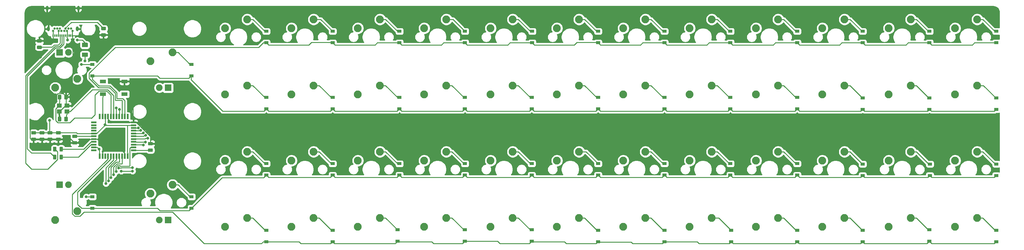
<source format=gbr>
G04 #@! TF.GenerationSoftware,KiCad,Pcbnew,(5.1.5)-3*
G04 #@! TF.CreationDate,2020-01-24T23:39:41-08:00*
G04 #@! TF.ProjectId,EUISOpcb,45554953-4f70-4636-922e-6b696361645f,rev?*
G04 #@! TF.SameCoordinates,Original*
G04 #@! TF.FileFunction,Copper,L2,Bot*
G04 #@! TF.FilePolarity,Positive*
%FSLAX46Y46*%
G04 Gerber Fmt 4.6, Leading zero omitted, Abs format (unit mm)*
G04 Created by KiCad (PCBNEW (5.1.5)-3) date 2020-01-24 23:39:41*
%MOMM*%
%LPD*%
G04 APERTURE LIST*
%ADD10C,0.100000*%
%ADD11C,0.650000*%
%ADD12O,0.800000X1.400000*%
%ADD13R,0.300000X0.700000*%
%ADD14R,1.400000X1.200000*%
%ADD15R,0.550000X1.500000*%
%ADD16R,1.500000X0.550000*%
%ADD17R,1.800000X1.100000*%
%ADD18C,2.250000*%
%ADD19R,1.905000X1.905000*%
%ADD20C,1.905000*%
%ADD21R,1.200000X0.900000*%
%ADD22C,0.800000*%
%ADD23C,0.250000*%
%ADD24C,0.254000*%
G04 APERTURE END LIST*
G04 #@! TA.AperFunction,SMDPad,CuDef*
D10*
G36*
X25668504Y-66048204D02*
G01*
X25692773Y-66051804D01*
X25716571Y-66057765D01*
X25739671Y-66066030D01*
X25761849Y-66076520D01*
X25782893Y-66089133D01*
X25802598Y-66103747D01*
X25820777Y-66120223D01*
X25837253Y-66138402D01*
X25851867Y-66158107D01*
X25864480Y-66179151D01*
X25874970Y-66201329D01*
X25883235Y-66224429D01*
X25889196Y-66248227D01*
X25892796Y-66272496D01*
X25894000Y-66297000D01*
X25894000Y-67047000D01*
X25892796Y-67071504D01*
X25889196Y-67095773D01*
X25883235Y-67119571D01*
X25874970Y-67142671D01*
X25864480Y-67164849D01*
X25851867Y-67185893D01*
X25837253Y-67205598D01*
X25820777Y-67223777D01*
X25802598Y-67240253D01*
X25782893Y-67254867D01*
X25761849Y-67267480D01*
X25739671Y-67277970D01*
X25716571Y-67286235D01*
X25692773Y-67292196D01*
X25668504Y-67295796D01*
X25644000Y-67297000D01*
X24394000Y-67297000D01*
X24369496Y-67295796D01*
X24345227Y-67292196D01*
X24321429Y-67286235D01*
X24298329Y-67277970D01*
X24276151Y-67267480D01*
X24255107Y-67254867D01*
X24235402Y-67240253D01*
X24217223Y-67223777D01*
X24200747Y-67205598D01*
X24186133Y-67185893D01*
X24173520Y-67164849D01*
X24163030Y-67142671D01*
X24154765Y-67119571D01*
X24148804Y-67095773D01*
X24145204Y-67071504D01*
X24144000Y-67047000D01*
X24144000Y-66297000D01*
X24145204Y-66272496D01*
X24148804Y-66248227D01*
X24154765Y-66224429D01*
X24163030Y-66201329D01*
X24173520Y-66179151D01*
X24186133Y-66158107D01*
X24200747Y-66138402D01*
X24217223Y-66120223D01*
X24235402Y-66103747D01*
X24255107Y-66089133D01*
X24276151Y-66076520D01*
X24298329Y-66066030D01*
X24321429Y-66057765D01*
X24345227Y-66051804D01*
X24369496Y-66048204D01*
X24394000Y-66047000D01*
X25644000Y-66047000D01*
X25668504Y-66048204D01*
G37*
G04 #@! TD.AperFunction*
G04 #@! TA.AperFunction,SMDPad,CuDef*
G36*
X25668504Y-68848204D02*
G01*
X25692773Y-68851804D01*
X25716571Y-68857765D01*
X25739671Y-68866030D01*
X25761849Y-68876520D01*
X25782893Y-68889133D01*
X25802598Y-68903747D01*
X25820777Y-68920223D01*
X25837253Y-68938402D01*
X25851867Y-68958107D01*
X25864480Y-68979151D01*
X25874970Y-69001329D01*
X25883235Y-69024429D01*
X25889196Y-69048227D01*
X25892796Y-69072496D01*
X25894000Y-69097000D01*
X25894000Y-69847000D01*
X25892796Y-69871504D01*
X25889196Y-69895773D01*
X25883235Y-69919571D01*
X25874970Y-69942671D01*
X25864480Y-69964849D01*
X25851867Y-69985893D01*
X25837253Y-70005598D01*
X25820777Y-70023777D01*
X25802598Y-70040253D01*
X25782893Y-70054867D01*
X25761849Y-70067480D01*
X25739671Y-70077970D01*
X25716571Y-70086235D01*
X25692773Y-70092196D01*
X25668504Y-70095796D01*
X25644000Y-70097000D01*
X24394000Y-70097000D01*
X24369496Y-70095796D01*
X24345227Y-70092196D01*
X24321429Y-70086235D01*
X24298329Y-70077970D01*
X24276151Y-70067480D01*
X24255107Y-70054867D01*
X24235402Y-70040253D01*
X24217223Y-70023777D01*
X24200747Y-70005598D01*
X24186133Y-69985893D01*
X24173520Y-69964849D01*
X24163030Y-69942671D01*
X24154765Y-69919571D01*
X24148804Y-69895773D01*
X24145204Y-69871504D01*
X24144000Y-69847000D01*
X24144000Y-69097000D01*
X24145204Y-69072496D01*
X24148804Y-69048227D01*
X24154765Y-69024429D01*
X24163030Y-69001329D01*
X24173520Y-68979151D01*
X24186133Y-68958107D01*
X24200747Y-68938402D01*
X24217223Y-68920223D01*
X24235402Y-68903747D01*
X24255107Y-68889133D01*
X24276151Y-68876520D01*
X24298329Y-68866030D01*
X24321429Y-68857765D01*
X24345227Y-68851804D01*
X24369496Y-68848204D01*
X24394000Y-68847000D01*
X25644000Y-68847000D01*
X25668504Y-68848204D01*
G37*
G04 #@! TD.AperFunction*
D11*
X16269000Y-61938000D03*
X17069000Y-61938000D03*
X17869000Y-61938000D03*
X19469000Y-61938000D03*
X20269000Y-61938000D03*
X21069000Y-61938000D03*
X15869000Y-62638000D03*
X17469000Y-62638000D03*
X18269000Y-62638000D03*
X19069000Y-62638000D03*
X19869000Y-62638000D03*
X21469000Y-62638000D03*
D12*
X14179000Y-56088000D03*
X23159000Y-56088000D03*
X22799000Y-62038000D03*
D13*
X20919000Y-63948000D03*
X19419000Y-63948000D03*
X19919000Y-63948000D03*
X20419000Y-63948000D03*
X21419000Y-63948000D03*
X18919000Y-63948000D03*
X18419000Y-63948000D03*
X17919000Y-63948000D03*
X17419000Y-63948000D03*
X16919000Y-63948000D03*
X16419000Y-63948000D03*
X15919000Y-63948000D03*
D12*
X14539000Y-62038000D03*
D14*
X19853000Y-84152000D03*
X17653000Y-84152000D03*
X17653000Y-85852000D03*
X19853000Y-85852000D03*
D15*
X29274000Y-98664000D03*
X30074000Y-98664000D03*
X30874000Y-98664000D03*
X31674000Y-98664000D03*
X32474000Y-98664000D03*
X33274000Y-98664000D03*
X34074000Y-98664000D03*
X34874000Y-98664000D03*
X35674000Y-98664000D03*
X36474000Y-98664000D03*
X37274000Y-98664000D03*
D16*
X38974000Y-96964000D03*
X38974000Y-96164000D03*
X38974000Y-95364000D03*
X38974000Y-94564000D03*
X38974000Y-93764000D03*
X38974000Y-92964000D03*
X38974000Y-92164000D03*
X38974000Y-91364000D03*
X38974000Y-90564000D03*
X38974000Y-89764000D03*
X38974000Y-88964000D03*
D15*
X37274000Y-87264000D03*
X36474000Y-87264000D03*
X35674000Y-87264000D03*
X34874000Y-87264000D03*
X34074000Y-87264000D03*
X33274000Y-87264000D03*
X32474000Y-87264000D03*
X31674000Y-87264000D03*
X30874000Y-87264000D03*
X30074000Y-87264000D03*
X29274000Y-87264000D03*
D16*
X27574000Y-88964000D03*
X27574000Y-89764000D03*
X27574000Y-90564000D03*
X27574000Y-91364000D03*
X27574000Y-92164000D03*
X27574000Y-92964000D03*
X27574000Y-93764000D03*
X27574000Y-94564000D03*
X27574000Y-95364000D03*
X27574000Y-96164000D03*
X27574000Y-96964000D03*
D17*
X30174000Y-77144000D03*
X36374000Y-80844000D03*
X30174000Y-80844000D03*
X36374000Y-77144000D03*
G04 #@! TA.AperFunction,SMDPad,CuDef*
D10*
G36*
X44295142Y-96463174D02*
G01*
X44318803Y-96466684D01*
X44342007Y-96472496D01*
X44364529Y-96480554D01*
X44386153Y-96490782D01*
X44406670Y-96503079D01*
X44425883Y-96517329D01*
X44443607Y-96533393D01*
X44459671Y-96551117D01*
X44473921Y-96570330D01*
X44486218Y-96590847D01*
X44496446Y-96612471D01*
X44504504Y-96634993D01*
X44510316Y-96658197D01*
X44513826Y-96681858D01*
X44515000Y-96705750D01*
X44515000Y-97193250D01*
X44513826Y-97217142D01*
X44510316Y-97240803D01*
X44504504Y-97264007D01*
X44496446Y-97286529D01*
X44486218Y-97308153D01*
X44473921Y-97328670D01*
X44459671Y-97347883D01*
X44443607Y-97365607D01*
X44425883Y-97381671D01*
X44406670Y-97395921D01*
X44386153Y-97408218D01*
X44364529Y-97418446D01*
X44342007Y-97426504D01*
X44318803Y-97432316D01*
X44295142Y-97435826D01*
X44271250Y-97437000D01*
X43358750Y-97437000D01*
X43334858Y-97435826D01*
X43311197Y-97432316D01*
X43287993Y-97426504D01*
X43265471Y-97418446D01*
X43243847Y-97408218D01*
X43223330Y-97395921D01*
X43204117Y-97381671D01*
X43186393Y-97365607D01*
X43170329Y-97347883D01*
X43156079Y-97328670D01*
X43143782Y-97308153D01*
X43133554Y-97286529D01*
X43125496Y-97264007D01*
X43119684Y-97240803D01*
X43116174Y-97217142D01*
X43115000Y-97193250D01*
X43115000Y-96705750D01*
X43116174Y-96681858D01*
X43119684Y-96658197D01*
X43125496Y-96634993D01*
X43133554Y-96612471D01*
X43143782Y-96590847D01*
X43156079Y-96570330D01*
X43170329Y-96551117D01*
X43186393Y-96533393D01*
X43204117Y-96517329D01*
X43223330Y-96503079D01*
X43243847Y-96490782D01*
X43265471Y-96480554D01*
X43287993Y-96472496D01*
X43311197Y-96466684D01*
X43334858Y-96463174D01*
X43358750Y-96462000D01*
X44271250Y-96462000D01*
X44295142Y-96463174D01*
G37*
G04 #@! TD.AperFunction*
G04 #@! TA.AperFunction,SMDPad,CuDef*
G36*
X44295142Y-94588174D02*
G01*
X44318803Y-94591684D01*
X44342007Y-94597496D01*
X44364529Y-94605554D01*
X44386153Y-94615782D01*
X44406670Y-94628079D01*
X44425883Y-94642329D01*
X44443607Y-94658393D01*
X44459671Y-94676117D01*
X44473921Y-94695330D01*
X44486218Y-94715847D01*
X44496446Y-94737471D01*
X44504504Y-94759993D01*
X44510316Y-94783197D01*
X44513826Y-94806858D01*
X44515000Y-94830750D01*
X44515000Y-95318250D01*
X44513826Y-95342142D01*
X44510316Y-95365803D01*
X44504504Y-95389007D01*
X44496446Y-95411529D01*
X44486218Y-95433153D01*
X44473921Y-95453670D01*
X44459671Y-95472883D01*
X44443607Y-95490607D01*
X44425883Y-95506671D01*
X44406670Y-95520921D01*
X44386153Y-95533218D01*
X44364529Y-95543446D01*
X44342007Y-95551504D01*
X44318803Y-95557316D01*
X44295142Y-95560826D01*
X44271250Y-95562000D01*
X43358750Y-95562000D01*
X43334858Y-95560826D01*
X43311197Y-95557316D01*
X43287993Y-95551504D01*
X43265471Y-95543446D01*
X43243847Y-95533218D01*
X43223330Y-95520921D01*
X43204117Y-95506671D01*
X43186393Y-95490607D01*
X43170329Y-95472883D01*
X43156079Y-95453670D01*
X43143782Y-95433153D01*
X43133554Y-95411529D01*
X43125496Y-95389007D01*
X43119684Y-95365803D01*
X43116174Y-95342142D01*
X43115000Y-95318250D01*
X43115000Y-94830750D01*
X43116174Y-94806858D01*
X43119684Y-94783197D01*
X43125496Y-94759993D01*
X43133554Y-94737471D01*
X43143782Y-94715847D01*
X43156079Y-94695330D01*
X43170329Y-94676117D01*
X43186393Y-94658393D01*
X43204117Y-94642329D01*
X43223330Y-94628079D01*
X43243847Y-94615782D01*
X43265471Y-94605554D01*
X43287993Y-94597496D01*
X43311197Y-94591684D01*
X43334858Y-94588174D01*
X43358750Y-94587000D01*
X44271250Y-94587000D01*
X44295142Y-94588174D01*
G37*
G04 #@! TD.AperFunction*
G04 #@! TA.AperFunction,SMDPad,CuDef*
G36*
X16602142Y-98234174D02*
G01*
X16625803Y-98237684D01*
X16649007Y-98243496D01*
X16671529Y-98251554D01*
X16693153Y-98261782D01*
X16713670Y-98274079D01*
X16732883Y-98288329D01*
X16750607Y-98304393D01*
X16766671Y-98322117D01*
X16780921Y-98341330D01*
X16793218Y-98361847D01*
X16803446Y-98383471D01*
X16811504Y-98405993D01*
X16817316Y-98429197D01*
X16820826Y-98452858D01*
X16822000Y-98476750D01*
X16822000Y-99389250D01*
X16820826Y-99413142D01*
X16817316Y-99436803D01*
X16811504Y-99460007D01*
X16803446Y-99482529D01*
X16793218Y-99504153D01*
X16780921Y-99524670D01*
X16766671Y-99543883D01*
X16750607Y-99561607D01*
X16732883Y-99577671D01*
X16713670Y-99591921D01*
X16693153Y-99604218D01*
X16671529Y-99614446D01*
X16649007Y-99622504D01*
X16625803Y-99628316D01*
X16602142Y-99631826D01*
X16578250Y-99633000D01*
X16090750Y-99633000D01*
X16066858Y-99631826D01*
X16043197Y-99628316D01*
X16019993Y-99622504D01*
X15997471Y-99614446D01*
X15975847Y-99604218D01*
X15955330Y-99591921D01*
X15936117Y-99577671D01*
X15918393Y-99561607D01*
X15902329Y-99543883D01*
X15888079Y-99524670D01*
X15875782Y-99504153D01*
X15865554Y-99482529D01*
X15857496Y-99460007D01*
X15851684Y-99436803D01*
X15848174Y-99413142D01*
X15847000Y-99389250D01*
X15847000Y-98476750D01*
X15848174Y-98452858D01*
X15851684Y-98429197D01*
X15857496Y-98405993D01*
X15865554Y-98383471D01*
X15875782Y-98361847D01*
X15888079Y-98341330D01*
X15902329Y-98322117D01*
X15918393Y-98304393D01*
X15936117Y-98288329D01*
X15955330Y-98274079D01*
X15975847Y-98261782D01*
X15997471Y-98251554D01*
X16019993Y-98243496D01*
X16043197Y-98237684D01*
X16066858Y-98234174D01*
X16090750Y-98233000D01*
X16578250Y-98233000D01*
X16602142Y-98234174D01*
G37*
G04 #@! TD.AperFunction*
G04 #@! TA.AperFunction,SMDPad,CuDef*
G36*
X18477142Y-98234174D02*
G01*
X18500803Y-98237684D01*
X18524007Y-98243496D01*
X18546529Y-98251554D01*
X18568153Y-98261782D01*
X18588670Y-98274079D01*
X18607883Y-98288329D01*
X18625607Y-98304393D01*
X18641671Y-98322117D01*
X18655921Y-98341330D01*
X18668218Y-98361847D01*
X18678446Y-98383471D01*
X18686504Y-98405993D01*
X18692316Y-98429197D01*
X18695826Y-98452858D01*
X18697000Y-98476750D01*
X18697000Y-99389250D01*
X18695826Y-99413142D01*
X18692316Y-99436803D01*
X18686504Y-99460007D01*
X18678446Y-99482529D01*
X18668218Y-99504153D01*
X18655921Y-99524670D01*
X18641671Y-99543883D01*
X18625607Y-99561607D01*
X18607883Y-99577671D01*
X18588670Y-99591921D01*
X18568153Y-99604218D01*
X18546529Y-99614446D01*
X18524007Y-99622504D01*
X18500803Y-99628316D01*
X18477142Y-99631826D01*
X18453250Y-99633000D01*
X17965750Y-99633000D01*
X17941858Y-99631826D01*
X17918197Y-99628316D01*
X17894993Y-99622504D01*
X17872471Y-99614446D01*
X17850847Y-99604218D01*
X17830330Y-99591921D01*
X17811117Y-99577671D01*
X17793393Y-99561607D01*
X17777329Y-99543883D01*
X17763079Y-99524670D01*
X17750782Y-99504153D01*
X17740554Y-99482529D01*
X17732496Y-99460007D01*
X17726684Y-99436803D01*
X17723174Y-99413142D01*
X17722000Y-99389250D01*
X17722000Y-98476750D01*
X17723174Y-98452858D01*
X17726684Y-98429197D01*
X17732496Y-98405993D01*
X17740554Y-98383471D01*
X17750782Y-98361847D01*
X17763079Y-98341330D01*
X17777329Y-98322117D01*
X17793393Y-98304393D01*
X17811117Y-98288329D01*
X17830330Y-98274079D01*
X17850847Y-98261782D01*
X17872471Y-98251554D01*
X17894993Y-98243496D01*
X17918197Y-98237684D01*
X17941858Y-98234174D01*
X17965750Y-98233000D01*
X18453250Y-98233000D01*
X18477142Y-98234174D01*
G37*
G04 #@! TD.AperFunction*
G04 #@! TA.AperFunction,SMDPad,CuDef*
G36*
X16602142Y-95948174D02*
G01*
X16625803Y-95951684D01*
X16649007Y-95957496D01*
X16671529Y-95965554D01*
X16693153Y-95975782D01*
X16713670Y-95988079D01*
X16732883Y-96002329D01*
X16750607Y-96018393D01*
X16766671Y-96036117D01*
X16780921Y-96055330D01*
X16793218Y-96075847D01*
X16803446Y-96097471D01*
X16811504Y-96119993D01*
X16817316Y-96143197D01*
X16820826Y-96166858D01*
X16822000Y-96190750D01*
X16822000Y-97103250D01*
X16820826Y-97127142D01*
X16817316Y-97150803D01*
X16811504Y-97174007D01*
X16803446Y-97196529D01*
X16793218Y-97218153D01*
X16780921Y-97238670D01*
X16766671Y-97257883D01*
X16750607Y-97275607D01*
X16732883Y-97291671D01*
X16713670Y-97305921D01*
X16693153Y-97318218D01*
X16671529Y-97328446D01*
X16649007Y-97336504D01*
X16625803Y-97342316D01*
X16602142Y-97345826D01*
X16578250Y-97347000D01*
X16090750Y-97347000D01*
X16066858Y-97345826D01*
X16043197Y-97342316D01*
X16019993Y-97336504D01*
X15997471Y-97328446D01*
X15975847Y-97318218D01*
X15955330Y-97305921D01*
X15936117Y-97291671D01*
X15918393Y-97275607D01*
X15902329Y-97257883D01*
X15888079Y-97238670D01*
X15875782Y-97218153D01*
X15865554Y-97196529D01*
X15857496Y-97174007D01*
X15851684Y-97150803D01*
X15848174Y-97127142D01*
X15847000Y-97103250D01*
X15847000Y-96190750D01*
X15848174Y-96166858D01*
X15851684Y-96143197D01*
X15857496Y-96119993D01*
X15865554Y-96097471D01*
X15875782Y-96075847D01*
X15888079Y-96055330D01*
X15902329Y-96036117D01*
X15918393Y-96018393D01*
X15936117Y-96002329D01*
X15955330Y-95988079D01*
X15975847Y-95975782D01*
X15997471Y-95965554D01*
X16019993Y-95957496D01*
X16043197Y-95951684D01*
X16066858Y-95948174D01*
X16090750Y-95947000D01*
X16578250Y-95947000D01*
X16602142Y-95948174D01*
G37*
G04 #@! TD.AperFunction*
G04 #@! TA.AperFunction,SMDPad,CuDef*
G36*
X18477142Y-95948174D02*
G01*
X18500803Y-95951684D01*
X18524007Y-95957496D01*
X18546529Y-95965554D01*
X18568153Y-95975782D01*
X18588670Y-95988079D01*
X18607883Y-96002329D01*
X18625607Y-96018393D01*
X18641671Y-96036117D01*
X18655921Y-96055330D01*
X18668218Y-96075847D01*
X18678446Y-96097471D01*
X18686504Y-96119993D01*
X18692316Y-96143197D01*
X18695826Y-96166858D01*
X18697000Y-96190750D01*
X18697000Y-97103250D01*
X18695826Y-97127142D01*
X18692316Y-97150803D01*
X18686504Y-97174007D01*
X18678446Y-97196529D01*
X18668218Y-97218153D01*
X18655921Y-97238670D01*
X18641671Y-97257883D01*
X18625607Y-97275607D01*
X18607883Y-97291671D01*
X18588670Y-97305921D01*
X18568153Y-97318218D01*
X18546529Y-97328446D01*
X18524007Y-97336504D01*
X18500803Y-97342316D01*
X18477142Y-97345826D01*
X18453250Y-97347000D01*
X17965750Y-97347000D01*
X17941858Y-97345826D01*
X17918197Y-97342316D01*
X17894993Y-97336504D01*
X17872471Y-97328446D01*
X17850847Y-97318218D01*
X17830330Y-97305921D01*
X17811117Y-97291671D01*
X17793393Y-97275607D01*
X17777329Y-97257883D01*
X17763079Y-97238670D01*
X17750782Y-97218153D01*
X17740554Y-97196529D01*
X17732496Y-97174007D01*
X17726684Y-97150803D01*
X17723174Y-97127142D01*
X17722000Y-97103250D01*
X17722000Y-96190750D01*
X17723174Y-96166858D01*
X17726684Y-96143197D01*
X17732496Y-96119993D01*
X17740554Y-96097471D01*
X17750782Y-96075847D01*
X17763079Y-96055330D01*
X17777329Y-96036117D01*
X17793393Y-96018393D01*
X17811117Y-96002329D01*
X17830330Y-95988079D01*
X17850847Y-95975782D01*
X17872471Y-95965554D01*
X17894993Y-95957496D01*
X17918197Y-95951684D01*
X17941858Y-95948174D01*
X17965750Y-95947000D01*
X18453250Y-95947000D01*
X18477142Y-95948174D01*
G37*
G04 #@! TD.AperFunction*
G04 #@! TA.AperFunction,SMDPad,CuDef*
G36*
X30833142Y-61441174D02*
G01*
X30856803Y-61444684D01*
X30880007Y-61450496D01*
X30902529Y-61458554D01*
X30924153Y-61468782D01*
X30944670Y-61481079D01*
X30963883Y-61495329D01*
X30981607Y-61511393D01*
X30997671Y-61529117D01*
X31011921Y-61548330D01*
X31024218Y-61568847D01*
X31034446Y-61590471D01*
X31042504Y-61612993D01*
X31048316Y-61636197D01*
X31051826Y-61659858D01*
X31053000Y-61683750D01*
X31053000Y-62171250D01*
X31051826Y-62195142D01*
X31048316Y-62218803D01*
X31042504Y-62242007D01*
X31034446Y-62264529D01*
X31024218Y-62286153D01*
X31011921Y-62306670D01*
X30997671Y-62325883D01*
X30981607Y-62343607D01*
X30963883Y-62359671D01*
X30944670Y-62373921D01*
X30924153Y-62386218D01*
X30902529Y-62396446D01*
X30880007Y-62404504D01*
X30856803Y-62410316D01*
X30833142Y-62413826D01*
X30809250Y-62415000D01*
X29896750Y-62415000D01*
X29872858Y-62413826D01*
X29849197Y-62410316D01*
X29825993Y-62404504D01*
X29803471Y-62396446D01*
X29781847Y-62386218D01*
X29761330Y-62373921D01*
X29742117Y-62359671D01*
X29724393Y-62343607D01*
X29708329Y-62325883D01*
X29694079Y-62306670D01*
X29681782Y-62286153D01*
X29671554Y-62264529D01*
X29663496Y-62242007D01*
X29657684Y-62218803D01*
X29654174Y-62195142D01*
X29653000Y-62171250D01*
X29653000Y-61683750D01*
X29654174Y-61659858D01*
X29657684Y-61636197D01*
X29663496Y-61612993D01*
X29671554Y-61590471D01*
X29681782Y-61568847D01*
X29694079Y-61548330D01*
X29708329Y-61529117D01*
X29724393Y-61511393D01*
X29742117Y-61495329D01*
X29761330Y-61481079D01*
X29781847Y-61468782D01*
X29803471Y-61458554D01*
X29825993Y-61450496D01*
X29849197Y-61444684D01*
X29872858Y-61441174D01*
X29896750Y-61440000D01*
X30809250Y-61440000D01*
X30833142Y-61441174D01*
G37*
G04 #@! TD.AperFunction*
G04 #@! TA.AperFunction,SMDPad,CuDef*
G36*
X30833142Y-63316174D02*
G01*
X30856803Y-63319684D01*
X30880007Y-63325496D01*
X30902529Y-63333554D01*
X30924153Y-63343782D01*
X30944670Y-63356079D01*
X30963883Y-63370329D01*
X30981607Y-63386393D01*
X30997671Y-63404117D01*
X31011921Y-63423330D01*
X31024218Y-63443847D01*
X31034446Y-63465471D01*
X31042504Y-63487993D01*
X31048316Y-63511197D01*
X31051826Y-63534858D01*
X31053000Y-63558750D01*
X31053000Y-64046250D01*
X31051826Y-64070142D01*
X31048316Y-64093803D01*
X31042504Y-64117007D01*
X31034446Y-64139529D01*
X31024218Y-64161153D01*
X31011921Y-64181670D01*
X30997671Y-64200883D01*
X30981607Y-64218607D01*
X30963883Y-64234671D01*
X30944670Y-64248921D01*
X30924153Y-64261218D01*
X30902529Y-64271446D01*
X30880007Y-64279504D01*
X30856803Y-64285316D01*
X30833142Y-64288826D01*
X30809250Y-64290000D01*
X29896750Y-64290000D01*
X29872858Y-64288826D01*
X29849197Y-64285316D01*
X29825993Y-64279504D01*
X29803471Y-64271446D01*
X29781847Y-64261218D01*
X29761330Y-64248921D01*
X29742117Y-64234671D01*
X29724393Y-64218607D01*
X29708329Y-64200883D01*
X29694079Y-64181670D01*
X29681782Y-64161153D01*
X29671554Y-64139529D01*
X29663496Y-64117007D01*
X29657684Y-64093803D01*
X29654174Y-64070142D01*
X29653000Y-64046250D01*
X29653000Y-63558750D01*
X29654174Y-63534858D01*
X29657684Y-63511197D01*
X29663496Y-63487993D01*
X29671554Y-63465471D01*
X29681782Y-63443847D01*
X29694079Y-63423330D01*
X29708329Y-63404117D01*
X29724393Y-63386393D01*
X29742117Y-63370329D01*
X29761330Y-63356079D01*
X29781847Y-63343782D01*
X29803471Y-63333554D01*
X29825993Y-63325496D01*
X29849197Y-63319684D01*
X29872858Y-63316174D01*
X29896750Y-63315000D01*
X30809250Y-63315000D01*
X30833142Y-63316174D01*
G37*
G04 #@! TD.AperFunction*
G04 #@! TA.AperFunction,SMDPad,CuDef*
G36*
X12418142Y-66872174D02*
G01*
X12441803Y-66875684D01*
X12465007Y-66881496D01*
X12487529Y-66889554D01*
X12509153Y-66899782D01*
X12529670Y-66912079D01*
X12548883Y-66926329D01*
X12566607Y-66942393D01*
X12582671Y-66960117D01*
X12596921Y-66979330D01*
X12609218Y-66999847D01*
X12619446Y-67021471D01*
X12627504Y-67043993D01*
X12633316Y-67067197D01*
X12636826Y-67090858D01*
X12638000Y-67114750D01*
X12638000Y-67602250D01*
X12636826Y-67626142D01*
X12633316Y-67649803D01*
X12627504Y-67673007D01*
X12619446Y-67695529D01*
X12609218Y-67717153D01*
X12596921Y-67737670D01*
X12582671Y-67756883D01*
X12566607Y-67774607D01*
X12548883Y-67790671D01*
X12529670Y-67804921D01*
X12509153Y-67817218D01*
X12487529Y-67827446D01*
X12465007Y-67835504D01*
X12441803Y-67841316D01*
X12418142Y-67844826D01*
X12394250Y-67846000D01*
X11481750Y-67846000D01*
X11457858Y-67844826D01*
X11434197Y-67841316D01*
X11410993Y-67835504D01*
X11388471Y-67827446D01*
X11366847Y-67817218D01*
X11346330Y-67804921D01*
X11327117Y-67790671D01*
X11309393Y-67774607D01*
X11293329Y-67756883D01*
X11279079Y-67737670D01*
X11266782Y-67717153D01*
X11256554Y-67695529D01*
X11248496Y-67673007D01*
X11242684Y-67649803D01*
X11239174Y-67626142D01*
X11238000Y-67602250D01*
X11238000Y-67114750D01*
X11239174Y-67090858D01*
X11242684Y-67067197D01*
X11248496Y-67043993D01*
X11256554Y-67021471D01*
X11266782Y-66999847D01*
X11279079Y-66979330D01*
X11293329Y-66960117D01*
X11309393Y-66942393D01*
X11327117Y-66926329D01*
X11346330Y-66912079D01*
X11366847Y-66899782D01*
X11388471Y-66889554D01*
X11410993Y-66881496D01*
X11434197Y-66875684D01*
X11457858Y-66872174D01*
X11481750Y-66871000D01*
X12394250Y-66871000D01*
X12418142Y-66872174D01*
G37*
G04 #@! TD.AperFunction*
G04 #@! TA.AperFunction,SMDPad,CuDef*
G36*
X12418142Y-64997174D02*
G01*
X12441803Y-65000684D01*
X12465007Y-65006496D01*
X12487529Y-65014554D01*
X12509153Y-65024782D01*
X12529670Y-65037079D01*
X12548883Y-65051329D01*
X12566607Y-65067393D01*
X12582671Y-65085117D01*
X12596921Y-65104330D01*
X12609218Y-65124847D01*
X12619446Y-65146471D01*
X12627504Y-65168993D01*
X12633316Y-65192197D01*
X12636826Y-65215858D01*
X12638000Y-65239750D01*
X12638000Y-65727250D01*
X12636826Y-65751142D01*
X12633316Y-65774803D01*
X12627504Y-65798007D01*
X12619446Y-65820529D01*
X12609218Y-65842153D01*
X12596921Y-65862670D01*
X12582671Y-65881883D01*
X12566607Y-65899607D01*
X12548883Y-65915671D01*
X12529670Y-65929921D01*
X12509153Y-65942218D01*
X12487529Y-65952446D01*
X12465007Y-65960504D01*
X12441803Y-65966316D01*
X12418142Y-65969826D01*
X12394250Y-65971000D01*
X11481750Y-65971000D01*
X11457858Y-65969826D01*
X11434197Y-65966316D01*
X11410993Y-65960504D01*
X11388471Y-65952446D01*
X11366847Y-65942218D01*
X11346330Y-65929921D01*
X11327117Y-65915671D01*
X11309393Y-65899607D01*
X11293329Y-65881883D01*
X11279079Y-65862670D01*
X11266782Y-65842153D01*
X11256554Y-65820529D01*
X11248496Y-65798007D01*
X11242684Y-65774803D01*
X11239174Y-65751142D01*
X11238000Y-65727250D01*
X11238000Y-65239750D01*
X11239174Y-65215858D01*
X11242684Y-65192197D01*
X11248496Y-65168993D01*
X11256554Y-65146471D01*
X11266782Y-65124847D01*
X11279079Y-65104330D01*
X11293329Y-65085117D01*
X11309393Y-65067393D01*
X11327117Y-65051329D01*
X11346330Y-65037079D01*
X11366847Y-65024782D01*
X11388471Y-65014554D01*
X11410993Y-65006496D01*
X11434197Y-65000684D01*
X11457858Y-64997174D01*
X11481750Y-64996000D01*
X12394250Y-64996000D01*
X12418142Y-64997174D01*
G37*
G04 #@! TD.AperFunction*
D18*
X281178000Y-116459000D03*
X274828000Y-118999000D03*
X262128000Y-116459000D03*
X255778000Y-118999000D03*
X243078000Y-116459000D03*
X236728000Y-118999000D03*
X224028000Y-116459000D03*
X217678000Y-118999000D03*
X204978000Y-116459000D03*
X198628000Y-118999000D03*
X185928000Y-116459000D03*
X179578000Y-118999000D03*
X166878000Y-116459000D03*
X160528000Y-118999000D03*
X147828000Y-116459000D03*
X141478000Y-118999000D03*
X128778000Y-116459000D03*
X122428000Y-118999000D03*
X109728000Y-116459000D03*
X103378000Y-118999000D03*
X90678000Y-116459000D03*
X84328000Y-118999000D03*
X71628000Y-116459000D03*
X65278000Y-118999000D03*
X281178000Y-97409000D03*
X274828000Y-99949000D03*
X262128000Y-97409000D03*
X255778000Y-99949000D03*
X243078000Y-97409000D03*
X236728000Y-99949000D03*
X224028000Y-97409000D03*
X217678000Y-99949000D03*
X204978000Y-97409000D03*
X198628000Y-99949000D03*
X185928000Y-97409000D03*
X179578000Y-99949000D03*
X166878000Y-97409000D03*
X160528000Y-99949000D03*
X147828000Y-97409000D03*
X141478000Y-99949000D03*
X128778000Y-97409000D03*
X122428000Y-99949000D03*
X109728000Y-97409000D03*
X103378000Y-99949000D03*
X90678000Y-97409000D03*
X84328000Y-99949000D03*
X71628000Y-97409000D03*
X65278000Y-99949000D03*
D19*
X48895000Y-117094000D03*
D20*
X46355000Y-117094000D03*
D18*
X43815000Y-109474000D03*
X50165000Y-106934000D03*
D19*
X17780000Y-106934000D03*
D20*
X20320000Y-106934000D03*
D18*
X22860000Y-114554000D03*
X16510000Y-117094000D03*
X281178000Y-78359000D03*
X274828000Y-80899000D03*
X262128000Y-78359000D03*
X255778000Y-80899000D03*
X243078000Y-78359000D03*
X236728000Y-80899000D03*
X224028000Y-78359000D03*
X217678000Y-80899000D03*
X204978000Y-78359000D03*
X198628000Y-80899000D03*
X185928000Y-78359000D03*
X179578000Y-80899000D03*
X166878000Y-78359000D03*
X160528000Y-80899000D03*
X147828000Y-78359000D03*
X141478000Y-80899000D03*
X128778000Y-78359000D03*
X122428000Y-80899000D03*
X109728000Y-78359000D03*
X103378000Y-80899000D03*
X90678000Y-78359000D03*
X84328000Y-80899000D03*
X71628000Y-78359000D03*
X65278000Y-80899000D03*
D19*
X48895000Y-78994000D03*
D20*
X46355000Y-78994000D03*
D18*
X43815000Y-71374000D03*
X50165000Y-68834000D03*
D19*
X17780000Y-68834000D03*
D20*
X20320000Y-68834000D03*
D18*
X22860000Y-76454000D03*
X16510000Y-78994000D03*
X281178000Y-59309000D03*
X274828000Y-61849000D03*
X262128000Y-59309000D03*
X255778000Y-61849000D03*
X243078000Y-59309000D03*
X236728000Y-61849000D03*
X224028000Y-59309000D03*
X217678000Y-61849000D03*
X204978000Y-59309000D03*
X198628000Y-61849000D03*
X185928000Y-59309000D03*
X179578000Y-61849000D03*
X166878000Y-59309000D03*
X160528000Y-61849000D03*
X147828000Y-59309000D03*
X141478000Y-61849000D03*
X128778000Y-59309000D03*
X122428000Y-61849000D03*
X109728000Y-59309000D03*
X103378000Y-61849000D03*
X90678000Y-59309000D03*
X84328000Y-61849000D03*
X71628000Y-59309000D03*
X65278000Y-61849000D03*
D21*
X286639000Y-120016000D03*
X286639000Y-123316000D03*
X267462000Y-119889000D03*
X267462000Y-123189000D03*
X248285000Y-120016000D03*
X248285000Y-123316000D03*
X229489000Y-120016000D03*
X229489000Y-123316000D03*
X210566000Y-120016000D03*
X210566000Y-123316000D03*
X191389000Y-120016000D03*
X191389000Y-123316000D03*
X172339000Y-120016000D03*
X172339000Y-123316000D03*
X153289000Y-119889000D03*
X153289000Y-123189000D03*
X134112000Y-119889000D03*
X134112000Y-123189000D03*
X114808000Y-119889000D03*
X114808000Y-123189000D03*
X96139000Y-120016000D03*
X96139000Y-123316000D03*
X77089000Y-120016000D03*
X77089000Y-123316000D03*
X286639000Y-100966000D03*
X286639000Y-104266000D03*
X267589000Y-100966000D03*
X267589000Y-104266000D03*
X248285000Y-100966000D03*
X248285000Y-104266000D03*
X229489000Y-100839000D03*
X229489000Y-104139000D03*
X210312000Y-100839000D03*
X210312000Y-104139000D03*
X191389000Y-100839000D03*
X191389000Y-104139000D03*
X172339000Y-100839000D03*
X172339000Y-104139000D03*
X153289000Y-100839000D03*
X153289000Y-104139000D03*
X134112000Y-100839000D03*
X134112000Y-104139000D03*
X115316000Y-100839000D03*
X115316000Y-104139000D03*
X96139000Y-100839000D03*
X96139000Y-104139000D03*
X77089000Y-100839000D03*
X77089000Y-104139000D03*
X55626000Y-110364000D03*
X55626000Y-113664000D03*
X27178000Y-110364000D03*
X27178000Y-113664000D03*
X286639000Y-81916000D03*
X286639000Y-85216000D03*
X267462000Y-81916000D03*
X267462000Y-85216000D03*
X248285000Y-81916000D03*
X248285000Y-85216000D03*
X229489000Y-81789000D03*
X229489000Y-85089000D03*
X210312000Y-81789000D03*
X210312000Y-85089000D03*
X191389000Y-81789000D03*
X191389000Y-85089000D03*
X172339000Y-81789000D03*
X172339000Y-85089000D03*
X153289000Y-81789000D03*
X153289000Y-85089000D03*
X134112000Y-81789000D03*
X134112000Y-85089000D03*
X115316000Y-81789000D03*
X115316000Y-85089000D03*
X96139000Y-81789000D03*
X96139000Y-85089000D03*
X77089000Y-81789000D03*
X77089000Y-85089000D03*
X55626000Y-72264000D03*
X55626000Y-75564000D03*
X27178000Y-72264000D03*
X27178000Y-75564000D03*
X286639000Y-62739000D03*
X286639000Y-66039000D03*
X267462000Y-62739000D03*
X267462000Y-66039000D03*
X248285000Y-62739000D03*
X248285000Y-66039000D03*
X229489000Y-62739000D03*
X229489000Y-66039000D03*
X210312000Y-62739000D03*
X210312000Y-66039000D03*
X191389000Y-62739000D03*
X191389000Y-66039000D03*
X172339000Y-62739000D03*
X172339000Y-66039000D03*
X153416000Y-62739000D03*
X153416000Y-66039000D03*
X134112000Y-62739000D03*
X134112000Y-66039000D03*
X115316000Y-62739000D03*
X115316000Y-66039000D03*
X96139000Y-62739000D03*
X96139000Y-66039000D03*
X77089000Y-62739000D03*
X77089000Y-66039000D03*
G04 #@! TA.AperFunction,SMDPad,CuDef*
D10*
G36*
X10767142Y-91461674D02*
G01*
X10790803Y-91465184D01*
X10814007Y-91470996D01*
X10836529Y-91479054D01*
X10858153Y-91489282D01*
X10878670Y-91501579D01*
X10897883Y-91515829D01*
X10915607Y-91531893D01*
X10931671Y-91549617D01*
X10945921Y-91568830D01*
X10958218Y-91589347D01*
X10968446Y-91610971D01*
X10976504Y-91633493D01*
X10982316Y-91656697D01*
X10985826Y-91680358D01*
X10987000Y-91704250D01*
X10987000Y-92191750D01*
X10985826Y-92215642D01*
X10982316Y-92239303D01*
X10976504Y-92262507D01*
X10968446Y-92285029D01*
X10958218Y-92306653D01*
X10945921Y-92327170D01*
X10931671Y-92346383D01*
X10915607Y-92364107D01*
X10897883Y-92380171D01*
X10878670Y-92394421D01*
X10858153Y-92406718D01*
X10836529Y-92416946D01*
X10814007Y-92425004D01*
X10790803Y-92430816D01*
X10767142Y-92434326D01*
X10743250Y-92435500D01*
X9830750Y-92435500D01*
X9806858Y-92434326D01*
X9783197Y-92430816D01*
X9759993Y-92425004D01*
X9737471Y-92416946D01*
X9715847Y-92406718D01*
X9695330Y-92394421D01*
X9676117Y-92380171D01*
X9658393Y-92364107D01*
X9642329Y-92346383D01*
X9628079Y-92327170D01*
X9615782Y-92306653D01*
X9605554Y-92285029D01*
X9597496Y-92262507D01*
X9591684Y-92239303D01*
X9588174Y-92215642D01*
X9587000Y-92191750D01*
X9587000Y-91704250D01*
X9588174Y-91680358D01*
X9591684Y-91656697D01*
X9597496Y-91633493D01*
X9605554Y-91610971D01*
X9615782Y-91589347D01*
X9628079Y-91568830D01*
X9642329Y-91549617D01*
X9658393Y-91531893D01*
X9676117Y-91515829D01*
X9695330Y-91501579D01*
X9715847Y-91489282D01*
X9737471Y-91479054D01*
X9759993Y-91470996D01*
X9783197Y-91465184D01*
X9806858Y-91461674D01*
X9830750Y-91460500D01*
X10743250Y-91460500D01*
X10767142Y-91461674D01*
G37*
G04 #@! TD.AperFunction*
G04 #@! TA.AperFunction,SMDPad,CuDef*
G36*
X10767142Y-93336674D02*
G01*
X10790803Y-93340184D01*
X10814007Y-93345996D01*
X10836529Y-93354054D01*
X10858153Y-93364282D01*
X10878670Y-93376579D01*
X10897883Y-93390829D01*
X10915607Y-93406893D01*
X10931671Y-93424617D01*
X10945921Y-93443830D01*
X10958218Y-93464347D01*
X10968446Y-93485971D01*
X10976504Y-93508493D01*
X10982316Y-93531697D01*
X10985826Y-93555358D01*
X10987000Y-93579250D01*
X10987000Y-94066750D01*
X10985826Y-94090642D01*
X10982316Y-94114303D01*
X10976504Y-94137507D01*
X10968446Y-94160029D01*
X10958218Y-94181653D01*
X10945921Y-94202170D01*
X10931671Y-94221383D01*
X10915607Y-94239107D01*
X10897883Y-94255171D01*
X10878670Y-94269421D01*
X10858153Y-94281718D01*
X10836529Y-94291946D01*
X10814007Y-94300004D01*
X10790803Y-94305816D01*
X10767142Y-94309326D01*
X10743250Y-94310500D01*
X9830750Y-94310500D01*
X9806858Y-94309326D01*
X9783197Y-94305816D01*
X9759993Y-94300004D01*
X9737471Y-94291946D01*
X9715847Y-94281718D01*
X9695330Y-94269421D01*
X9676117Y-94255171D01*
X9658393Y-94239107D01*
X9642329Y-94221383D01*
X9628079Y-94202170D01*
X9615782Y-94181653D01*
X9605554Y-94160029D01*
X9597496Y-94137507D01*
X9591684Y-94114303D01*
X9588174Y-94090642D01*
X9587000Y-94066750D01*
X9587000Y-93579250D01*
X9588174Y-93555358D01*
X9591684Y-93531697D01*
X9597496Y-93508493D01*
X9605554Y-93485971D01*
X9615782Y-93464347D01*
X9628079Y-93443830D01*
X9642329Y-93424617D01*
X9658393Y-93406893D01*
X9676117Y-93390829D01*
X9695330Y-93376579D01*
X9715847Y-93364282D01*
X9737471Y-93354054D01*
X9759993Y-93345996D01*
X9783197Y-93340184D01*
X9806858Y-93336674D01*
X9830750Y-93335500D01*
X10743250Y-93335500D01*
X10767142Y-93336674D01*
G37*
G04 #@! TD.AperFunction*
G04 #@! TA.AperFunction,SMDPad,CuDef*
G36*
X15466142Y-91461674D02*
G01*
X15489803Y-91465184D01*
X15513007Y-91470996D01*
X15535529Y-91479054D01*
X15557153Y-91489282D01*
X15577670Y-91501579D01*
X15596883Y-91515829D01*
X15614607Y-91531893D01*
X15630671Y-91549617D01*
X15644921Y-91568830D01*
X15657218Y-91589347D01*
X15667446Y-91610971D01*
X15675504Y-91633493D01*
X15681316Y-91656697D01*
X15684826Y-91680358D01*
X15686000Y-91704250D01*
X15686000Y-92191750D01*
X15684826Y-92215642D01*
X15681316Y-92239303D01*
X15675504Y-92262507D01*
X15667446Y-92285029D01*
X15657218Y-92306653D01*
X15644921Y-92327170D01*
X15630671Y-92346383D01*
X15614607Y-92364107D01*
X15596883Y-92380171D01*
X15577670Y-92394421D01*
X15557153Y-92406718D01*
X15535529Y-92416946D01*
X15513007Y-92425004D01*
X15489803Y-92430816D01*
X15466142Y-92434326D01*
X15442250Y-92435500D01*
X14529750Y-92435500D01*
X14505858Y-92434326D01*
X14482197Y-92430816D01*
X14458993Y-92425004D01*
X14436471Y-92416946D01*
X14414847Y-92406718D01*
X14394330Y-92394421D01*
X14375117Y-92380171D01*
X14357393Y-92364107D01*
X14341329Y-92346383D01*
X14327079Y-92327170D01*
X14314782Y-92306653D01*
X14304554Y-92285029D01*
X14296496Y-92262507D01*
X14290684Y-92239303D01*
X14287174Y-92215642D01*
X14286000Y-92191750D01*
X14286000Y-91704250D01*
X14287174Y-91680358D01*
X14290684Y-91656697D01*
X14296496Y-91633493D01*
X14304554Y-91610971D01*
X14314782Y-91589347D01*
X14327079Y-91568830D01*
X14341329Y-91549617D01*
X14357393Y-91531893D01*
X14375117Y-91515829D01*
X14394330Y-91501579D01*
X14414847Y-91489282D01*
X14436471Y-91479054D01*
X14458993Y-91470996D01*
X14482197Y-91465184D01*
X14505858Y-91461674D01*
X14529750Y-91460500D01*
X15442250Y-91460500D01*
X15466142Y-91461674D01*
G37*
G04 #@! TD.AperFunction*
G04 #@! TA.AperFunction,SMDPad,CuDef*
G36*
X15466142Y-93336674D02*
G01*
X15489803Y-93340184D01*
X15513007Y-93345996D01*
X15535529Y-93354054D01*
X15557153Y-93364282D01*
X15577670Y-93376579D01*
X15596883Y-93390829D01*
X15614607Y-93406893D01*
X15630671Y-93424617D01*
X15644921Y-93443830D01*
X15657218Y-93464347D01*
X15667446Y-93485971D01*
X15675504Y-93508493D01*
X15681316Y-93531697D01*
X15684826Y-93555358D01*
X15686000Y-93579250D01*
X15686000Y-94066750D01*
X15684826Y-94090642D01*
X15681316Y-94114303D01*
X15675504Y-94137507D01*
X15667446Y-94160029D01*
X15657218Y-94181653D01*
X15644921Y-94202170D01*
X15630671Y-94221383D01*
X15614607Y-94239107D01*
X15596883Y-94255171D01*
X15577670Y-94269421D01*
X15557153Y-94281718D01*
X15535529Y-94291946D01*
X15513007Y-94300004D01*
X15489803Y-94305816D01*
X15466142Y-94309326D01*
X15442250Y-94310500D01*
X14529750Y-94310500D01*
X14505858Y-94309326D01*
X14482197Y-94305816D01*
X14458993Y-94300004D01*
X14436471Y-94291946D01*
X14414847Y-94281718D01*
X14394330Y-94269421D01*
X14375117Y-94255171D01*
X14357393Y-94239107D01*
X14341329Y-94221383D01*
X14327079Y-94202170D01*
X14314782Y-94181653D01*
X14304554Y-94160029D01*
X14296496Y-94137507D01*
X14290684Y-94114303D01*
X14287174Y-94090642D01*
X14286000Y-94066750D01*
X14286000Y-93579250D01*
X14287174Y-93555358D01*
X14290684Y-93531697D01*
X14296496Y-93508493D01*
X14304554Y-93485971D01*
X14314782Y-93464347D01*
X14327079Y-93443830D01*
X14341329Y-93424617D01*
X14357393Y-93406893D01*
X14375117Y-93390829D01*
X14394330Y-93376579D01*
X14414847Y-93364282D01*
X14436471Y-93354054D01*
X14458993Y-93345996D01*
X14482197Y-93340184D01*
X14505858Y-93336674D01*
X14529750Y-93335500D01*
X15442250Y-93335500D01*
X15466142Y-93336674D01*
G37*
G04 #@! TD.AperFunction*
G04 #@! TA.AperFunction,SMDPad,CuDef*
G36*
X17879142Y-91461674D02*
G01*
X17902803Y-91465184D01*
X17926007Y-91470996D01*
X17948529Y-91479054D01*
X17970153Y-91489282D01*
X17990670Y-91501579D01*
X18009883Y-91515829D01*
X18027607Y-91531893D01*
X18043671Y-91549617D01*
X18057921Y-91568830D01*
X18070218Y-91589347D01*
X18080446Y-91610971D01*
X18088504Y-91633493D01*
X18094316Y-91656697D01*
X18097826Y-91680358D01*
X18099000Y-91704250D01*
X18099000Y-92191750D01*
X18097826Y-92215642D01*
X18094316Y-92239303D01*
X18088504Y-92262507D01*
X18080446Y-92285029D01*
X18070218Y-92306653D01*
X18057921Y-92327170D01*
X18043671Y-92346383D01*
X18027607Y-92364107D01*
X18009883Y-92380171D01*
X17990670Y-92394421D01*
X17970153Y-92406718D01*
X17948529Y-92416946D01*
X17926007Y-92425004D01*
X17902803Y-92430816D01*
X17879142Y-92434326D01*
X17855250Y-92435500D01*
X16942750Y-92435500D01*
X16918858Y-92434326D01*
X16895197Y-92430816D01*
X16871993Y-92425004D01*
X16849471Y-92416946D01*
X16827847Y-92406718D01*
X16807330Y-92394421D01*
X16788117Y-92380171D01*
X16770393Y-92364107D01*
X16754329Y-92346383D01*
X16740079Y-92327170D01*
X16727782Y-92306653D01*
X16717554Y-92285029D01*
X16709496Y-92262507D01*
X16703684Y-92239303D01*
X16700174Y-92215642D01*
X16699000Y-92191750D01*
X16699000Y-91704250D01*
X16700174Y-91680358D01*
X16703684Y-91656697D01*
X16709496Y-91633493D01*
X16717554Y-91610971D01*
X16727782Y-91589347D01*
X16740079Y-91568830D01*
X16754329Y-91549617D01*
X16770393Y-91531893D01*
X16788117Y-91515829D01*
X16807330Y-91501579D01*
X16827847Y-91489282D01*
X16849471Y-91479054D01*
X16871993Y-91470996D01*
X16895197Y-91465184D01*
X16918858Y-91461674D01*
X16942750Y-91460500D01*
X17855250Y-91460500D01*
X17879142Y-91461674D01*
G37*
G04 #@! TD.AperFunction*
G04 #@! TA.AperFunction,SMDPad,CuDef*
G36*
X17879142Y-93336674D02*
G01*
X17902803Y-93340184D01*
X17926007Y-93345996D01*
X17948529Y-93354054D01*
X17970153Y-93364282D01*
X17990670Y-93376579D01*
X18009883Y-93390829D01*
X18027607Y-93406893D01*
X18043671Y-93424617D01*
X18057921Y-93443830D01*
X18070218Y-93464347D01*
X18080446Y-93485971D01*
X18088504Y-93508493D01*
X18094316Y-93531697D01*
X18097826Y-93555358D01*
X18099000Y-93579250D01*
X18099000Y-94066750D01*
X18097826Y-94090642D01*
X18094316Y-94114303D01*
X18088504Y-94137507D01*
X18080446Y-94160029D01*
X18070218Y-94181653D01*
X18057921Y-94202170D01*
X18043671Y-94221383D01*
X18027607Y-94239107D01*
X18009883Y-94255171D01*
X17990670Y-94269421D01*
X17970153Y-94281718D01*
X17948529Y-94291946D01*
X17926007Y-94300004D01*
X17902803Y-94305816D01*
X17879142Y-94309326D01*
X17855250Y-94310500D01*
X16942750Y-94310500D01*
X16918858Y-94309326D01*
X16895197Y-94305816D01*
X16871993Y-94300004D01*
X16849471Y-94291946D01*
X16827847Y-94281718D01*
X16807330Y-94269421D01*
X16788117Y-94255171D01*
X16770393Y-94239107D01*
X16754329Y-94221383D01*
X16740079Y-94202170D01*
X16727782Y-94181653D01*
X16717554Y-94160029D01*
X16709496Y-94137507D01*
X16703684Y-94114303D01*
X16700174Y-94090642D01*
X16699000Y-94066750D01*
X16699000Y-93579250D01*
X16700174Y-93555358D01*
X16703684Y-93531697D01*
X16709496Y-93508493D01*
X16717554Y-93485971D01*
X16727782Y-93464347D01*
X16740079Y-93443830D01*
X16754329Y-93424617D01*
X16770393Y-93406893D01*
X16788117Y-93390829D01*
X16807330Y-93376579D01*
X16827847Y-93364282D01*
X16849471Y-93354054D01*
X16871993Y-93345996D01*
X16895197Y-93340184D01*
X16918858Y-93336674D01*
X16942750Y-93335500D01*
X17855250Y-93335500D01*
X17879142Y-93336674D01*
G37*
G04 #@! TD.AperFunction*
G04 #@! TA.AperFunction,SMDPad,CuDef*
G36*
X13180142Y-93336674D02*
G01*
X13203803Y-93340184D01*
X13227007Y-93345996D01*
X13249529Y-93354054D01*
X13271153Y-93364282D01*
X13291670Y-93376579D01*
X13310883Y-93390829D01*
X13328607Y-93406893D01*
X13344671Y-93424617D01*
X13358921Y-93443830D01*
X13371218Y-93464347D01*
X13381446Y-93485971D01*
X13389504Y-93508493D01*
X13395316Y-93531697D01*
X13398826Y-93555358D01*
X13400000Y-93579250D01*
X13400000Y-94066750D01*
X13398826Y-94090642D01*
X13395316Y-94114303D01*
X13389504Y-94137507D01*
X13381446Y-94160029D01*
X13371218Y-94181653D01*
X13358921Y-94202170D01*
X13344671Y-94221383D01*
X13328607Y-94239107D01*
X13310883Y-94255171D01*
X13291670Y-94269421D01*
X13271153Y-94281718D01*
X13249529Y-94291946D01*
X13227007Y-94300004D01*
X13203803Y-94305816D01*
X13180142Y-94309326D01*
X13156250Y-94310500D01*
X12243750Y-94310500D01*
X12219858Y-94309326D01*
X12196197Y-94305816D01*
X12172993Y-94300004D01*
X12150471Y-94291946D01*
X12128847Y-94281718D01*
X12108330Y-94269421D01*
X12089117Y-94255171D01*
X12071393Y-94239107D01*
X12055329Y-94221383D01*
X12041079Y-94202170D01*
X12028782Y-94181653D01*
X12018554Y-94160029D01*
X12010496Y-94137507D01*
X12004684Y-94114303D01*
X12001174Y-94090642D01*
X12000000Y-94066750D01*
X12000000Y-93579250D01*
X12001174Y-93555358D01*
X12004684Y-93531697D01*
X12010496Y-93508493D01*
X12018554Y-93485971D01*
X12028782Y-93464347D01*
X12041079Y-93443830D01*
X12055329Y-93424617D01*
X12071393Y-93406893D01*
X12089117Y-93390829D01*
X12108330Y-93376579D01*
X12128847Y-93364282D01*
X12150471Y-93354054D01*
X12172993Y-93345996D01*
X12196197Y-93340184D01*
X12219858Y-93336674D01*
X12243750Y-93335500D01*
X13156250Y-93335500D01*
X13180142Y-93336674D01*
G37*
G04 #@! TD.AperFunction*
G04 #@! TA.AperFunction,SMDPad,CuDef*
G36*
X13180142Y-91461674D02*
G01*
X13203803Y-91465184D01*
X13227007Y-91470996D01*
X13249529Y-91479054D01*
X13271153Y-91489282D01*
X13291670Y-91501579D01*
X13310883Y-91515829D01*
X13328607Y-91531893D01*
X13344671Y-91549617D01*
X13358921Y-91568830D01*
X13371218Y-91589347D01*
X13381446Y-91610971D01*
X13389504Y-91633493D01*
X13395316Y-91656697D01*
X13398826Y-91680358D01*
X13400000Y-91704250D01*
X13400000Y-92191750D01*
X13398826Y-92215642D01*
X13395316Y-92239303D01*
X13389504Y-92262507D01*
X13381446Y-92285029D01*
X13371218Y-92306653D01*
X13358921Y-92327170D01*
X13344671Y-92346383D01*
X13328607Y-92364107D01*
X13310883Y-92380171D01*
X13291670Y-92394421D01*
X13271153Y-92406718D01*
X13249529Y-92416946D01*
X13227007Y-92425004D01*
X13203803Y-92430816D01*
X13180142Y-92434326D01*
X13156250Y-92435500D01*
X12243750Y-92435500D01*
X12219858Y-92434326D01*
X12196197Y-92430816D01*
X12172993Y-92425004D01*
X12150471Y-92416946D01*
X12128847Y-92406718D01*
X12108330Y-92394421D01*
X12089117Y-92380171D01*
X12071393Y-92364107D01*
X12055329Y-92346383D01*
X12041079Y-92327170D01*
X12028782Y-92306653D01*
X12018554Y-92285029D01*
X12010496Y-92262507D01*
X12004684Y-92239303D01*
X12001174Y-92215642D01*
X12000000Y-92191750D01*
X12000000Y-91704250D01*
X12001174Y-91680358D01*
X12004684Y-91656697D01*
X12010496Y-91633493D01*
X12018554Y-91610971D01*
X12028782Y-91589347D01*
X12041079Y-91568830D01*
X12055329Y-91549617D01*
X12071393Y-91531893D01*
X12089117Y-91515829D01*
X12108330Y-91501579D01*
X12128847Y-91489282D01*
X12150471Y-91479054D01*
X12172993Y-91470996D01*
X12196197Y-91465184D01*
X12219858Y-91461674D01*
X12243750Y-91460500D01*
X13156250Y-91460500D01*
X13180142Y-91461674D01*
G37*
G04 #@! TD.AperFunction*
G04 #@! TA.AperFunction,SMDPad,CuDef*
G36*
X22578142Y-94352674D02*
G01*
X22601803Y-94356184D01*
X22625007Y-94361996D01*
X22647529Y-94370054D01*
X22669153Y-94380282D01*
X22689670Y-94392579D01*
X22708883Y-94406829D01*
X22726607Y-94422893D01*
X22742671Y-94440617D01*
X22756921Y-94459830D01*
X22769218Y-94480347D01*
X22779446Y-94501971D01*
X22787504Y-94524493D01*
X22793316Y-94547697D01*
X22796826Y-94571358D01*
X22798000Y-94595250D01*
X22798000Y-95082750D01*
X22796826Y-95106642D01*
X22793316Y-95130303D01*
X22787504Y-95153507D01*
X22779446Y-95176029D01*
X22769218Y-95197653D01*
X22756921Y-95218170D01*
X22742671Y-95237383D01*
X22726607Y-95255107D01*
X22708883Y-95271171D01*
X22689670Y-95285421D01*
X22669153Y-95297718D01*
X22647529Y-95307946D01*
X22625007Y-95316004D01*
X22601803Y-95321816D01*
X22578142Y-95325326D01*
X22554250Y-95326500D01*
X21641750Y-95326500D01*
X21617858Y-95325326D01*
X21594197Y-95321816D01*
X21570993Y-95316004D01*
X21548471Y-95307946D01*
X21526847Y-95297718D01*
X21506330Y-95285421D01*
X21487117Y-95271171D01*
X21469393Y-95255107D01*
X21453329Y-95237383D01*
X21439079Y-95218170D01*
X21426782Y-95197653D01*
X21416554Y-95176029D01*
X21408496Y-95153507D01*
X21402684Y-95130303D01*
X21399174Y-95106642D01*
X21398000Y-95082750D01*
X21398000Y-94595250D01*
X21399174Y-94571358D01*
X21402684Y-94547697D01*
X21408496Y-94524493D01*
X21416554Y-94501971D01*
X21426782Y-94480347D01*
X21439079Y-94459830D01*
X21453329Y-94440617D01*
X21469393Y-94422893D01*
X21487117Y-94406829D01*
X21506330Y-94392579D01*
X21526847Y-94380282D01*
X21548471Y-94370054D01*
X21570993Y-94361996D01*
X21594197Y-94356184D01*
X21617858Y-94352674D01*
X21641750Y-94351500D01*
X22554250Y-94351500D01*
X22578142Y-94352674D01*
G37*
G04 #@! TD.AperFunction*
G04 #@! TA.AperFunction,SMDPad,CuDef*
G36*
X22578142Y-92477674D02*
G01*
X22601803Y-92481184D01*
X22625007Y-92486996D01*
X22647529Y-92495054D01*
X22669153Y-92505282D01*
X22689670Y-92517579D01*
X22708883Y-92531829D01*
X22726607Y-92547893D01*
X22742671Y-92565617D01*
X22756921Y-92584830D01*
X22769218Y-92605347D01*
X22779446Y-92626971D01*
X22787504Y-92649493D01*
X22793316Y-92672697D01*
X22796826Y-92696358D01*
X22798000Y-92720250D01*
X22798000Y-93207750D01*
X22796826Y-93231642D01*
X22793316Y-93255303D01*
X22787504Y-93278507D01*
X22779446Y-93301029D01*
X22769218Y-93322653D01*
X22756921Y-93343170D01*
X22742671Y-93362383D01*
X22726607Y-93380107D01*
X22708883Y-93396171D01*
X22689670Y-93410421D01*
X22669153Y-93422718D01*
X22647529Y-93432946D01*
X22625007Y-93441004D01*
X22601803Y-93446816D01*
X22578142Y-93450326D01*
X22554250Y-93451500D01*
X21641750Y-93451500D01*
X21617858Y-93450326D01*
X21594197Y-93446816D01*
X21570993Y-93441004D01*
X21548471Y-93432946D01*
X21526847Y-93422718D01*
X21506330Y-93410421D01*
X21487117Y-93396171D01*
X21469393Y-93380107D01*
X21453329Y-93362383D01*
X21439079Y-93343170D01*
X21426782Y-93322653D01*
X21416554Y-93301029D01*
X21408496Y-93278507D01*
X21402684Y-93255303D01*
X21399174Y-93231642D01*
X21398000Y-93207750D01*
X21398000Y-92720250D01*
X21399174Y-92696358D01*
X21402684Y-92672697D01*
X21408496Y-92649493D01*
X21416554Y-92626971D01*
X21426782Y-92605347D01*
X21439079Y-92584830D01*
X21453329Y-92565617D01*
X21469393Y-92547893D01*
X21487117Y-92531829D01*
X21506330Y-92517579D01*
X21526847Y-92505282D01*
X21548471Y-92495054D01*
X21570993Y-92486996D01*
X21594197Y-92481184D01*
X21617858Y-92477674D01*
X21641750Y-92476500D01*
X22554250Y-92476500D01*
X22578142Y-92477674D01*
G37*
G04 #@! TD.AperFunction*
G04 #@! TA.AperFunction,SMDPad,CuDef*
G36*
X19874142Y-80962174D02*
G01*
X19897803Y-80965684D01*
X19921007Y-80971496D01*
X19943529Y-80979554D01*
X19965153Y-80989782D01*
X19985670Y-81002079D01*
X20004883Y-81016329D01*
X20022607Y-81032393D01*
X20038671Y-81050117D01*
X20052921Y-81069330D01*
X20065218Y-81089847D01*
X20075446Y-81111471D01*
X20083504Y-81133993D01*
X20089316Y-81157197D01*
X20092826Y-81180858D01*
X20094000Y-81204750D01*
X20094000Y-82117250D01*
X20092826Y-82141142D01*
X20089316Y-82164803D01*
X20083504Y-82188007D01*
X20075446Y-82210529D01*
X20065218Y-82232153D01*
X20052921Y-82252670D01*
X20038671Y-82271883D01*
X20022607Y-82289607D01*
X20004883Y-82305671D01*
X19985670Y-82319921D01*
X19965153Y-82332218D01*
X19943529Y-82342446D01*
X19921007Y-82350504D01*
X19897803Y-82356316D01*
X19874142Y-82359826D01*
X19850250Y-82361000D01*
X19362750Y-82361000D01*
X19338858Y-82359826D01*
X19315197Y-82356316D01*
X19291993Y-82350504D01*
X19269471Y-82342446D01*
X19247847Y-82332218D01*
X19227330Y-82319921D01*
X19208117Y-82305671D01*
X19190393Y-82289607D01*
X19174329Y-82271883D01*
X19160079Y-82252670D01*
X19147782Y-82232153D01*
X19137554Y-82210529D01*
X19129496Y-82188007D01*
X19123684Y-82164803D01*
X19120174Y-82141142D01*
X19119000Y-82117250D01*
X19119000Y-81204750D01*
X19120174Y-81180858D01*
X19123684Y-81157197D01*
X19129496Y-81133993D01*
X19137554Y-81111471D01*
X19147782Y-81089847D01*
X19160079Y-81069330D01*
X19174329Y-81050117D01*
X19190393Y-81032393D01*
X19208117Y-81016329D01*
X19227330Y-81002079D01*
X19247847Y-80989782D01*
X19269471Y-80979554D01*
X19291993Y-80971496D01*
X19315197Y-80965684D01*
X19338858Y-80962174D01*
X19362750Y-80961000D01*
X19850250Y-80961000D01*
X19874142Y-80962174D01*
G37*
G04 #@! TD.AperFunction*
G04 #@! TA.AperFunction,SMDPad,CuDef*
G36*
X17999142Y-80962174D02*
G01*
X18022803Y-80965684D01*
X18046007Y-80971496D01*
X18068529Y-80979554D01*
X18090153Y-80989782D01*
X18110670Y-81002079D01*
X18129883Y-81016329D01*
X18147607Y-81032393D01*
X18163671Y-81050117D01*
X18177921Y-81069330D01*
X18190218Y-81089847D01*
X18200446Y-81111471D01*
X18208504Y-81133993D01*
X18214316Y-81157197D01*
X18217826Y-81180858D01*
X18219000Y-81204750D01*
X18219000Y-82117250D01*
X18217826Y-82141142D01*
X18214316Y-82164803D01*
X18208504Y-82188007D01*
X18200446Y-82210529D01*
X18190218Y-82232153D01*
X18177921Y-82252670D01*
X18163671Y-82271883D01*
X18147607Y-82289607D01*
X18129883Y-82305671D01*
X18110670Y-82319921D01*
X18090153Y-82332218D01*
X18068529Y-82342446D01*
X18046007Y-82350504D01*
X18022803Y-82356316D01*
X17999142Y-82359826D01*
X17975250Y-82361000D01*
X17487750Y-82361000D01*
X17463858Y-82359826D01*
X17440197Y-82356316D01*
X17416993Y-82350504D01*
X17394471Y-82342446D01*
X17372847Y-82332218D01*
X17352330Y-82319921D01*
X17333117Y-82305671D01*
X17315393Y-82289607D01*
X17299329Y-82271883D01*
X17285079Y-82252670D01*
X17272782Y-82232153D01*
X17262554Y-82210529D01*
X17254496Y-82188007D01*
X17248684Y-82164803D01*
X17245174Y-82141142D01*
X17244000Y-82117250D01*
X17244000Y-81204750D01*
X17245174Y-81180858D01*
X17248684Y-81157197D01*
X17254496Y-81133993D01*
X17262554Y-81111471D01*
X17272782Y-81089847D01*
X17285079Y-81069330D01*
X17299329Y-81050117D01*
X17315393Y-81032393D01*
X17333117Y-81016329D01*
X17352330Y-81002079D01*
X17372847Y-80989782D01*
X17394471Y-80979554D01*
X17416993Y-80971496D01*
X17440197Y-80965684D01*
X17463858Y-80962174D01*
X17487750Y-80961000D01*
X17975250Y-80961000D01*
X17999142Y-80962174D01*
G37*
G04 #@! TD.AperFunction*
G04 #@! TA.AperFunction,SMDPad,CuDef*
G36*
X17999142Y-87312174D02*
G01*
X18022803Y-87315684D01*
X18046007Y-87321496D01*
X18068529Y-87329554D01*
X18090153Y-87339782D01*
X18110670Y-87352079D01*
X18129883Y-87366329D01*
X18147607Y-87382393D01*
X18163671Y-87400117D01*
X18177921Y-87419330D01*
X18190218Y-87439847D01*
X18200446Y-87461471D01*
X18208504Y-87483993D01*
X18214316Y-87507197D01*
X18217826Y-87530858D01*
X18219000Y-87554750D01*
X18219000Y-88467250D01*
X18217826Y-88491142D01*
X18214316Y-88514803D01*
X18208504Y-88538007D01*
X18200446Y-88560529D01*
X18190218Y-88582153D01*
X18177921Y-88602670D01*
X18163671Y-88621883D01*
X18147607Y-88639607D01*
X18129883Y-88655671D01*
X18110670Y-88669921D01*
X18090153Y-88682218D01*
X18068529Y-88692446D01*
X18046007Y-88700504D01*
X18022803Y-88706316D01*
X17999142Y-88709826D01*
X17975250Y-88711000D01*
X17487750Y-88711000D01*
X17463858Y-88709826D01*
X17440197Y-88706316D01*
X17416993Y-88700504D01*
X17394471Y-88692446D01*
X17372847Y-88682218D01*
X17352330Y-88669921D01*
X17333117Y-88655671D01*
X17315393Y-88639607D01*
X17299329Y-88621883D01*
X17285079Y-88602670D01*
X17272782Y-88582153D01*
X17262554Y-88560529D01*
X17254496Y-88538007D01*
X17248684Y-88514803D01*
X17245174Y-88491142D01*
X17244000Y-88467250D01*
X17244000Y-87554750D01*
X17245174Y-87530858D01*
X17248684Y-87507197D01*
X17254496Y-87483993D01*
X17262554Y-87461471D01*
X17272782Y-87439847D01*
X17285079Y-87419330D01*
X17299329Y-87400117D01*
X17315393Y-87382393D01*
X17333117Y-87366329D01*
X17352330Y-87352079D01*
X17372847Y-87339782D01*
X17394471Y-87329554D01*
X17416993Y-87321496D01*
X17440197Y-87315684D01*
X17463858Y-87312174D01*
X17487750Y-87311000D01*
X17975250Y-87311000D01*
X17999142Y-87312174D01*
G37*
G04 #@! TD.AperFunction*
G04 #@! TA.AperFunction,SMDPad,CuDef*
G36*
X19874142Y-87312174D02*
G01*
X19897803Y-87315684D01*
X19921007Y-87321496D01*
X19943529Y-87329554D01*
X19965153Y-87339782D01*
X19985670Y-87352079D01*
X20004883Y-87366329D01*
X20022607Y-87382393D01*
X20038671Y-87400117D01*
X20052921Y-87419330D01*
X20065218Y-87439847D01*
X20075446Y-87461471D01*
X20083504Y-87483993D01*
X20089316Y-87507197D01*
X20092826Y-87530858D01*
X20094000Y-87554750D01*
X20094000Y-88467250D01*
X20092826Y-88491142D01*
X20089316Y-88514803D01*
X20083504Y-88538007D01*
X20075446Y-88560529D01*
X20065218Y-88582153D01*
X20052921Y-88602670D01*
X20038671Y-88621883D01*
X20022607Y-88639607D01*
X20004883Y-88655671D01*
X19985670Y-88669921D01*
X19965153Y-88682218D01*
X19943529Y-88692446D01*
X19921007Y-88700504D01*
X19897803Y-88706316D01*
X19874142Y-88709826D01*
X19850250Y-88711000D01*
X19362750Y-88711000D01*
X19338858Y-88709826D01*
X19315197Y-88706316D01*
X19291993Y-88700504D01*
X19269471Y-88692446D01*
X19247847Y-88682218D01*
X19227330Y-88669921D01*
X19208117Y-88655671D01*
X19190393Y-88639607D01*
X19174329Y-88621883D01*
X19160079Y-88602670D01*
X19147782Y-88582153D01*
X19137554Y-88560529D01*
X19129496Y-88538007D01*
X19123684Y-88514803D01*
X19120174Y-88491142D01*
X19119000Y-88467250D01*
X19119000Y-87554750D01*
X19120174Y-87530858D01*
X19123684Y-87507197D01*
X19129496Y-87483993D01*
X19137554Y-87461471D01*
X19147782Y-87439847D01*
X19160079Y-87419330D01*
X19174329Y-87400117D01*
X19190393Y-87382393D01*
X19208117Y-87366329D01*
X19227330Y-87352079D01*
X19247847Y-87339782D01*
X19269471Y-87329554D01*
X19291993Y-87321496D01*
X19315197Y-87315684D01*
X19338858Y-87312174D01*
X19362750Y-87311000D01*
X19850250Y-87311000D01*
X19874142Y-87312174D01*
G37*
G04 #@! TD.AperFunction*
D22*
X32512000Y-88900000D03*
X30099000Y-95377000D03*
X12319000Y-73406000D03*
X12275141Y-70187141D03*
X30792847Y-89593847D03*
X29083000Y-96647000D03*
X25019000Y-71247000D03*
X14859000Y-88392000D03*
X24003999Y-72263999D03*
X25400000Y-110363000D03*
X40365848Y-90571152D03*
X41072956Y-91278260D03*
X41780064Y-91985368D03*
X42487172Y-92692476D03*
X43074599Y-93501756D03*
X35447963Y-102997000D03*
X38698000Y-102997000D03*
X42418000Y-94615000D03*
X34671000Y-102108000D03*
X41764001Y-95447051D03*
X38698000Y-101981000D03*
X33997962Y-103069526D03*
X33220999Y-104006426D03*
X32495999Y-104902000D03*
X31770999Y-105788330D03*
X31045999Y-106553673D03*
X34036000Y-84836000D03*
X34950233Y-85241192D03*
X22860000Y-65278000D03*
X20066000Y-65278000D03*
D23*
X22798000Y-94839000D02*
X23784000Y-93853000D01*
X22098000Y-94839000D02*
X22798000Y-94839000D01*
X23784000Y-93853000D02*
X27559000Y-93853000D01*
X10352000Y-93823000D02*
X10382000Y-93853000D01*
X10382000Y-93853000D02*
X17075478Y-93853000D01*
X19606500Y-81661000D02*
X19606500Y-83868500D01*
X19606500Y-83998500D02*
X17753000Y-85852000D01*
X19606500Y-83868500D02*
X19606500Y-83998500D01*
X17753000Y-85852000D02*
X17753000Y-87984000D01*
X29024000Y-63826000D02*
X28842000Y-64008000D01*
X30174000Y-63826000D02*
X29024000Y-63826000D01*
X28842000Y-64008000D02*
X21919748Y-64008000D01*
X21919748Y-64008000D02*
X21463000Y-64008000D01*
X21409999Y-75757999D02*
X21409999Y-78813999D01*
X21597501Y-75570497D02*
X21409999Y-75757999D01*
X21463000Y-64008000D02*
X21463000Y-68086298D01*
X21597501Y-68220799D02*
X21597501Y-75570497D01*
X21463000Y-68086298D02*
X21597501Y-68220799D01*
X21419000Y-63948000D02*
X21419000Y-62655000D01*
X15919000Y-63348000D02*
X15875000Y-63304000D01*
X15919000Y-63948000D02*
X15919000Y-63348000D01*
X15875000Y-63304000D02*
X15875000Y-63131998D01*
X15875000Y-63131998D02*
X15875000Y-62611000D01*
X38790999Y-78410999D02*
X38790999Y-88828999D01*
X36374000Y-77144000D02*
X37524000Y-77144000D01*
X37524000Y-77144000D02*
X38790999Y-78410999D01*
X17399000Y-93823000D02*
X21052000Y-93823000D01*
X21052000Y-93823000D02*
X22098000Y-94869000D01*
X43815000Y-92994998D02*
X39847002Y-89027000D01*
X43815000Y-95074500D02*
X43815000Y-92994998D01*
X39847002Y-89027000D02*
X38862000Y-89027000D01*
X21409999Y-78813999D02*
X21409999Y-79809001D01*
X21409999Y-79809001D02*
X19558000Y-81661000D01*
X9587000Y-93823000D02*
X9261990Y-93497990D01*
X17252160Y-80635990D02*
X18786990Y-80635990D01*
X16918990Y-80969160D02*
X17252160Y-80635990D01*
X10287000Y-93823000D02*
X9587000Y-93823000D01*
X9261990Y-90676180D02*
X16918990Y-83019180D01*
X9261990Y-93497990D02*
X9261990Y-90676180D01*
X16918990Y-83019180D02*
X16918990Y-80969160D01*
X18786990Y-80635990D02*
X19685000Y-81534000D01*
X32563998Y-88964000D02*
X31623000Y-88023002D01*
X38974000Y-88964000D02*
X32563998Y-88964000D01*
X31623000Y-88023002D02*
X31623000Y-87249000D01*
X28574000Y-93764000D02*
X30099000Y-95289000D01*
X27574000Y-93764000D02*
X28574000Y-93764000D01*
X30099000Y-95289000D02*
X30099000Y-98679000D01*
X36474000Y-97853998D02*
X33997002Y-95377000D01*
X36474000Y-98664000D02*
X36474000Y-97853998D01*
X33997002Y-95377000D02*
X30099000Y-95377000D01*
X32563998Y-88964000D02*
X32563998Y-88951998D01*
X32563998Y-88951998D02*
X32512000Y-88900000D01*
X12319000Y-76949002D02*
X12319000Y-73406000D01*
X16918990Y-80969160D02*
X16339158Y-80969160D01*
X16339158Y-80969160D02*
X12319000Y-76949002D01*
X12275141Y-70187141D02*
X11547990Y-69459990D01*
X11547990Y-65160010D02*
X11557000Y-65151000D01*
X15919000Y-63948000D02*
X15919000Y-65107000D01*
X15919000Y-65107000D02*
X15494000Y-65532000D01*
X15494000Y-65532000D02*
X11938000Y-65532000D01*
X19853000Y-86702000D02*
X19685000Y-86870000D01*
X19853000Y-85852000D02*
X19853000Y-86702000D01*
X19685000Y-86870000D02*
X19685000Y-88011000D01*
X19853000Y-85852000D02*
X20803000Y-85852000D01*
X33274000Y-81908998D02*
X33274000Y-87249000D01*
X31520401Y-79518989D02*
X27161011Y-79518989D01*
X33274000Y-81908998D02*
X33274000Y-81272588D01*
X33274000Y-81272588D02*
X31520401Y-79518989D01*
X27161011Y-79518989D02*
X20828000Y-85852000D01*
X17653000Y-83302000D02*
X17780000Y-83175000D01*
X17653000Y-84152000D02*
X17653000Y-83302000D01*
X17780000Y-83175000D02*
X17780000Y-81661000D01*
X27884001Y-86739521D02*
X26866522Y-87757000D01*
X32474000Y-87264000D02*
X32474000Y-81108998D01*
X31334001Y-79968999D02*
X29013999Y-79968999D01*
X29013999Y-79968999D02*
X27884001Y-81098997D01*
X32474000Y-81108998D02*
X31334001Y-79968999D01*
X27884001Y-81098997D02*
X27884001Y-86739521D01*
X26810523Y-87701001D02*
X22026999Y-87701001D01*
X26866522Y-87757000D02*
X26810523Y-87701001D01*
X16627999Y-88411849D02*
X16627999Y-85099001D01*
X17252160Y-89036010D02*
X16627999Y-88411849D01*
X22026999Y-87701001D02*
X20691990Y-89036010D01*
X20691990Y-89036010D02*
X17252160Y-89036010D01*
X16627999Y-85099001D02*
X17653000Y-84074000D01*
X27574000Y-92964000D02*
X22098000Y-92964000D01*
X17399000Y-91948000D02*
X18542000Y-91948000D01*
X22586350Y-91948000D02*
X22840350Y-92202000D01*
X18542000Y-91948000D02*
X22586350Y-91948000D01*
X22840350Y-92202000D02*
X27559000Y-92202000D01*
X10287000Y-91948000D02*
X17526000Y-91948000D01*
X30874000Y-89674002D02*
X28346002Y-92202000D01*
X30874000Y-87264000D02*
X30874000Y-89674002D01*
X28346002Y-92202000D02*
X27559000Y-92202000D01*
X30759002Y-89789000D02*
X38989000Y-89789000D01*
X28574000Y-96164000D02*
X29210000Y-96800000D01*
X27574000Y-96164000D02*
X28574000Y-96164000D01*
X29210000Y-96800000D02*
X29210000Y-98552000D01*
X37274000Y-97664000D02*
X37211000Y-97601000D01*
X37274000Y-98664000D02*
X37274000Y-97664000D01*
X37211000Y-97601000D02*
X37211000Y-89789000D01*
X30874000Y-89674002D02*
X30873002Y-89674002D01*
X30873002Y-89674002D02*
X30792847Y-89593847D01*
X25019000Y-69472000D02*
X25019000Y-71247000D01*
X14859000Y-88392000D02*
X14859000Y-91948000D01*
X73218990Y-59309000D02*
X76647990Y-62738000D01*
X71628000Y-59309000D02*
X73218990Y-59309000D01*
X76647990Y-62738000D02*
X77089000Y-62738000D01*
X279751073Y-66707901D02*
X268129901Y-66707901D01*
X286639000Y-66039000D02*
X280419974Y-66039000D01*
X280419974Y-66039000D02*
X279751073Y-66707901D01*
X260701073Y-66707901D02*
X248952901Y-66707901D01*
X261368974Y-66040000D02*
X260701073Y-66707901D01*
X268129901Y-66707901D02*
X267462000Y-66040000D01*
X267462000Y-66040000D02*
X261368974Y-66040000D01*
X242318974Y-66040000D02*
X241651073Y-66707901D01*
X248952901Y-66707901D02*
X248285000Y-66040000D01*
X241651073Y-66707901D02*
X230156901Y-66707901D01*
X248285000Y-66040000D02*
X242318974Y-66040000D01*
X222601073Y-66707901D02*
X210979901Y-66707901D01*
X223268974Y-66040000D02*
X222601073Y-66707901D01*
X230156901Y-66707901D02*
X229489000Y-66040000D01*
X229489000Y-66040000D02*
X223268974Y-66040000D01*
X203551073Y-66707901D02*
X192056901Y-66707901D01*
X204218974Y-66040000D02*
X203551073Y-66707901D01*
X210979901Y-66707901D02*
X210312000Y-66040000D01*
X210312000Y-66040000D02*
X204218974Y-66040000D01*
X184501073Y-66707901D02*
X173006901Y-66707901D01*
X185168974Y-66040000D02*
X184501073Y-66707901D01*
X192056901Y-66707901D02*
X191389000Y-66040000D01*
X191389000Y-66040000D02*
X185168974Y-66040000D01*
X166245974Y-65913000D02*
X165451073Y-66707901D01*
X173006901Y-66707901D02*
X172212000Y-65913000D01*
X165451073Y-66707901D02*
X154083901Y-66707901D01*
X172212000Y-65913000D02*
X166245974Y-65913000D01*
X146401073Y-66707901D02*
X134779901Y-66707901D01*
X147068974Y-66040000D02*
X146401073Y-66707901D01*
X154083901Y-66707901D02*
X153416000Y-66040000D01*
X153416000Y-66040000D02*
X147068974Y-66040000D01*
X127351073Y-66707901D02*
X115983901Y-66707901D01*
X128018974Y-66040000D02*
X127351073Y-66707901D01*
X134779901Y-66707901D02*
X134112000Y-66040000D01*
X134112000Y-66040000D02*
X128018974Y-66040000D01*
X108301073Y-66707901D02*
X96806901Y-66707901D01*
X115983901Y-66707901D02*
X115316000Y-66040000D01*
X108968974Y-66040000D02*
X108301073Y-66707901D01*
X115316000Y-66040000D02*
X108968974Y-66040000D01*
X89251073Y-66707901D02*
X77756901Y-66707901D01*
X90045974Y-65913000D02*
X89251073Y-66707901D01*
X96806901Y-66707901D02*
X96012000Y-65913000D01*
X96012000Y-65913000D02*
X90045974Y-65913000D01*
X77756901Y-66707901D02*
X77089000Y-66040000D01*
X26252999Y-76274001D02*
X28903988Y-78924990D01*
X76239000Y-66039000D02*
X74894001Y-67383999D01*
X77089000Y-66039000D02*
X76239000Y-66039000D01*
X28903988Y-78924990D02*
X32038400Y-78924990D01*
X33722999Y-67383999D02*
X26252999Y-74853999D01*
X74894001Y-67383999D02*
X33722999Y-67383999D01*
X26252999Y-74853999D02*
X26252999Y-76274001D01*
X35687000Y-82573590D02*
X35687000Y-87249000D01*
X33758410Y-82573590D02*
X33734820Y-82550000D01*
X35687000Y-82573590D02*
X33758410Y-82573590D01*
X33734820Y-80597820D02*
X32061990Y-78924990D01*
X33734820Y-82550000D02*
X33734820Y-80597820D01*
X90678000Y-59309000D02*
X92710000Y-59309000D01*
X92710000Y-59309000D02*
X96139000Y-62738000D01*
X111318990Y-59309000D02*
X114747990Y-62738000D01*
X109728000Y-59309000D02*
X111318990Y-59309000D01*
X114747990Y-62738000D02*
X115316000Y-62738000D01*
X128778000Y-59309000D02*
X130683000Y-59309000D01*
X130683000Y-59309000D02*
X134112000Y-62738000D01*
X149418990Y-59309000D02*
X152847990Y-62738000D01*
X147828000Y-59309000D02*
X149418990Y-59309000D01*
X152847990Y-62738000D02*
X153416000Y-62738000D01*
X168468990Y-59309000D02*
X171897990Y-62738000D01*
X166878000Y-59309000D02*
X168468990Y-59309000D01*
X171897990Y-62738000D02*
X172339000Y-62738000D01*
X187518990Y-59309000D02*
X190947990Y-62738000D01*
X185928000Y-59309000D02*
X187518990Y-59309000D01*
X190947990Y-62738000D02*
X191389000Y-62738000D01*
X206568990Y-59309000D02*
X209997990Y-62738000D01*
X204978000Y-59309000D02*
X206568990Y-59309000D01*
X209997990Y-62738000D02*
X210312000Y-62738000D01*
X225618990Y-59309000D02*
X229047990Y-62738000D01*
X224028000Y-59309000D02*
X225618990Y-59309000D01*
X229047990Y-62738000D02*
X229489000Y-62738000D01*
X244668990Y-59309000D02*
X248097990Y-62738000D01*
X243078000Y-59309000D02*
X244668990Y-59309000D01*
X248097990Y-62738000D02*
X248285000Y-62738000D01*
X263718990Y-59309000D02*
X267147990Y-62738000D01*
X262128000Y-59309000D02*
X263718990Y-59309000D01*
X267147990Y-62738000D02*
X267462000Y-62738000D01*
X282768990Y-59309000D02*
X286197990Y-62738000D01*
X281178000Y-59309000D02*
X282768990Y-59309000D01*
X286197990Y-62738000D02*
X286639000Y-62738000D01*
X24004998Y-72263000D02*
X27178000Y-72263000D01*
X46511927Y-76232901D02*
X54831099Y-76232901D01*
X27178000Y-75564000D02*
X45843026Y-75564000D01*
X45843026Y-75564000D02*
X46511927Y-76232901D01*
X54831099Y-76232901D02*
X55499000Y-75565000D01*
X64550899Y-85757901D02*
X76421099Y-85757901D01*
X55499000Y-75565000D02*
X55499000Y-76706002D01*
X55499000Y-76706002D02*
X64550899Y-85757901D01*
X76421099Y-85757901D02*
X77089000Y-85090000D01*
X77756901Y-85757901D02*
X95471099Y-85757901D01*
X77089000Y-85090000D02*
X77756901Y-85757901D01*
X95471099Y-85757901D02*
X96139000Y-85090000D01*
X96806901Y-85757901D02*
X114648099Y-85757901D01*
X96139000Y-85090000D02*
X96806901Y-85757901D01*
X114648099Y-85757901D02*
X115316000Y-85090000D01*
X115983901Y-85757901D02*
X133444099Y-85757901D01*
X115316000Y-85090000D02*
X115983901Y-85757901D01*
X133444099Y-85757901D02*
X134112000Y-85090000D01*
X134779901Y-85757901D02*
X152621099Y-85757901D01*
X134112000Y-85090000D02*
X134779901Y-85757901D01*
X152621099Y-85757901D02*
X153289000Y-85090000D01*
X153956901Y-85757901D02*
X171671099Y-85757901D01*
X153289000Y-85090000D02*
X153956901Y-85757901D01*
X171671099Y-85757901D02*
X172339000Y-85090000D01*
X173006901Y-85757901D02*
X190721099Y-85757901D01*
X172339000Y-85090000D02*
X173006901Y-85757901D01*
X190721099Y-85757901D02*
X191389000Y-85090000D01*
X192056901Y-85757901D02*
X209644099Y-85757901D01*
X191389000Y-85090000D02*
X192056901Y-85757901D01*
X209644099Y-85757901D02*
X210312000Y-85090000D01*
X210979901Y-85757901D02*
X228821099Y-85757901D01*
X210312000Y-85090000D02*
X210979901Y-85757901D01*
X228821099Y-85757901D02*
X229489000Y-85090000D01*
X230156901Y-85757901D02*
X247744099Y-85757901D01*
X229489000Y-85090000D02*
X230156901Y-85757901D01*
X247744099Y-85757901D02*
X248285000Y-85217000D01*
X248825901Y-85757901D02*
X266921099Y-85757901D01*
X248285000Y-85217000D02*
X248825901Y-85757901D01*
X266921099Y-85757901D02*
X267462000Y-85217000D01*
X268002901Y-85757901D02*
X286098099Y-85757901D01*
X267462000Y-85217000D02*
X268002901Y-85757901D01*
X286098099Y-85757901D02*
X286639000Y-85217000D01*
X27178000Y-75564000D02*
X27178000Y-76562592D01*
X27178000Y-76562592D02*
X29090388Y-78474980D01*
X29090388Y-78474980D02*
X32224801Y-78474981D01*
X36449000Y-82699180D02*
X36449000Y-87249000D01*
X36449000Y-82699180D02*
X35873400Y-82123580D01*
X34184829Y-80411419D02*
X32248391Y-78474981D01*
X34184830Y-82063830D02*
X34184829Y-80411419D01*
X35873400Y-82123580D02*
X34244580Y-82123580D01*
X34244580Y-82123580D02*
X34184830Y-82063830D01*
X51755990Y-68834000D02*
X55184990Y-72263000D01*
X50165000Y-68834000D02*
X51755990Y-68834000D01*
X55184990Y-72263000D02*
X55626000Y-72263000D01*
X73218990Y-78359000D02*
X76647990Y-81788000D01*
X71628000Y-78359000D02*
X73218990Y-78359000D01*
X76647990Y-81788000D02*
X77089000Y-81788000D01*
X92268990Y-78359000D02*
X95697990Y-81788000D01*
X90678000Y-78359000D02*
X92268990Y-78359000D01*
X95697990Y-81788000D02*
X96139000Y-81788000D01*
X111318990Y-78359000D02*
X114747990Y-81788000D01*
X109728000Y-78359000D02*
X111318990Y-78359000D01*
X114747990Y-81788000D02*
X115316000Y-81788000D01*
X130368990Y-78359000D02*
X133797990Y-81788000D01*
X128778000Y-78359000D02*
X130368990Y-78359000D01*
X133797990Y-81788000D02*
X134112000Y-81788000D01*
X149418990Y-78359000D02*
X152847990Y-81788000D01*
X147828000Y-78359000D02*
X149418990Y-78359000D01*
X152847990Y-81788000D02*
X153289000Y-81788000D01*
X168468990Y-78359000D02*
X171897990Y-81788000D01*
X166878000Y-78359000D02*
X168468990Y-78359000D01*
X171897990Y-81788000D02*
X172339000Y-81788000D01*
X187518990Y-78359000D02*
X190947990Y-81788000D01*
X185928000Y-78359000D02*
X187518990Y-78359000D01*
X190947990Y-81788000D02*
X191389000Y-81788000D01*
X206568990Y-78359000D02*
X209997990Y-81788000D01*
X204978000Y-78359000D02*
X206568990Y-78359000D01*
X209997990Y-81788000D02*
X210312000Y-81788000D01*
X225618990Y-78359000D02*
X229047990Y-81788000D01*
X224028000Y-78359000D02*
X225618990Y-78359000D01*
X229047990Y-81788000D02*
X229489000Y-81788000D01*
X244668990Y-78359000D02*
X248224990Y-81915000D01*
X243078000Y-78359000D02*
X244668990Y-78359000D01*
X263718990Y-78359000D02*
X267274990Y-81915000D01*
X262128000Y-78359000D02*
X263718990Y-78359000D01*
X267274990Y-81915000D02*
X267462000Y-81915000D01*
X281178000Y-78359000D02*
X282956000Y-78359000D01*
X282956000Y-78359000D02*
X286639000Y-82042000D01*
X16510000Y-117094000D02*
X17273998Y-117094000D01*
X25400000Y-110363000D02*
X27178000Y-110363000D01*
X46511927Y-114332901D02*
X54958099Y-114332901D01*
X27178000Y-113664000D02*
X45843026Y-113664000D01*
X45843026Y-113664000D02*
X46511927Y-114332901D01*
X54958099Y-114332901D02*
X55626000Y-113665000D01*
X55626000Y-113665000D02*
X64389000Y-104902000D01*
X64389000Y-104902000D02*
X76327000Y-104902000D01*
X76327000Y-104902000D02*
X77089000Y-104140000D01*
X77756901Y-104807901D02*
X95471099Y-104807901D01*
X77089000Y-104140000D02*
X77756901Y-104807901D01*
X95471099Y-104807901D02*
X96139000Y-104140000D01*
X96806901Y-104807901D02*
X114648099Y-104807901D01*
X96139000Y-104140000D02*
X96806901Y-104807901D01*
X114648099Y-104807901D02*
X115316000Y-104140000D01*
X115983901Y-104807901D02*
X133444099Y-104807901D01*
X115316000Y-104140000D02*
X115983901Y-104807901D01*
X133444099Y-104807901D02*
X134112000Y-104140000D01*
X134779901Y-104807901D02*
X152621099Y-104807901D01*
X134112000Y-104140000D02*
X134779901Y-104807901D01*
X152621099Y-104807901D02*
X153289000Y-104140000D01*
X153956901Y-104807901D02*
X171671099Y-104807901D01*
X153289000Y-104140000D02*
X153956901Y-104807901D01*
X171671099Y-104807901D02*
X172339000Y-104140000D01*
X173006901Y-104807901D02*
X190721099Y-104807901D01*
X172339000Y-104140000D02*
X173006901Y-104807901D01*
X190721099Y-104807901D02*
X191389000Y-104140000D01*
X192056901Y-104807901D02*
X209644099Y-104807901D01*
X191389000Y-104140000D02*
X192056901Y-104807901D01*
X209644099Y-104807901D02*
X210312000Y-104140000D01*
X210979901Y-104807901D02*
X228821099Y-104807901D01*
X210312000Y-104140000D02*
X210979901Y-104807901D01*
X228821099Y-104807901D02*
X229489000Y-104140000D01*
X230156901Y-104807901D02*
X247744099Y-104807901D01*
X229489000Y-104140000D02*
X230156901Y-104807901D01*
X247744099Y-104807901D02*
X248285000Y-104267000D01*
X248825901Y-104807901D02*
X267048099Y-104807901D01*
X248285000Y-104267000D02*
X248825901Y-104807901D01*
X267048099Y-104807901D02*
X267589000Y-104267000D01*
X268129901Y-104807901D02*
X286098099Y-104807901D01*
X267589000Y-104267000D02*
X268129901Y-104807901D01*
X286098099Y-104807901D02*
X286639000Y-104267000D01*
X22929999Y-109018003D02*
X32512000Y-99436002D01*
X24116002Y-113664000D02*
X23666003Y-113214001D01*
X22929999Y-112590001D02*
X22929999Y-109018003D01*
X23666003Y-113214001D02*
X23553999Y-113214001D01*
X27178000Y-113664000D02*
X24116002Y-113664000D01*
X23553999Y-113214001D02*
X22929999Y-112590001D01*
X32512000Y-99436002D02*
X32512000Y-98806000D01*
X51755990Y-106934000D02*
X55184990Y-110363000D01*
X50165000Y-106934000D02*
X51755990Y-106934000D01*
X55184990Y-110363000D02*
X55626000Y-110363000D01*
X73218990Y-97409000D02*
X76647990Y-100838000D01*
X71628000Y-97409000D02*
X73218990Y-97409000D01*
X76647990Y-100838000D02*
X77089000Y-100838000D01*
X92268990Y-97409000D02*
X95697990Y-100838000D01*
X90678000Y-97409000D02*
X92268990Y-97409000D01*
X95697990Y-100838000D02*
X96139000Y-100838000D01*
X111318990Y-97409000D02*
X114747990Y-100838000D01*
X109728000Y-97409000D02*
X111318990Y-97409000D01*
X114747990Y-100838000D02*
X115443000Y-100838000D01*
X130368990Y-97409000D02*
X133797990Y-100838000D01*
X128778000Y-97409000D02*
X130368990Y-97409000D01*
X133797990Y-100838000D02*
X134112000Y-100838000D01*
X149418990Y-97409000D02*
X152847990Y-100838000D01*
X147828000Y-97409000D02*
X149418990Y-97409000D01*
X152847990Y-100838000D02*
X153289000Y-100838000D01*
X166878000Y-97409000D02*
X168910000Y-97409000D01*
X168910000Y-97409000D02*
X172339000Y-100838000D01*
X187518990Y-97409000D02*
X190947990Y-100838000D01*
X185928000Y-97409000D02*
X187518990Y-97409000D01*
X190947990Y-100838000D02*
X191389000Y-100838000D01*
X206568990Y-97409000D02*
X209997990Y-100838000D01*
X204978000Y-97409000D02*
X206568990Y-97409000D01*
X209997990Y-100838000D02*
X210312000Y-100838000D01*
X225618990Y-97409000D02*
X229047990Y-100838000D01*
X224028000Y-97409000D02*
X225618990Y-97409000D01*
X229047990Y-100838000D02*
X229489000Y-100838000D01*
X244668990Y-97409000D02*
X248224990Y-100965000D01*
X243078000Y-97409000D02*
X244668990Y-97409000D01*
X263718990Y-97409000D02*
X267274990Y-100965000D01*
X262128000Y-97409000D02*
X263718990Y-97409000D01*
X267274990Y-100965000D02*
X267589000Y-100965000D01*
X282768990Y-97409000D02*
X286197990Y-100838000D01*
X281178000Y-97409000D02*
X282768990Y-97409000D01*
X286197990Y-100838000D02*
X286639000Y-100838000D01*
X73218990Y-116459000D02*
X76774990Y-120015000D01*
X71628000Y-116459000D02*
X73218990Y-116459000D01*
X76774990Y-120015000D02*
X77089000Y-120015000D01*
X87024927Y-123857901D02*
X95598099Y-123857901D01*
X77089000Y-123316000D02*
X86483026Y-123316000D01*
X86483026Y-123316000D02*
X87024927Y-123857901D01*
X95598099Y-123857901D02*
X96139000Y-123317000D01*
X96679901Y-123857901D02*
X114140099Y-123857901D01*
X96139000Y-123317000D02*
X96679901Y-123857901D01*
X125124927Y-123857901D02*
X133444099Y-123857901D01*
X114140099Y-123857901D02*
X114681000Y-123317000D01*
X124584026Y-123317000D02*
X125124927Y-123857901D01*
X114681000Y-123317000D02*
X124584026Y-123317000D01*
X144174927Y-123857901D02*
X152621099Y-123857901D01*
X143507026Y-123190000D02*
X144174927Y-123857901D01*
X133444099Y-123857901D02*
X134112000Y-123190000D01*
X134112000Y-123190000D02*
X143507026Y-123190000D01*
X162684026Y-123317000D02*
X163224927Y-123857901D01*
X152621099Y-123857901D02*
X153162000Y-123317000D01*
X163224927Y-123857901D02*
X171798099Y-123857901D01*
X153162000Y-123317000D02*
X162684026Y-123317000D01*
X182274927Y-123857901D02*
X190848099Y-123857901D01*
X181861026Y-123444000D02*
X182274927Y-123857901D01*
X171798099Y-123857901D02*
X172212000Y-123444000D01*
X172212000Y-123444000D02*
X181861026Y-123444000D01*
X190848099Y-123857901D02*
X191389000Y-123317000D01*
X191389000Y-123317000D02*
X200784026Y-123317000D01*
X201324927Y-123857901D02*
X210025099Y-123857901D01*
X200784026Y-123317000D02*
X201324927Y-123857901D01*
X210025099Y-123857901D02*
X210566000Y-123317000D01*
X211106901Y-123857901D02*
X228948099Y-123857901D01*
X210566000Y-123317000D02*
X211106901Y-123857901D01*
X228948099Y-123857901D02*
X229489000Y-123317000D01*
X230029901Y-123857901D02*
X247744099Y-123857901D01*
X229489000Y-123317000D02*
X230029901Y-123857901D01*
X247744099Y-123857901D02*
X248285000Y-123317000D01*
X248825901Y-123857901D02*
X266794099Y-123857901D01*
X248285000Y-123317000D02*
X248825901Y-123857901D01*
X266794099Y-123857901D02*
X267462000Y-123190000D01*
X268129901Y-123857901D02*
X286098099Y-123857901D01*
X267462000Y-123190000D02*
X268129901Y-123857901D01*
X286098099Y-123857901D02*
X286639000Y-123317000D01*
X21409999Y-115250001D02*
X21409999Y-109738003D01*
X21409999Y-109738003D02*
X31623000Y-99525002D01*
X23556001Y-116004001D02*
X22163999Y-116004001D01*
X24777091Y-114782911D02*
X23556001Y-116004001D01*
X22163999Y-116004001D02*
X21409999Y-115250001D01*
X76239000Y-123316000D02*
X75697099Y-123857901D01*
X59217875Y-123857901D02*
X50142885Y-114782911D01*
X77089000Y-123316000D02*
X76239000Y-123316000D01*
X50142885Y-114782911D02*
X24777091Y-114782911D01*
X75697099Y-123857901D02*
X59217875Y-123857901D01*
X31623000Y-99525002D02*
X31623000Y-98679000D01*
X92268990Y-116459000D02*
X95824990Y-120015000D01*
X90678000Y-116459000D02*
X92268990Y-116459000D01*
X111318990Y-116459000D02*
X114747990Y-119888000D01*
X109728000Y-116459000D02*
X111318990Y-116459000D01*
X130368990Y-116459000D02*
X133797990Y-119888000D01*
X128778000Y-116459000D02*
X130368990Y-116459000D01*
X133797990Y-119888000D02*
X134112000Y-119888000D01*
X149418990Y-116459000D02*
X152847990Y-119888000D01*
X147828000Y-116459000D02*
X149418990Y-116459000D01*
X152847990Y-119888000D02*
X153289000Y-119888000D01*
X168468990Y-116459000D02*
X172024990Y-120015000D01*
X166878000Y-116459000D02*
X168468990Y-116459000D01*
X172024990Y-120015000D02*
X172339000Y-120015000D01*
X187518990Y-116459000D02*
X191074990Y-120015000D01*
X185928000Y-116459000D02*
X187518990Y-116459000D01*
X191074990Y-120015000D02*
X191516000Y-120015000D01*
X204978000Y-116459000D02*
X207010000Y-116459000D01*
X207010000Y-116459000D02*
X210566000Y-120015000D01*
X225618990Y-116459000D02*
X229174990Y-120015000D01*
X224028000Y-116459000D02*
X225618990Y-116459000D01*
X229174990Y-120015000D02*
X229489000Y-120015000D01*
X244668990Y-116459000D02*
X248224990Y-120015000D01*
X243078000Y-116459000D02*
X244668990Y-116459000D01*
X263718990Y-116459000D02*
X267020990Y-119761000D01*
X262128000Y-116459000D02*
X263718990Y-116459000D01*
X267020990Y-119761000D02*
X267462000Y-119761000D01*
X282768990Y-116459000D02*
X286324990Y-120015000D01*
X281178000Y-116459000D02*
X282768990Y-116459000D01*
X286324990Y-120015000D02*
X286766000Y-120015000D01*
X40365848Y-90571152D02*
X39009152Y-90571152D01*
X41072956Y-91278260D02*
X41038216Y-91313000D01*
X41038216Y-91313000D02*
X39751000Y-91313000D01*
X39751000Y-91313000D02*
X39116000Y-91313000D01*
X39116000Y-91313000D02*
X38989000Y-91440000D01*
X41780064Y-91985368D02*
X41563432Y-92202000D01*
X41563432Y-92202000D02*
X38989000Y-92202000D01*
X42255434Y-92583000D02*
X41874434Y-92964000D01*
X42487172Y-92692476D02*
X42377696Y-92583000D01*
X42377696Y-92583000D02*
X42255434Y-92583000D01*
X41874434Y-92964000D02*
X38989000Y-92964000D01*
X42508914Y-93501756D02*
X42284670Y-93726000D01*
X43074599Y-93501756D02*
X42508914Y-93501756D01*
X42284670Y-93726000D02*
X38989000Y-93726000D01*
X35433000Y-102997000D02*
X38683037Y-102997000D01*
X42418000Y-94615000D02*
X38989000Y-94615000D01*
X39797002Y-95377000D02*
X38989000Y-95377000D01*
X39797002Y-95377000D02*
X41693950Y-95377000D01*
X41693950Y-95377000D02*
X41764001Y-95447051D01*
X38698000Y-101981000D02*
X35560000Y-101981000D01*
X35560000Y-101981000D02*
X35433000Y-102108000D01*
X35433000Y-102108000D02*
X34671000Y-102108000D01*
X37898999Y-96428999D02*
X38188998Y-96139000D01*
X37898999Y-99649003D02*
X37898999Y-96428999D01*
X38188998Y-96139000D02*
X38989000Y-96139000D01*
X37898999Y-99649003D02*
X37898999Y-101420001D01*
X33945999Y-101759999D02*
X33945999Y-102906999D01*
X37788010Y-101530990D02*
X35166992Y-101530990D01*
X35166992Y-101530990D02*
X35019001Y-101382999D01*
X35019001Y-101382999D02*
X34322999Y-101382999D01*
X37898999Y-101420001D02*
X37788010Y-101530990D01*
X34322999Y-101382999D02*
X33945999Y-101759999D01*
X35674000Y-98664000D02*
X35674000Y-100851000D01*
X34218588Y-100851000D02*
X33495989Y-101573599D01*
X35674000Y-100851000D02*
X34218588Y-100851000D01*
X33220999Y-104006426D02*
X33220999Y-101848589D01*
X33220999Y-101848589D02*
X33366990Y-101702598D01*
X33366990Y-101702598D02*
X33562294Y-101507294D01*
X34874000Y-99238000D02*
X34925000Y-99289000D01*
X34874000Y-98664000D02*
X34874000Y-99238000D01*
X34854010Y-100400990D02*
X34032187Y-100400991D01*
X34925000Y-99289000D02*
X34925000Y-100330000D01*
X34925000Y-100330000D02*
X34854010Y-100400990D01*
X34032187Y-100400991D02*
X33180589Y-101252589D01*
X32495999Y-104902000D02*
X32495999Y-101937179D01*
X32495999Y-101937179D02*
X32916981Y-101516197D01*
X32916981Y-101516197D02*
X33244089Y-101189089D01*
X34074000Y-98664000D02*
X34074000Y-99664000D01*
X34074000Y-99664000D02*
X32730580Y-101007420D01*
X31770999Y-105788330D02*
X31770999Y-101967001D01*
X31770999Y-101967001D02*
X32444401Y-101293599D01*
X32444401Y-101293599D02*
X32769500Y-100968500D01*
X33274000Y-99827590D02*
X32258000Y-100843590D01*
X33274000Y-98664000D02*
X33274000Y-99827590D01*
X31045999Y-106553673D02*
X31045999Y-102050001D01*
X31045999Y-102050001D02*
X32258000Y-100838000D01*
X34036000Y-84836000D02*
X34036000Y-85401685D01*
X34036000Y-85401685D02*
X34036000Y-87249000D01*
X34950233Y-85241192D02*
X34950233Y-86969767D01*
X34950233Y-86969767D02*
X34798000Y-87122000D01*
X17907000Y-64626500D02*
X17907000Y-64008000D01*
X11938000Y-67310000D02*
X15238678Y-67310000D01*
X15238678Y-67310000D02*
X15367000Y-67310000D01*
X15541178Y-67310000D02*
X16194699Y-66656481D01*
X15367000Y-67310000D02*
X15541178Y-67310000D01*
X16194699Y-66656481D02*
X17444959Y-66656481D01*
X17444959Y-66629041D02*
X17907000Y-66167000D01*
X17444959Y-66656481D02*
X17444959Y-66629041D01*
X17907000Y-66167000D02*
X17907000Y-64008000D01*
X21117999Y-60126999D02*
X19431000Y-61813998D01*
X30353000Y-61927500D02*
X28552499Y-60126999D01*
X28552499Y-60126999D02*
X21117999Y-60126999D01*
X19431000Y-61813998D02*
X19431000Y-61976000D01*
X17147010Y-99624840D02*
X17147010Y-97411010D01*
X9681927Y-102394901D02*
X14376949Y-102394901D01*
X14376949Y-102394901D02*
X17147010Y-99624840D01*
X18419000Y-66318850D02*
X17631361Y-67106489D01*
X17631361Y-67106489D02*
X16381098Y-67106490D01*
X8026089Y-100739063D02*
X9681927Y-102394901D01*
X16381098Y-67106490D02*
X8026089Y-75461499D01*
X18419000Y-63948000D02*
X18419000Y-66318850D01*
X8026089Y-75461499D02*
X8026089Y-100739063D01*
X17147010Y-97411010D02*
X16383000Y-96647000D01*
X24680998Y-96647000D02*
X26712998Y-94615000D01*
X18209500Y-96647000D02*
X24680998Y-96647000D01*
X26712998Y-94615000D02*
X27559000Y-94615000D01*
X15158599Y-97757099D02*
X9681927Y-97757099D01*
X16334500Y-98933000D02*
X15158599Y-97757099D01*
X9681927Y-97757099D02*
X8476099Y-96551271D01*
X8476099Y-96551271D02*
X8476099Y-75647899D01*
X8476099Y-75647899D02*
X16567499Y-67556499D01*
X17817761Y-67556499D02*
X16567499Y-67556499D01*
X18919000Y-63948000D02*
X18919000Y-66455260D01*
X18919000Y-66455260D02*
X17817761Y-67556499D01*
X23194998Y-98933000D02*
X26750998Y-95377000D01*
X18209500Y-98933000D02*
X23194998Y-98933000D01*
X26750998Y-95377000D02*
X27559000Y-95377000D01*
X43115000Y-96949500D02*
X43036500Y-97028000D01*
X43815000Y-96949500D02*
X43115000Y-96949500D01*
X43036500Y-97028000D02*
X39243000Y-97028000D01*
X30174000Y-81644000D02*
X30099000Y-81719000D01*
X30174000Y-80844000D02*
X30174000Y-81644000D01*
X30099000Y-81719000D02*
X30099000Y-87249000D01*
X17419000Y-63948000D02*
X17419000Y-62718000D01*
X19919000Y-63948000D02*
X19919000Y-62718000D01*
X19919000Y-62718000D02*
X19812000Y-62611000D01*
X24250000Y-65278000D02*
X22860000Y-65278000D01*
X25019000Y-66672000D02*
X25019000Y-66047000D01*
X25019000Y-66047000D02*
X24250000Y-65278000D01*
X20066000Y-64712315D02*
X19894001Y-64540316D01*
X20066000Y-65278000D02*
X20066000Y-64712315D01*
X19894001Y-64540316D02*
X19894001Y-63881000D01*
D24*
G36*
X34884498Y-76349820D02*
G01*
X34848188Y-76469518D01*
X34835928Y-76594000D01*
X34839000Y-76858250D01*
X34997750Y-77017000D01*
X36247000Y-77017000D01*
X36247000Y-76997000D01*
X36501000Y-76997000D01*
X36501000Y-77017000D01*
X37750250Y-77017000D01*
X37909000Y-76858250D01*
X37912072Y-76594000D01*
X37899812Y-76469518D01*
X37863502Y-76349820D01*
X37849701Y-76324000D01*
X45528225Y-76324000D01*
X45948127Y-76743903D01*
X45971926Y-76772902D01*
X46087651Y-76867875D01*
X46219680Y-76938447D01*
X46362941Y-76981904D01*
X46474594Y-76992901D01*
X46474604Y-76992901D01*
X46511927Y-76996577D01*
X46549250Y-76992901D01*
X54791832Y-76992901D01*
X54793454Y-76998248D01*
X54864026Y-77130278D01*
X54935201Y-77217004D01*
X54959000Y-77246003D01*
X54987998Y-77269801D01*
X63987100Y-86268904D01*
X64010898Y-86297902D01*
X64126623Y-86392875D01*
X64258652Y-86463447D01*
X64401913Y-86506904D01*
X64513566Y-86517901D01*
X64513575Y-86517901D01*
X64550898Y-86521577D01*
X64588221Y-86517901D01*
X76383777Y-86517901D01*
X76421099Y-86521577D01*
X76458421Y-86517901D01*
X76458432Y-86517901D01*
X76570085Y-86506904D01*
X76713346Y-86463447D01*
X76845375Y-86392875D01*
X76961100Y-86297902D01*
X76984902Y-86268899D01*
X77076729Y-86177072D01*
X77101270Y-86177072D01*
X77193101Y-86268903D01*
X77216900Y-86297902D01*
X77332625Y-86392875D01*
X77464654Y-86463447D01*
X77607915Y-86506904D01*
X77719568Y-86517901D01*
X77719576Y-86517901D01*
X77756901Y-86521577D01*
X77794226Y-86517901D01*
X95433777Y-86517901D01*
X95471099Y-86521577D01*
X95508421Y-86517901D01*
X95508432Y-86517901D01*
X95620085Y-86506904D01*
X95763346Y-86463447D01*
X95895375Y-86392875D01*
X96011100Y-86297902D01*
X96034902Y-86268899D01*
X96126729Y-86177072D01*
X96151270Y-86177072D01*
X96243101Y-86268903D01*
X96266900Y-86297902D01*
X96382625Y-86392875D01*
X96514654Y-86463447D01*
X96657915Y-86506904D01*
X96769568Y-86517901D01*
X96769576Y-86517901D01*
X96806901Y-86521577D01*
X96844226Y-86517901D01*
X114610777Y-86517901D01*
X114648099Y-86521577D01*
X114685421Y-86517901D01*
X114685432Y-86517901D01*
X114797085Y-86506904D01*
X114940346Y-86463447D01*
X115072375Y-86392875D01*
X115188100Y-86297902D01*
X115211902Y-86268899D01*
X115303729Y-86177072D01*
X115328270Y-86177072D01*
X115420101Y-86268903D01*
X115443900Y-86297902D01*
X115559625Y-86392875D01*
X115691654Y-86463447D01*
X115834915Y-86506904D01*
X115946568Y-86517901D01*
X115946576Y-86517901D01*
X115983901Y-86521577D01*
X116021226Y-86517901D01*
X133406777Y-86517901D01*
X133444099Y-86521577D01*
X133481421Y-86517901D01*
X133481432Y-86517901D01*
X133593085Y-86506904D01*
X133736346Y-86463447D01*
X133868375Y-86392875D01*
X133984100Y-86297902D01*
X134007902Y-86268899D01*
X134099729Y-86177072D01*
X134124270Y-86177072D01*
X134216101Y-86268903D01*
X134239900Y-86297902D01*
X134355625Y-86392875D01*
X134487654Y-86463447D01*
X134630915Y-86506904D01*
X134742568Y-86517901D01*
X134742576Y-86517901D01*
X134779901Y-86521577D01*
X134817226Y-86517901D01*
X152583777Y-86517901D01*
X152621099Y-86521577D01*
X152658421Y-86517901D01*
X152658432Y-86517901D01*
X152770085Y-86506904D01*
X152913346Y-86463447D01*
X153045375Y-86392875D01*
X153161100Y-86297902D01*
X153184902Y-86268899D01*
X153276729Y-86177072D01*
X153301270Y-86177072D01*
X153393101Y-86268903D01*
X153416900Y-86297902D01*
X153532625Y-86392875D01*
X153664654Y-86463447D01*
X153807915Y-86506904D01*
X153919568Y-86517901D01*
X153919576Y-86517901D01*
X153956901Y-86521577D01*
X153994226Y-86517901D01*
X171633777Y-86517901D01*
X171671099Y-86521577D01*
X171708421Y-86517901D01*
X171708432Y-86517901D01*
X171820085Y-86506904D01*
X171963346Y-86463447D01*
X172095375Y-86392875D01*
X172211100Y-86297902D01*
X172234902Y-86268899D01*
X172326729Y-86177072D01*
X172351270Y-86177072D01*
X172443101Y-86268903D01*
X172466900Y-86297902D01*
X172582625Y-86392875D01*
X172714654Y-86463447D01*
X172857915Y-86506904D01*
X172969568Y-86517901D01*
X172969576Y-86517901D01*
X173006901Y-86521577D01*
X173044226Y-86517901D01*
X190683777Y-86517901D01*
X190721099Y-86521577D01*
X190758421Y-86517901D01*
X190758432Y-86517901D01*
X190870085Y-86506904D01*
X191013346Y-86463447D01*
X191145375Y-86392875D01*
X191261100Y-86297902D01*
X191284902Y-86268899D01*
X191376729Y-86177072D01*
X191401270Y-86177072D01*
X191493101Y-86268903D01*
X191516900Y-86297902D01*
X191632625Y-86392875D01*
X191764654Y-86463447D01*
X191907915Y-86506904D01*
X192019568Y-86517901D01*
X192019576Y-86517901D01*
X192056901Y-86521577D01*
X192094226Y-86517901D01*
X209606777Y-86517901D01*
X209644099Y-86521577D01*
X209681421Y-86517901D01*
X209681432Y-86517901D01*
X209793085Y-86506904D01*
X209936346Y-86463447D01*
X210068375Y-86392875D01*
X210184100Y-86297902D01*
X210207902Y-86268899D01*
X210299729Y-86177072D01*
X210324270Y-86177072D01*
X210416101Y-86268903D01*
X210439900Y-86297902D01*
X210555625Y-86392875D01*
X210687654Y-86463447D01*
X210830915Y-86506904D01*
X210942568Y-86517901D01*
X210942576Y-86517901D01*
X210979901Y-86521577D01*
X211017226Y-86517901D01*
X228783777Y-86517901D01*
X228821099Y-86521577D01*
X228858421Y-86517901D01*
X228858432Y-86517901D01*
X228970085Y-86506904D01*
X229113346Y-86463447D01*
X229245375Y-86392875D01*
X229361100Y-86297902D01*
X229384902Y-86268899D01*
X229476729Y-86177072D01*
X229501270Y-86177072D01*
X229593101Y-86268903D01*
X229616900Y-86297902D01*
X229732625Y-86392875D01*
X229864654Y-86463447D01*
X230007915Y-86506904D01*
X230119568Y-86517901D01*
X230119576Y-86517901D01*
X230156901Y-86521577D01*
X230194226Y-86517901D01*
X247706777Y-86517901D01*
X247744099Y-86521577D01*
X247781421Y-86517901D01*
X247781432Y-86517901D01*
X247893085Y-86506904D01*
X248036346Y-86463447D01*
X248168375Y-86392875D01*
X248276582Y-86304072D01*
X248293418Y-86304072D01*
X248314898Y-86321700D01*
X248401625Y-86392875D01*
X248533654Y-86463447D01*
X248676915Y-86506904D01*
X248825901Y-86521578D01*
X248863234Y-86517901D01*
X266883777Y-86517901D01*
X266921099Y-86521577D01*
X266958421Y-86517901D01*
X266958432Y-86517901D01*
X267070085Y-86506904D01*
X267213346Y-86463447D01*
X267345375Y-86392875D01*
X267453582Y-86304072D01*
X267470418Y-86304072D01*
X267491898Y-86321700D01*
X267578625Y-86392875D01*
X267710654Y-86463447D01*
X267853915Y-86506904D01*
X268002901Y-86521578D01*
X268040234Y-86517901D01*
X286060777Y-86517901D01*
X286098099Y-86521577D01*
X286135421Y-86517901D01*
X286135432Y-86517901D01*
X286247085Y-86506904D01*
X286390346Y-86463447D01*
X286522375Y-86392875D01*
X286630582Y-86304072D01*
X287239000Y-86304072D01*
X287363482Y-86291812D01*
X287483180Y-86255502D01*
X287503000Y-86244908D01*
X287503001Y-99937092D01*
X287483180Y-99926498D01*
X287363482Y-99890188D01*
X287239000Y-99877928D01*
X286312720Y-99877928D01*
X283332794Y-96898003D01*
X283308991Y-96868999D01*
X283193266Y-96774026D01*
X283061237Y-96703454D01*
X282917976Y-96659997D01*
X282806323Y-96649000D01*
X282806312Y-96649000D01*
X282768990Y-96645324D01*
X282766776Y-96645542D01*
X282737692Y-96575327D01*
X282545081Y-96287065D01*
X282299935Y-96041919D01*
X282011673Y-95849308D01*
X281691373Y-95716636D01*
X281351345Y-95649000D01*
X281004655Y-95649000D01*
X280664627Y-95716636D01*
X280344327Y-95849308D01*
X280056065Y-96041919D01*
X279810919Y-96287065D01*
X279618308Y-96575327D01*
X279485636Y-96895627D01*
X279418000Y-97235655D01*
X279418000Y-97582345D01*
X279485636Y-97922373D01*
X279618308Y-98242673D01*
X279810919Y-98530935D01*
X280056065Y-98776081D01*
X280344327Y-98968692D01*
X280664627Y-99101364D01*
X281004655Y-99169000D01*
X281351345Y-99169000D01*
X281691373Y-99101364D01*
X282011673Y-98968692D01*
X282299935Y-98776081D01*
X282545081Y-98530935D01*
X282653646Y-98368457D01*
X285400928Y-101115740D01*
X285400928Y-101416000D01*
X285413188Y-101540482D01*
X285449498Y-101660180D01*
X285508463Y-101770494D01*
X285587815Y-101867185D01*
X285684506Y-101946537D01*
X285794820Y-102005502D01*
X285914518Y-102041812D01*
X286039000Y-102054072D01*
X287239000Y-102054072D01*
X287363482Y-102041812D01*
X287483180Y-102005502D01*
X287503001Y-101994907D01*
X287503001Y-103237093D01*
X287483180Y-103226498D01*
X287363482Y-103190188D01*
X287239000Y-103177928D01*
X286039000Y-103177928D01*
X285914518Y-103190188D01*
X285794820Y-103226498D01*
X285684506Y-103285463D01*
X285587815Y-103364815D01*
X285508463Y-103461506D01*
X285449498Y-103571820D01*
X285413188Y-103691518D01*
X285400928Y-103816000D01*
X285400928Y-104047901D01*
X280758127Y-104047901D01*
X280967701Y-103734251D01*
X281165873Y-103255822D01*
X281266900Y-102747924D01*
X281266900Y-102340278D01*
X282208000Y-102340278D01*
X282208000Y-102637722D01*
X282266029Y-102929451D01*
X282379856Y-103204253D01*
X282545107Y-103451569D01*
X282755431Y-103661893D01*
X283002747Y-103827144D01*
X283277549Y-103940971D01*
X283569278Y-103999000D01*
X283866722Y-103999000D01*
X284158451Y-103940971D01*
X284433253Y-103827144D01*
X284680569Y-103661893D01*
X284890893Y-103451569D01*
X285056144Y-103204253D01*
X285169971Y-102929451D01*
X285228000Y-102637722D01*
X285228000Y-102340278D01*
X285169971Y-102048549D01*
X285056144Y-101773747D01*
X284890893Y-101526431D01*
X284680569Y-101316107D01*
X284433253Y-101150856D01*
X284158451Y-101037029D01*
X283866722Y-100979000D01*
X283569278Y-100979000D01*
X283277549Y-101037029D01*
X283002747Y-101150856D01*
X282755431Y-101316107D01*
X282545107Y-101526431D01*
X282379856Y-101773747D01*
X282266029Y-102048549D01*
X282208000Y-102340278D01*
X281266900Y-102340278D01*
X281266900Y-102230076D01*
X281165873Y-101722178D01*
X280967701Y-101243749D01*
X280680000Y-100813174D01*
X280313826Y-100447000D01*
X279883251Y-100159299D01*
X279404822Y-99961127D01*
X278896924Y-99860100D01*
X278379076Y-99860100D01*
X277871178Y-99961127D01*
X277392749Y-100159299D01*
X276962174Y-100447000D01*
X276596000Y-100813174D01*
X276308299Y-101243749D01*
X276110127Y-101722178D01*
X276009100Y-102230076D01*
X276009100Y-102747924D01*
X276110127Y-103255822D01*
X276308299Y-103734251D01*
X276517873Y-104047901D01*
X268827072Y-104047901D01*
X268827072Y-103816000D01*
X268814812Y-103691518D01*
X268778502Y-103571820D01*
X268719537Y-103461506D01*
X268640185Y-103364815D01*
X268543494Y-103285463D01*
X268433180Y-103226498D01*
X268313482Y-103190188D01*
X268189000Y-103177928D01*
X266989000Y-103177928D01*
X266864518Y-103190188D01*
X266744820Y-103226498D01*
X266634506Y-103285463D01*
X266537815Y-103364815D01*
X266458463Y-103461506D01*
X266399498Y-103571820D01*
X266363188Y-103691518D01*
X266350928Y-103816000D01*
X266350928Y-104047901D01*
X261708127Y-104047901D01*
X261917701Y-103734251D01*
X262115873Y-103255822D01*
X262216900Y-102747924D01*
X262216900Y-102340278D01*
X263158000Y-102340278D01*
X263158000Y-102637722D01*
X263216029Y-102929451D01*
X263329856Y-103204253D01*
X263495107Y-103451569D01*
X263705431Y-103661893D01*
X263952747Y-103827144D01*
X264227549Y-103940971D01*
X264519278Y-103999000D01*
X264816722Y-103999000D01*
X265108451Y-103940971D01*
X265383253Y-103827144D01*
X265630569Y-103661893D01*
X265840893Y-103451569D01*
X266006144Y-103204253D01*
X266119971Y-102929451D01*
X266178000Y-102637722D01*
X266178000Y-102340278D01*
X272048000Y-102340278D01*
X272048000Y-102637722D01*
X272106029Y-102929451D01*
X272219856Y-103204253D01*
X272385107Y-103451569D01*
X272595431Y-103661893D01*
X272842747Y-103827144D01*
X273117549Y-103940971D01*
X273409278Y-103999000D01*
X273706722Y-103999000D01*
X273998451Y-103940971D01*
X274273253Y-103827144D01*
X274520569Y-103661893D01*
X274730893Y-103451569D01*
X274896144Y-103204253D01*
X275009971Y-102929451D01*
X275068000Y-102637722D01*
X275068000Y-102340278D01*
X275009971Y-102048549D01*
X274896144Y-101773747D01*
X274852882Y-101709000D01*
X275001345Y-101709000D01*
X275341373Y-101641364D01*
X275661673Y-101508692D01*
X275949935Y-101316081D01*
X276195081Y-101070935D01*
X276387692Y-100782673D01*
X276520364Y-100462373D01*
X276588000Y-100122345D01*
X276588000Y-99775655D01*
X276520364Y-99435627D01*
X276387692Y-99115327D01*
X276195081Y-98827065D01*
X275949935Y-98581919D01*
X275661673Y-98389308D01*
X275341373Y-98256636D01*
X275001345Y-98189000D01*
X274654655Y-98189000D01*
X274314627Y-98256636D01*
X273994327Y-98389308D01*
X273706065Y-98581919D01*
X273460919Y-98827065D01*
X273268308Y-99115327D01*
X273135636Y-99435627D01*
X273068000Y-99775655D01*
X273068000Y-100122345D01*
X273135636Y-100462373D01*
X273268308Y-100782673D01*
X273400638Y-100980719D01*
X273117549Y-101037029D01*
X272842747Y-101150856D01*
X272595431Y-101316107D01*
X272385107Y-101526431D01*
X272219856Y-101773747D01*
X272106029Y-102048549D01*
X272048000Y-102340278D01*
X266178000Y-102340278D01*
X266119971Y-102048549D01*
X266006144Y-101773747D01*
X265840893Y-101526431D01*
X265630569Y-101316107D01*
X265383253Y-101150856D01*
X265108451Y-101037029D01*
X264816722Y-100979000D01*
X264519278Y-100979000D01*
X264227549Y-101037029D01*
X263952747Y-101150856D01*
X263705431Y-101316107D01*
X263495107Y-101526431D01*
X263329856Y-101773747D01*
X263216029Y-102048549D01*
X263158000Y-102340278D01*
X262216900Y-102340278D01*
X262216900Y-102230076D01*
X262115873Y-101722178D01*
X261917701Y-101243749D01*
X261630000Y-100813174D01*
X261263826Y-100447000D01*
X260833251Y-100159299D01*
X260354822Y-99961127D01*
X259846924Y-99860100D01*
X259329076Y-99860100D01*
X258821178Y-99961127D01*
X258342749Y-100159299D01*
X257912174Y-100447000D01*
X257546000Y-100813174D01*
X257258299Y-101243749D01*
X257060127Y-101722178D01*
X256959100Y-102230076D01*
X256959100Y-102747924D01*
X257060127Y-103255822D01*
X257258299Y-103734251D01*
X257467873Y-104047901D01*
X249523072Y-104047901D01*
X249523072Y-103816000D01*
X249510812Y-103691518D01*
X249474502Y-103571820D01*
X249415537Y-103461506D01*
X249336185Y-103364815D01*
X249239494Y-103285463D01*
X249129180Y-103226498D01*
X249009482Y-103190188D01*
X248885000Y-103177928D01*
X247685000Y-103177928D01*
X247560518Y-103190188D01*
X247440820Y-103226498D01*
X247330506Y-103285463D01*
X247233815Y-103364815D01*
X247154463Y-103461506D01*
X247095498Y-103571820D01*
X247059188Y-103691518D01*
X247046928Y-103816000D01*
X247046928Y-104047901D01*
X242658127Y-104047901D01*
X242867701Y-103734251D01*
X243065873Y-103255822D01*
X243166900Y-102747924D01*
X243166900Y-102340278D01*
X244108000Y-102340278D01*
X244108000Y-102637722D01*
X244166029Y-102929451D01*
X244279856Y-103204253D01*
X244445107Y-103451569D01*
X244655431Y-103661893D01*
X244902747Y-103827144D01*
X245177549Y-103940971D01*
X245469278Y-103999000D01*
X245766722Y-103999000D01*
X246058451Y-103940971D01*
X246333253Y-103827144D01*
X246580569Y-103661893D01*
X246790893Y-103451569D01*
X246956144Y-103204253D01*
X247069971Y-102929451D01*
X247128000Y-102637722D01*
X247128000Y-102340278D01*
X252998000Y-102340278D01*
X252998000Y-102637722D01*
X253056029Y-102929451D01*
X253169856Y-103204253D01*
X253335107Y-103451569D01*
X253545431Y-103661893D01*
X253792747Y-103827144D01*
X254067549Y-103940971D01*
X254359278Y-103999000D01*
X254656722Y-103999000D01*
X254948451Y-103940971D01*
X255223253Y-103827144D01*
X255470569Y-103661893D01*
X255680893Y-103451569D01*
X255846144Y-103204253D01*
X255959971Y-102929451D01*
X256018000Y-102637722D01*
X256018000Y-102340278D01*
X255959971Y-102048549D01*
X255846144Y-101773747D01*
X255802882Y-101709000D01*
X255951345Y-101709000D01*
X256291373Y-101641364D01*
X256611673Y-101508692D01*
X256899935Y-101316081D01*
X257145081Y-101070935D01*
X257337692Y-100782673D01*
X257470364Y-100462373D01*
X257538000Y-100122345D01*
X257538000Y-99775655D01*
X257470364Y-99435627D01*
X257337692Y-99115327D01*
X257145081Y-98827065D01*
X256899935Y-98581919D01*
X256611673Y-98389308D01*
X256291373Y-98256636D01*
X255951345Y-98189000D01*
X255604655Y-98189000D01*
X255264627Y-98256636D01*
X254944327Y-98389308D01*
X254656065Y-98581919D01*
X254410919Y-98827065D01*
X254218308Y-99115327D01*
X254085636Y-99435627D01*
X254018000Y-99775655D01*
X254018000Y-100122345D01*
X254085636Y-100462373D01*
X254218308Y-100782673D01*
X254350638Y-100980719D01*
X254067549Y-101037029D01*
X253792747Y-101150856D01*
X253545431Y-101316107D01*
X253335107Y-101526431D01*
X253169856Y-101773747D01*
X253056029Y-102048549D01*
X252998000Y-102340278D01*
X247128000Y-102340278D01*
X247069971Y-102048549D01*
X246956144Y-101773747D01*
X246790893Y-101526431D01*
X246580569Y-101316107D01*
X246333253Y-101150856D01*
X246058451Y-101037029D01*
X245766722Y-100979000D01*
X245469278Y-100979000D01*
X245177549Y-101037029D01*
X244902747Y-101150856D01*
X244655431Y-101316107D01*
X244445107Y-101526431D01*
X244279856Y-101773747D01*
X244166029Y-102048549D01*
X244108000Y-102340278D01*
X243166900Y-102340278D01*
X243166900Y-102230076D01*
X243065873Y-101722178D01*
X242867701Y-101243749D01*
X242580000Y-100813174D01*
X242213826Y-100447000D01*
X241783251Y-100159299D01*
X241304822Y-99961127D01*
X240796924Y-99860100D01*
X240279076Y-99860100D01*
X239771178Y-99961127D01*
X239292749Y-100159299D01*
X238862174Y-100447000D01*
X238496000Y-100813174D01*
X238208299Y-101243749D01*
X238010127Y-101722178D01*
X237909100Y-102230076D01*
X237909100Y-102747924D01*
X238010127Y-103255822D01*
X238208299Y-103734251D01*
X238417873Y-104047901D01*
X230727072Y-104047901D01*
X230727072Y-103689000D01*
X230714812Y-103564518D01*
X230678502Y-103444820D01*
X230619537Y-103334506D01*
X230540185Y-103237815D01*
X230443494Y-103158463D01*
X230333180Y-103099498D01*
X230213482Y-103063188D01*
X230089000Y-103050928D01*
X228889000Y-103050928D01*
X228764518Y-103063188D01*
X228644820Y-103099498D01*
X228534506Y-103158463D01*
X228437815Y-103237815D01*
X228358463Y-103334506D01*
X228299498Y-103444820D01*
X228263188Y-103564518D01*
X228250928Y-103689000D01*
X228250928Y-104047901D01*
X223608127Y-104047901D01*
X223817701Y-103734251D01*
X224015873Y-103255822D01*
X224116900Y-102747924D01*
X224116900Y-102340278D01*
X225058000Y-102340278D01*
X225058000Y-102637722D01*
X225116029Y-102929451D01*
X225229856Y-103204253D01*
X225395107Y-103451569D01*
X225605431Y-103661893D01*
X225852747Y-103827144D01*
X226127549Y-103940971D01*
X226419278Y-103999000D01*
X226716722Y-103999000D01*
X227008451Y-103940971D01*
X227283253Y-103827144D01*
X227530569Y-103661893D01*
X227740893Y-103451569D01*
X227906144Y-103204253D01*
X228019971Y-102929451D01*
X228078000Y-102637722D01*
X228078000Y-102340278D01*
X233948000Y-102340278D01*
X233948000Y-102637722D01*
X234006029Y-102929451D01*
X234119856Y-103204253D01*
X234285107Y-103451569D01*
X234495431Y-103661893D01*
X234742747Y-103827144D01*
X235017549Y-103940971D01*
X235309278Y-103999000D01*
X235606722Y-103999000D01*
X235898451Y-103940971D01*
X236173253Y-103827144D01*
X236420569Y-103661893D01*
X236630893Y-103451569D01*
X236796144Y-103204253D01*
X236909971Y-102929451D01*
X236968000Y-102637722D01*
X236968000Y-102340278D01*
X236909971Y-102048549D01*
X236796144Y-101773747D01*
X236752882Y-101709000D01*
X236901345Y-101709000D01*
X237241373Y-101641364D01*
X237561673Y-101508692D01*
X237849935Y-101316081D01*
X238095081Y-101070935D01*
X238287692Y-100782673D01*
X238420364Y-100462373D01*
X238488000Y-100122345D01*
X238488000Y-99775655D01*
X238420364Y-99435627D01*
X238287692Y-99115327D01*
X238095081Y-98827065D01*
X237849935Y-98581919D01*
X237561673Y-98389308D01*
X237241373Y-98256636D01*
X236901345Y-98189000D01*
X236554655Y-98189000D01*
X236214627Y-98256636D01*
X235894327Y-98389308D01*
X235606065Y-98581919D01*
X235360919Y-98827065D01*
X235168308Y-99115327D01*
X235035636Y-99435627D01*
X234968000Y-99775655D01*
X234968000Y-100122345D01*
X235035636Y-100462373D01*
X235168308Y-100782673D01*
X235300638Y-100980719D01*
X235017549Y-101037029D01*
X234742747Y-101150856D01*
X234495431Y-101316107D01*
X234285107Y-101526431D01*
X234119856Y-101773747D01*
X234006029Y-102048549D01*
X233948000Y-102340278D01*
X228078000Y-102340278D01*
X228019971Y-102048549D01*
X227906144Y-101773747D01*
X227740893Y-101526431D01*
X227530569Y-101316107D01*
X227283253Y-101150856D01*
X227008451Y-101037029D01*
X226716722Y-100979000D01*
X226419278Y-100979000D01*
X226127549Y-101037029D01*
X225852747Y-101150856D01*
X225605431Y-101316107D01*
X225395107Y-101526431D01*
X225229856Y-101773747D01*
X225116029Y-102048549D01*
X225058000Y-102340278D01*
X224116900Y-102340278D01*
X224116900Y-102230076D01*
X224015873Y-101722178D01*
X223817701Y-101243749D01*
X223530000Y-100813174D01*
X223163826Y-100447000D01*
X222733251Y-100159299D01*
X222254822Y-99961127D01*
X221746924Y-99860100D01*
X221229076Y-99860100D01*
X220721178Y-99961127D01*
X220242749Y-100159299D01*
X219812174Y-100447000D01*
X219446000Y-100813174D01*
X219158299Y-101243749D01*
X218960127Y-101722178D01*
X218859100Y-102230076D01*
X218859100Y-102747924D01*
X218960127Y-103255822D01*
X219158299Y-103734251D01*
X219367873Y-104047901D01*
X211550072Y-104047901D01*
X211550072Y-103689000D01*
X211537812Y-103564518D01*
X211501502Y-103444820D01*
X211442537Y-103334506D01*
X211363185Y-103237815D01*
X211266494Y-103158463D01*
X211156180Y-103099498D01*
X211036482Y-103063188D01*
X210912000Y-103050928D01*
X209712000Y-103050928D01*
X209587518Y-103063188D01*
X209467820Y-103099498D01*
X209357506Y-103158463D01*
X209260815Y-103237815D01*
X209181463Y-103334506D01*
X209122498Y-103444820D01*
X209086188Y-103564518D01*
X209073928Y-103689000D01*
X209073928Y-104047901D01*
X204558127Y-104047901D01*
X204767701Y-103734251D01*
X204965873Y-103255822D01*
X205066900Y-102747924D01*
X205066900Y-102340278D01*
X206008000Y-102340278D01*
X206008000Y-102637722D01*
X206066029Y-102929451D01*
X206179856Y-103204253D01*
X206345107Y-103451569D01*
X206555431Y-103661893D01*
X206802747Y-103827144D01*
X207077549Y-103940971D01*
X207369278Y-103999000D01*
X207666722Y-103999000D01*
X207958451Y-103940971D01*
X208233253Y-103827144D01*
X208480569Y-103661893D01*
X208690893Y-103451569D01*
X208856144Y-103204253D01*
X208969971Y-102929451D01*
X209028000Y-102637722D01*
X209028000Y-102340278D01*
X214898000Y-102340278D01*
X214898000Y-102637722D01*
X214956029Y-102929451D01*
X215069856Y-103204253D01*
X215235107Y-103451569D01*
X215445431Y-103661893D01*
X215692747Y-103827144D01*
X215967549Y-103940971D01*
X216259278Y-103999000D01*
X216556722Y-103999000D01*
X216848451Y-103940971D01*
X217123253Y-103827144D01*
X217370569Y-103661893D01*
X217580893Y-103451569D01*
X217746144Y-103204253D01*
X217859971Y-102929451D01*
X217918000Y-102637722D01*
X217918000Y-102340278D01*
X217859971Y-102048549D01*
X217746144Y-101773747D01*
X217702882Y-101709000D01*
X217851345Y-101709000D01*
X218191373Y-101641364D01*
X218511673Y-101508692D01*
X218799935Y-101316081D01*
X219045081Y-101070935D01*
X219237692Y-100782673D01*
X219370364Y-100462373D01*
X219438000Y-100122345D01*
X219438000Y-99775655D01*
X219370364Y-99435627D01*
X219237692Y-99115327D01*
X219045081Y-98827065D01*
X218799935Y-98581919D01*
X218511673Y-98389308D01*
X218191373Y-98256636D01*
X217851345Y-98189000D01*
X217504655Y-98189000D01*
X217164627Y-98256636D01*
X216844327Y-98389308D01*
X216556065Y-98581919D01*
X216310919Y-98827065D01*
X216118308Y-99115327D01*
X215985636Y-99435627D01*
X215918000Y-99775655D01*
X215918000Y-100122345D01*
X215985636Y-100462373D01*
X216118308Y-100782673D01*
X216250638Y-100980719D01*
X215967549Y-101037029D01*
X215692747Y-101150856D01*
X215445431Y-101316107D01*
X215235107Y-101526431D01*
X215069856Y-101773747D01*
X214956029Y-102048549D01*
X214898000Y-102340278D01*
X209028000Y-102340278D01*
X208969971Y-102048549D01*
X208856144Y-101773747D01*
X208690893Y-101526431D01*
X208480569Y-101316107D01*
X208233253Y-101150856D01*
X207958451Y-101037029D01*
X207666722Y-100979000D01*
X207369278Y-100979000D01*
X207077549Y-101037029D01*
X206802747Y-101150856D01*
X206555431Y-101316107D01*
X206345107Y-101526431D01*
X206179856Y-101773747D01*
X206066029Y-102048549D01*
X206008000Y-102340278D01*
X205066900Y-102340278D01*
X205066900Y-102230076D01*
X204965873Y-101722178D01*
X204767701Y-101243749D01*
X204480000Y-100813174D01*
X204113826Y-100447000D01*
X203683251Y-100159299D01*
X203204822Y-99961127D01*
X202696924Y-99860100D01*
X202179076Y-99860100D01*
X201671178Y-99961127D01*
X201192749Y-100159299D01*
X200762174Y-100447000D01*
X200396000Y-100813174D01*
X200108299Y-101243749D01*
X199910127Y-101722178D01*
X199809100Y-102230076D01*
X199809100Y-102747924D01*
X199910127Y-103255822D01*
X200108299Y-103734251D01*
X200317873Y-104047901D01*
X192627072Y-104047901D01*
X192627072Y-103689000D01*
X192614812Y-103564518D01*
X192578502Y-103444820D01*
X192519537Y-103334506D01*
X192440185Y-103237815D01*
X192343494Y-103158463D01*
X192233180Y-103099498D01*
X192113482Y-103063188D01*
X191989000Y-103050928D01*
X190789000Y-103050928D01*
X190664518Y-103063188D01*
X190544820Y-103099498D01*
X190434506Y-103158463D01*
X190337815Y-103237815D01*
X190258463Y-103334506D01*
X190199498Y-103444820D01*
X190163188Y-103564518D01*
X190150928Y-103689000D01*
X190150928Y-104047901D01*
X185508127Y-104047901D01*
X185717701Y-103734251D01*
X185915873Y-103255822D01*
X186016900Y-102747924D01*
X186016900Y-102340278D01*
X186958000Y-102340278D01*
X186958000Y-102637722D01*
X187016029Y-102929451D01*
X187129856Y-103204253D01*
X187295107Y-103451569D01*
X187505431Y-103661893D01*
X187752747Y-103827144D01*
X188027549Y-103940971D01*
X188319278Y-103999000D01*
X188616722Y-103999000D01*
X188908451Y-103940971D01*
X189183253Y-103827144D01*
X189430569Y-103661893D01*
X189640893Y-103451569D01*
X189806144Y-103204253D01*
X189919971Y-102929451D01*
X189978000Y-102637722D01*
X189978000Y-102340278D01*
X195848000Y-102340278D01*
X195848000Y-102637722D01*
X195906029Y-102929451D01*
X196019856Y-103204253D01*
X196185107Y-103451569D01*
X196395431Y-103661893D01*
X196642747Y-103827144D01*
X196917549Y-103940971D01*
X197209278Y-103999000D01*
X197506722Y-103999000D01*
X197798451Y-103940971D01*
X198073253Y-103827144D01*
X198320569Y-103661893D01*
X198530893Y-103451569D01*
X198696144Y-103204253D01*
X198809971Y-102929451D01*
X198868000Y-102637722D01*
X198868000Y-102340278D01*
X198809971Y-102048549D01*
X198696144Y-101773747D01*
X198652882Y-101709000D01*
X198801345Y-101709000D01*
X199141373Y-101641364D01*
X199461673Y-101508692D01*
X199749935Y-101316081D01*
X199995081Y-101070935D01*
X200187692Y-100782673D01*
X200320364Y-100462373D01*
X200388000Y-100122345D01*
X200388000Y-99775655D01*
X200320364Y-99435627D01*
X200187692Y-99115327D01*
X199995081Y-98827065D01*
X199749935Y-98581919D01*
X199461673Y-98389308D01*
X199141373Y-98256636D01*
X198801345Y-98189000D01*
X198454655Y-98189000D01*
X198114627Y-98256636D01*
X197794327Y-98389308D01*
X197506065Y-98581919D01*
X197260919Y-98827065D01*
X197068308Y-99115327D01*
X196935636Y-99435627D01*
X196868000Y-99775655D01*
X196868000Y-100122345D01*
X196935636Y-100462373D01*
X197068308Y-100782673D01*
X197200638Y-100980719D01*
X196917549Y-101037029D01*
X196642747Y-101150856D01*
X196395431Y-101316107D01*
X196185107Y-101526431D01*
X196019856Y-101773747D01*
X195906029Y-102048549D01*
X195848000Y-102340278D01*
X189978000Y-102340278D01*
X189919971Y-102048549D01*
X189806144Y-101773747D01*
X189640893Y-101526431D01*
X189430569Y-101316107D01*
X189183253Y-101150856D01*
X188908451Y-101037029D01*
X188616722Y-100979000D01*
X188319278Y-100979000D01*
X188027549Y-101037029D01*
X187752747Y-101150856D01*
X187505431Y-101316107D01*
X187295107Y-101526431D01*
X187129856Y-101773747D01*
X187016029Y-102048549D01*
X186958000Y-102340278D01*
X186016900Y-102340278D01*
X186016900Y-102230076D01*
X185915873Y-101722178D01*
X185717701Y-101243749D01*
X185430000Y-100813174D01*
X185063826Y-100447000D01*
X184633251Y-100159299D01*
X184154822Y-99961127D01*
X183646924Y-99860100D01*
X183129076Y-99860100D01*
X182621178Y-99961127D01*
X182142749Y-100159299D01*
X181712174Y-100447000D01*
X181346000Y-100813174D01*
X181058299Y-101243749D01*
X180860127Y-101722178D01*
X180759100Y-102230076D01*
X180759100Y-102747924D01*
X180860127Y-103255822D01*
X181058299Y-103734251D01*
X181267873Y-104047901D01*
X173577072Y-104047901D01*
X173577072Y-103689000D01*
X173564812Y-103564518D01*
X173528502Y-103444820D01*
X173469537Y-103334506D01*
X173390185Y-103237815D01*
X173293494Y-103158463D01*
X173183180Y-103099498D01*
X173063482Y-103063188D01*
X172939000Y-103050928D01*
X171739000Y-103050928D01*
X171614518Y-103063188D01*
X171494820Y-103099498D01*
X171384506Y-103158463D01*
X171287815Y-103237815D01*
X171208463Y-103334506D01*
X171149498Y-103444820D01*
X171113188Y-103564518D01*
X171100928Y-103689000D01*
X171100928Y-104047901D01*
X166458127Y-104047901D01*
X166667701Y-103734251D01*
X166865873Y-103255822D01*
X166966900Y-102747924D01*
X166966900Y-102340278D01*
X167908000Y-102340278D01*
X167908000Y-102637722D01*
X167966029Y-102929451D01*
X168079856Y-103204253D01*
X168245107Y-103451569D01*
X168455431Y-103661893D01*
X168702747Y-103827144D01*
X168977549Y-103940971D01*
X169269278Y-103999000D01*
X169566722Y-103999000D01*
X169858451Y-103940971D01*
X170133253Y-103827144D01*
X170380569Y-103661893D01*
X170590893Y-103451569D01*
X170756144Y-103204253D01*
X170869971Y-102929451D01*
X170928000Y-102637722D01*
X170928000Y-102340278D01*
X176798000Y-102340278D01*
X176798000Y-102637722D01*
X176856029Y-102929451D01*
X176969856Y-103204253D01*
X177135107Y-103451569D01*
X177345431Y-103661893D01*
X177592747Y-103827144D01*
X177867549Y-103940971D01*
X178159278Y-103999000D01*
X178456722Y-103999000D01*
X178748451Y-103940971D01*
X179023253Y-103827144D01*
X179270569Y-103661893D01*
X179480893Y-103451569D01*
X179646144Y-103204253D01*
X179759971Y-102929451D01*
X179818000Y-102637722D01*
X179818000Y-102340278D01*
X179759971Y-102048549D01*
X179646144Y-101773747D01*
X179602882Y-101709000D01*
X179751345Y-101709000D01*
X180091373Y-101641364D01*
X180411673Y-101508692D01*
X180699935Y-101316081D01*
X180945081Y-101070935D01*
X181137692Y-100782673D01*
X181270364Y-100462373D01*
X181338000Y-100122345D01*
X181338000Y-99775655D01*
X181270364Y-99435627D01*
X181137692Y-99115327D01*
X180945081Y-98827065D01*
X180699935Y-98581919D01*
X180411673Y-98389308D01*
X180091373Y-98256636D01*
X179751345Y-98189000D01*
X179404655Y-98189000D01*
X179064627Y-98256636D01*
X178744327Y-98389308D01*
X178456065Y-98581919D01*
X178210919Y-98827065D01*
X178018308Y-99115327D01*
X177885636Y-99435627D01*
X177818000Y-99775655D01*
X177818000Y-100122345D01*
X177885636Y-100462373D01*
X178018308Y-100782673D01*
X178150638Y-100980719D01*
X177867549Y-101037029D01*
X177592747Y-101150856D01*
X177345431Y-101316107D01*
X177135107Y-101526431D01*
X176969856Y-101773747D01*
X176856029Y-102048549D01*
X176798000Y-102340278D01*
X170928000Y-102340278D01*
X170869971Y-102048549D01*
X170756144Y-101773747D01*
X170590893Y-101526431D01*
X170380569Y-101316107D01*
X170133253Y-101150856D01*
X169858451Y-101037029D01*
X169566722Y-100979000D01*
X169269278Y-100979000D01*
X168977549Y-101037029D01*
X168702747Y-101150856D01*
X168455431Y-101316107D01*
X168245107Y-101526431D01*
X168079856Y-101773747D01*
X167966029Y-102048549D01*
X167908000Y-102340278D01*
X166966900Y-102340278D01*
X166966900Y-102230076D01*
X166865873Y-101722178D01*
X166667701Y-101243749D01*
X166380000Y-100813174D01*
X166013826Y-100447000D01*
X165583251Y-100159299D01*
X165104822Y-99961127D01*
X164596924Y-99860100D01*
X164079076Y-99860100D01*
X163571178Y-99961127D01*
X163092749Y-100159299D01*
X162662174Y-100447000D01*
X162296000Y-100813174D01*
X162008299Y-101243749D01*
X161810127Y-101722178D01*
X161709100Y-102230076D01*
X161709100Y-102747924D01*
X161810127Y-103255822D01*
X162008299Y-103734251D01*
X162217873Y-104047901D01*
X154527072Y-104047901D01*
X154527072Y-103689000D01*
X154514812Y-103564518D01*
X154478502Y-103444820D01*
X154419537Y-103334506D01*
X154340185Y-103237815D01*
X154243494Y-103158463D01*
X154133180Y-103099498D01*
X154013482Y-103063188D01*
X153889000Y-103050928D01*
X152689000Y-103050928D01*
X152564518Y-103063188D01*
X152444820Y-103099498D01*
X152334506Y-103158463D01*
X152237815Y-103237815D01*
X152158463Y-103334506D01*
X152099498Y-103444820D01*
X152063188Y-103564518D01*
X152050928Y-103689000D01*
X152050928Y-104047901D01*
X147408127Y-104047901D01*
X147617701Y-103734251D01*
X147815873Y-103255822D01*
X147916900Y-102747924D01*
X147916900Y-102340278D01*
X148858000Y-102340278D01*
X148858000Y-102637722D01*
X148916029Y-102929451D01*
X149029856Y-103204253D01*
X149195107Y-103451569D01*
X149405431Y-103661893D01*
X149652747Y-103827144D01*
X149927549Y-103940971D01*
X150219278Y-103999000D01*
X150516722Y-103999000D01*
X150808451Y-103940971D01*
X151083253Y-103827144D01*
X151330569Y-103661893D01*
X151540893Y-103451569D01*
X151706144Y-103204253D01*
X151819971Y-102929451D01*
X151878000Y-102637722D01*
X151878000Y-102340278D01*
X157748000Y-102340278D01*
X157748000Y-102637722D01*
X157806029Y-102929451D01*
X157919856Y-103204253D01*
X158085107Y-103451569D01*
X158295431Y-103661893D01*
X158542747Y-103827144D01*
X158817549Y-103940971D01*
X159109278Y-103999000D01*
X159406722Y-103999000D01*
X159698451Y-103940971D01*
X159973253Y-103827144D01*
X160220569Y-103661893D01*
X160430893Y-103451569D01*
X160596144Y-103204253D01*
X160709971Y-102929451D01*
X160768000Y-102637722D01*
X160768000Y-102340278D01*
X160709971Y-102048549D01*
X160596144Y-101773747D01*
X160552882Y-101709000D01*
X160701345Y-101709000D01*
X161041373Y-101641364D01*
X161361673Y-101508692D01*
X161649935Y-101316081D01*
X161895081Y-101070935D01*
X162087692Y-100782673D01*
X162220364Y-100462373D01*
X162288000Y-100122345D01*
X162288000Y-99775655D01*
X162220364Y-99435627D01*
X162087692Y-99115327D01*
X161895081Y-98827065D01*
X161649935Y-98581919D01*
X161361673Y-98389308D01*
X161041373Y-98256636D01*
X160701345Y-98189000D01*
X160354655Y-98189000D01*
X160014627Y-98256636D01*
X159694327Y-98389308D01*
X159406065Y-98581919D01*
X159160919Y-98827065D01*
X158968308Y-99115327D01*
X158835636Y-99435627D01*
X158768000Y-99775655D01*
X158768000Y-100122345D01*
X158835636Y-100462373D01*
X158968308Y-100782673D01*
X159100638Y-100980719D01*
X158817549Y-101037029D01*
X158542747Y-101150856D01*
X158295431Y-101316107D01*
X158085107Y-101526431D01*
X157919856Y-101773747D01*
X157806029Y-102048549D01*
X157748000Y-102340278D01*
X151878000Y-102340278D01*
X151819971Y-102048549D01*
X151706144Y-101773747D01*
X151540893Y-101526431D01*
X151330569Y-101316107D01*
X151083253Y-101150856D01*
X150808451Y-101037029D01*
X150516722Y-100979000D01*
X150219278Y-100979000D01*
X149927549Y-101037029D01*
X149652747Y-101150856D01*
X149405431Y-101316107D01*
X149195107Y-101526431D01*
X149029856Y-101773747D01*
X148916029Y-102048549D01*
X148858000Y-102340278D01*
X147916900Y-102340278D01*
X147916900Y-102230076D01*
X147815873Y-101722178D01*
X147617701Y-101243749D01*
X147330000Y-100813174D01*
X146963826Y-100447000D01*
X146533251Y-100159299D01*
X146054822Y-99961127D01*
X145546924Y-99860100D01*
X145029076Y-99860100D01*
X144521178Y-99961127D01*
X144042749Y-100159299D01*
X143612174Y-100447000D01*
X143246000Y-100813174D01*
X142958299Y-101243749D01*
X142760127Y-101722178D01*
X142659100Y-102230076D01*
X142659100Y-102747924D01*
X142760127Y-103255822D01*
X142958299Y-103734251D01*
X143167873Y-104047901D01*
X135350072Y-104047901D01*
X135350072Y-103689000D01*
X135337812Y-103564518D01*
X135301502Y-103444820D01*
X135242537Y-103334506D01*
X135163185Y-103237815D01*
X135066494Y-103158463D01*
X134956180Y-103099498D01*
X134836482Y-103063188D01*
X134712000Y-103050928D01*
X133512000Y-103050928D01*
X133387518Y-103063188D01*
X133267820Y-103099498D01*
X133157506Y-103158463D01*
X133060815Y-103237815D01*
X132981463Y-103334506D01*
X132922498Y-103444820D01*
X132886188Y-103564518D01*
X132873928Y-103689000D01*
X132873928Y-104047901D01*
X128358127Y-104047901D01*
X128567701Y-103734251D01*
X128765873Y-103255822D01*
X128866900Y-102747924D01*
X128866900Y-102340278D01*
X129808000Y-102340278D01*
X129808000Y-102637722D01*
X129866029Y-102929451D01*
X129979856Y-103204253D01*
X130145107Y-103451569D01*
X130355431Y-103661893D01*
X130602747Y-103827144D01*
X130877549Y-103940971D01*
X131169278Y-103999000D01*
X131466722Y-103999000D01*
X131758451Y-103940971D01*
X132033253Y-103827144D01*
X132280569Y-103661893D01*
X132490893Y-103451569D01*
X132656144Y-103204253D01*
X132769971Y-102929451D01*
X132828000Y-102637722D01*
X132828000Y-102340278D01*
X138698000Y-102340278D01*
X138698000Y-102637722D01*
X138756029Y-102929451D01*
X138869856Y-103204253D01*
X139035107Y-103451569D01*
X139245431Y-103661893D01*
X139492747Y-103827144D01*
X139767549Y-103940971D01*
X140059278Y-103999000D01*
X140356722Y-103999000D01*
X140648451Y-103940971D01*
X140923253Y-103827144D01*
X141170569Y-103661893D01*
X141380893Y-103451569D01*
X141546144Y-103204253D01*
X141659971Y-102929451D01*
X141718000Y-102637722D01*
X141718000Y-102340278D01*
X141659971Y-102048549D01*
X141546144Y-101773747D01*
X141502882Y-101709000D01*
X141651345Y-101709000D01*
X141991373Y-101641364D01*
X142311673Y-101508692D01*
X142599935Y-101316081D01*
X142845081Y-101070935D01*
X143037692Y-100782673D01*
X143170364Y-100462373D01*
X143238000Y-100122345D01*
X143238000Y-99775655D01*
X143170364Y-99435627D01*
X143037692Y-99115327D01*
X142845081Y-98827065D01*
X142599935Y-98581919D01*
X142311673Y-98389308D01*
X141991373Y-98256636D01*
X141651345Y-98189000D01*
X141304655Y-98189000D01*
X140964627Y-98256636D01*
X140644327Y-98389308D01*
X140356065Y-98581919D01*
X140110919Y-98827065D01*
X139918308Y-99115327D01*
X139785636Y-99435627D01*
X139718000Y-99775655D01*
X139718000Y-100122345D01*
X139785636Y-100462373D01*
X139918308Y-100782673D01*
X140050638Y-100980719D01*
X139767549Y-101037029D01*
X139492747Y-101150856D01*
X139245431Y-101316107D01*
X139035107Y-101526431D01*
X138869856Y-101773747D01*
X138756029Y-102048549D01*
X138698000Y-102340278D01*
X132828000Y-102340278D01*
X132769971Y-102048549D01*
X132656144Y-101773747D01*
X132490893Y-101526431D01*
X132280569Y-101316107D01*
X132033253Y-101150856D01*
X131758451Y-101037029D01*
X131466722Y-100979000D01*
X131169278Y-100979000D01*
X130877549Y-101037029D01*
X130602747Y-101150856D01*
X130355431Y-101316107D01*
X130145107Y-101526431D01*
X129979856Y-101773747D01*
X129866029Y-102048549D01*
X129808000Y-102340278D01*
X128866900Y-102340278D01*
X128866900Y-102230076D01*
X128765873Y-101722178D01*
X128567701Y-101243749D01*
X128280000Y-100813174D01*
X127913826Y-100447000D01*
X127483251Y-100159299D01*
X127004822Y-99961127D01*
X126496924Y-99860100D01*
X125979076Y-99860100D01*
X125471178Y-99961127D01*
X124992749Y-100159299D01*
X124562174Y-100447000D01*
X124196000Y-100813174D01*
X123908299Y-101243749D01*
X123710127Y-101722178D01*
X123609100Y-102230076D01*
X123609100Y-102747924D01*
X123710127Y-103255822D01*
X123908299Y-103734251D01*
X124117873Y-104047901D01*
X116554072Y-104047901D01*
X116554072Y-103689000D01*
X116541812Y-103564518D01*
X116505502Y-103444820D01*
X116446537Y-103334506D01*
X116367185Y-103237815D01*
X116270494Y-103158463D01*
X116160180Y-103099498D01*
X116040482Y-103063188D01*
X115916000Y-103050928D01*
X114716000Y-103050928D01*
X114591518Y-103063188D01*
X114471820Y-103099498D01*
X114361506Y-103158463D01*
X114264815Y-103237815D01*
X114185463Y-103334506D01*
X114126498Y-103444820D01*
X114090188Y-103564518D01*
X114077928Y-103689000D01*
X114077928Y-104047901D01*
X109308127Y-104047901D01*
X109517701Y-103734251D01*
X109715873Y-103255822D01*
X109816900Y-102747924D01*
X109816900Y-102340278D01*
X110758000Y-102340278D01*
X110758000Y-102637722D01*
X110816029Y-102929451D01*
X110929856Y-103204253D01*
X111095107Y-103451569D01*
X111305431Y-103661893D01*
X111552747Y-103827144D01*
X111827549Y-103940971D01*
X112119278Y-103999000D01*
X112416722Y-103999000D01*
X112708451Y-103940971D01*
X112983253Y-103827144D01*
X113230569Y-103661893D01*
X113440893Y-103451569D01*
X113606144Y-103204253D01*
X113719971Y-102929451D01*
X113778000Y-102637722D01*
X113778000Y-102340278D01*
X119648000Y-102340278D01*
X119648000Y-102637722D01*
X119706029Y-102929451D01*
X119819856Y-103204253D01*
X119985107Y-103451569D01*
X120195431Y-103661893D01*
X120442747Y-103827144D01*
X120717549Y-103940971D01*
X121009278Y-103999000D01*
X121306722Y-103999000D01*
X121598451Y-103940971D01*
X121873253Y-103827144D01*
X122120569Y-103661893D01*
X122330893Y-103451569D01*
X122496144Y-103204253D01*
X122609971Y-102929451D01*
X122668000Y-102637722D01*
X122668000Y-102340278D01*
X122609971Y-102048549D01*
X122496144Y-101773747D01*
X122452882Y-101709000D01*
X122601345Y-101709000D01*
X122941373Y-101641364D01*
X123261673Y-101508692D01*
X123549935Y-101316081D01*
X123795081Y-101070935D01*
X123987692Y-100782673D01*
X124120364Y-100462373D01*
X124188000Y-100122345D01*
X124188000Y-99775655D01*
X124120364Y-99435627D01*
X123987692Y-99115327D01*
X123795081Y-98827065D01*
X123549935Y-98581919D01*
X123261673Y-98389308D01*
X122941373Y-98256636D01*
X122601345Y-98189000D01*
X122254655Y-98189000D01*
X121914627Y-98256636D01*
X121594327Y-98389308D01*
X121306065Y-98581919D01*
X121060919Y-98827065D01*
X120868308Y-99115327D01*
X120735636Y-99435627D01*
X120668000Y-99775655D01*
X120668000Y-100122345D01*
X120735636Y-100462373D01*
X120868308Y-100782673D01*
X121000638Y-100980719D01*
X120717549Y-101037029D01*
X120442747Y-101150856D01*
X120195431Y-101316107D01*
X119985107Y-101526431D01*
X119819856Y-101773747D01*
X119706029Y-102048549D01*
X119648000Y-102340278D01*
X113778000Y-102340278D01*
X113719971Y-102048549D01*
X113606144Y-101773747D01*
X113440893Y-101526431D01*
X113230569Y-101316107D01*
X112983253Y-101150856D01*
X112708451Y-101037029D01*
X112416722Y-100979000D01*
X112119278Y-100979000D01*
X111827549Y-101037029D01*
X111552747Y-101150856D01*
X111305431Y-101316107D01*
X111095107Y-101526431D01*
X110929856Y-101773747D01*
X110816029Y-102048549D01*
X110758000Y-102340278D01*
X109816900Y-102340278D01*
X109816900Y-102230076D01*
X109715873Y-101722178D01*
X109517701Y-101243749D01*
X109230000Y-100813174D01*
X108863826Y-100447000D01*
X108433251Y-100159299D01*
X107954822Y-99961127D01*
X107446924Y-99860100D01*
X106929076Y-99860100D01*
X106421178Y-99961127D01*
X105942749Y-100159299D01*
X105512174Y-100447000D01*
X105146000Y-100813174D01*
X104858299Y-101243749D01*
X104660127Y-101722178D01*
X104559100Y-102230076D01*
X104559100Y-102747924D01*
X104660127Y-103255822D01*
X104858299Y-103734251D01*
X105067873Y-104047901D01*
X97377072Y-104047901D01*
X97377072Y-103689000D01*
X97364812Y-103564518D01*
X97328502Y-103444820D01*
X97269537Y-103334506D01*
X97190185Y-103237815D01*
X97093494Y-103158463D01*
X96983180Y-103099498D01*
X96863482Y-103063188D01*
X96739000Y-103050928D01*
X95539000Y-103050928D01*
X95414518Y-103063188D01*
X95294820Y-103099498D01*
X95184506Y-103158463D01*
X95087815Y-103237815D01*
X95008463Y-103334506D01*
X94949498Y-103444820D01*
X94913188Y-103564518D01*
X94900928Y-103689000D01*
X94900928Y-104047901D01*
X90258127Y-104047901D01*
X90467701Y-103734251D01*
X90665873Y-103255822D01*
X90766900Y-102747924D01*
X90766900Y-102340278D01*
X91708000Y-102340278D01*
X91708000Y-102637722D01*
X91766029Y-102929451D01*
X91879856Y-103204253D01*
X92045107Y-103451569D01*
X92255431Y-103661893D01*
X92502747Y-103827144D01*
X92777549Y-103940971D01*
X93069278Y-103999000D01*
X93366722Y-103999000D01*
X93658451Y-103940971D01*
X93933253Y-103827144D01*
X94180569Y-103661893D01*
X94390893Y-103451569D01*
X94556144Y-103204253D01*
X94669971Y-102929451D01*
X94728000Y-102637722D01*
X94728000Y-102340278D01*
X100598000Y-102340278D01*
X100598000Y-102637722D01*
X100656029Y-102929451D01*
X100769856Y-103204253D01*
X100935107Y-103451569D01*
X101145431Y-103661893D01*
X101392747Y-103827144D01*
X101667549Y-103940971D01*
X101959278Y-103999000D01*
X102256722Y-103999000D01*
X102548451Y-103940971D01*
X102823253Y-103827144D01*
X103070569Y-103661893D01*
X103280893Y-103451569D01*
X103446144Y-103204253D01*
X103559971Y-102929451D01*
X103618000Y-102637722D01*
X103618000Y-102340278D01*
X103559971Y-102048549D01*
X103446144Y-101773747D01*
X103402882Y-101709000D01*
X103551345Y-101709000D01*
X103891373Y-101641364D01*
X104211673Y-101508692D01*
X104499935Y-101316081D01*
X104745081Y-101070935D01*
X104937692Y-100782673D01*
X105070364Y-100462373D01*
X105138000Y-100122345D01*
X105138000Y-99775655D01*
X105070364Y-99435627D01*
X104937692Y-99115327D01*
X104745081Y-98827065D01*
X104499935Y-98581919D01*
X104211673Y-98389308D01*
X103891373Y-98256636D01*
X103551345Y-98189000D01*
X103204655Y-98189000D01*
X102864627Y-98256636D01*
X102544327Y-98389308D01*
X102256065Y-98581919D01*
X102010919Y-98827065D01*
X101818308Y-99115327D01*
X101685636Y-99435627D01*
X101618000Y-99775655D01*
X101618000Y-100122345D01*
X101685636Y-100462373D01*
X101818308Y-100782673D01*
X101950638Y-100980719D01*
X101667549Y-101037029D01*
X101392747Y-101150856D01*
X101145431Y-101316107D01*
X100935107Y-101526431D01*
X100769856Y-101773747D01*
X100656029Y-102048549D01*
X100598000Y-102340278D01*
X94728000Y-102340278D01*
X94669971Y-102048549D01*
X94556144Y-101773747D01*
X94390893Y-101526431D01*
X94180569Y-101316107D01*
X93933253Y-101150856D01*
X93658451Y-101037029D01*
X93366722Y-100979000D01*
X93069278Y-100979000D01*
X92777549Y-101037029D01*
X92502747Y-101150856D01*
X92255431Y-101316107D01*
X92045107Y-101526431D01*
X91879856Y-101773747D01*
X91766029Y-102048549D01*
X91708000Y-102340278D01*
X90766900Y-102340278D01*
X90766900Y-102230076D01*
X90665873Y-101722178D01*
X90467701Y-101243749D01*
X90180000Y-100813174D01*
X89813826Y-100447000D01*
X89383251Y-100159299D01*
X88904822Y-99961127D01*
X88396924Y-99860100D01*
X87879076Y-99860100D01*
X87371178Y-99961127D01*
X86892749Y-100159299D01*
X86462174Y-100447000D01*
X86096000Y-100813174D01*
X85808299Y-101243749D01*
X85610127Y-101722178D01*
X85509100Y-102230076D01*
X85509100Y-102747924D01*
X85610127Y-103255822D01*
X85808299Y-103734251D01*
X86017873Y-104047901D01*
X78327072Y-104047901D01*
X78327072Y-103689000D01*
X78314812Y-103564518D01*
X78278502Y-103444820D01*
X78219537Y-103334506D01*
X78140185Y-103237815D01*
X78043494Y-103158463D01*
X77933180Y-103099498D01*
X77813482Y-103063188D01*
X77689000Y-103050928D01*
X76489000Y-103050928D01*
X76364518Y-103063188D01*
X76244820Y-103099498D01*
X76134506Y-103158463D01*
X76037815Y-103237815D01*
X75958463Y-103334506D01*
X75899498Y-103444820D01*
X75863188Y-103564518D01*
X75850928Y-103689000D01*
X75850928Y-104142000D01*
X71145252Y-104142000D01*
X71417701Y-103734251D01*
X71615873Y-103255822D01*
X71716900Y-102747924D01*
X71716900Y-102340278D01*
X72658000Y-102340278D01*
X72658000Y-102637722D01*
X72716029Y-102929451D01*
X72829856Y-103204253D01*
X72995107Y-103451569D01*
X73205431Y-103661893D01*
X73452747Y-103827144D01*
X73727549Y-103940971D01*
X74019278Y-103999000D01*
X74316722Y-103999000D01*
X74608451Y-103940971D01*
X74883253Y-103827144D01*
X75130569Y-103661893D01*
X75340893Y-103451569D01*
X75506144Y-103204253D01*
X75619971Y-102929451D01*
X75678000Y-102637722D01*
X75678000Y-102340278D01*
X81548000Y-102340278D01*
X81548000Y-102637722D01*
X81606029Y-102929451D01*
X81719856Y-103204253D01*
X81885107Y-103451569D01*
X82095431Y-103661893D01*
X82342747Y-103827144D01*
X82617549Y-103940971D01*
X82909278Y-103999000D01*
X83206722Y-103999000D01*
X83498451Y-103940971D01*
X83773253Y-103827144D01*
X84020569Y-103661893D01*
X84230893Y-103451569D01*
X84396144Y-103204253D01*
X84509971Y-102929451D01*
X84568000Y-102637722D01*
X84568000Y-102340278D01*
X84509971Y-102048549D01*
X84396144Y-101773747D01*
X84352882Y-101709000D01*
X84501345Y-101709000D01*
X84841373Y-101641364D01*
X85161673Y-101508692D01*
X85449935Y-101316081D01*
X85695081Y-101070935D01*
X85887692Y-100782673D01*
X86020364Y-100462373D01*
X86088000Y-100122345D01*
X86088000Y-99775655D01*
X86020364Y-99435627D01*
X85887692Y-99115327D01*
X85695081Y-98827065D01*
X85449935Y-98581919D01*
X85161673Y-98389308D01*
X84841373Y-98256636D01*
X84501345Y-98189000D01*
X84154655Y-98189000D01*
X83814627Y-98256636D01*
X83494327Y-98389308D01*
X83206065Y-98581919D01*
X82960919Y-98827065D01*
X82768308Y-99115327D01*
X82635636Y-99435627D01*
X82568000Y-99775655D01*
X82568000Y-100122345D01*
X82635636Y-100462373D01*
X82768308Y-100782673D01*
X82900638Y-100980719D01*
X82617549Y-101037029D01*
X82342747Y-101150856D01*
X82095431Y-101316107D01*
X81885107Y-101526431D01*
X81719856Y-101773747D01*
X81606029Y-102048549D01*
X81548000Y-102340278D01*
X75678000Y-102340278D01*
X75619971Y-102048549D01*
X75506144Y-101773747D01*
X75340893Y-101526431D01*
X75130569Y-101316107D01*
X74883253Y-101150856D01*
X74608451Y-101037029D01*
X74316722Y-100979000D01*
X74019278Y-100979000D01*
X73727549Y-101037029D01*
X73452747Y-101150856D01*
X73205431Y-101316107D01*
X72995107Y-101526431D01*
X72829856Y-101773747D01*
X72716029Y-102048549D01*
X72658000Y-102340278D01*
X71716900Y-102340278D01*
X71716900Y-102230076D01*
X71615873Y-101722178D01*
X71417701Y-101243749D01*
X71130000Y-100813174D01*
X70763826Y-100447000D01*
X70333251Y-100159299D01*
X69854822Y-99961127D01*
X69346924Y-99860100D01*
X68829076Y-99860100D01*
X68321178Y-99961127D01*
X67842749Y-100159299D01*
X67412174Y-100447000D01*
X67046000Y-100813174D01*
X66758299Y-101243749D01*
X66560127Y-101722178D01*
X66459100Y-102230076D01*
X66459100Y-102747924D01*
X66560127Y-103255822D01*
X66758299Y-103734251D01*
X67030748Y-104142000D01*
X64426322Y-104142000D01*
X64388999Y-104138324D01*
X64351676Y-104142000D01*
X64351667Y-104142000D01*
X64240014Y-104152997D01*
X64096753Y-104196454D01*
X63964724Y-104267026D01*
X63964722Y-104267027D01*
X63964723Y-104267027D01*
X63877996Y-104338201D01*
X63877992Y-104338205D01*
X63848999Y-104361999D01*
X63825205Y-104390992D01*
X55640271Y-112575928D01*
X55026000Y-112575928D01*
X54901518Y-112588188D01*
X54781820Y-112624498D01*
X54671506Y-112683463D01*
X54574815Y-112762815D01*
X54495463Y-112859506D01*
X54436498Y-112969820D01*
X54400188Y-113089518D01*
X54387928Y-113214000D01*
X54387928Y-113572901D01*
X49745127Y-113572901D01*
X49954701Y-113259251D01*
X50152873Y-112780822D01*
X50253900Y-112272924D01*
X50253900Y-111865278D01*
X51195000Y-111865278D01*
X51195000Y-112162722D01*
X51253029Y-112454451D01*
X51366856Y-112729253D01*
X51532107Y-112976569D01*
X51742431Y-113186893D01*
X51989747Y-113352144D01*
X52264549Y-113465971D01*
X52556278Y-113524000D01*
X52853722Y-113524000D01*
X53145451Y-113465971D01*
X53420253Y-113352144D01*
X53667569Y-113186893D01*
X53877893Y-112976569D01*
X54043144Y-112729253D01*
X54156971Y-112454451D01*
X54215000Y-112162722D01*
X54215000Y-111865278D01*
X54156971Y-111573549D01*
X54043144Y-111298747D01*
X53877893Y-111051431D01*
X53667569Y-110841107D01*
X53420253Y-110675856D01*
X53145451Y-110562029D01*
X52853722Y-110504000D01*
X52556278Y-110504000D01*
X52264549Y-110562029D01*
X51989747Y-110675856D01*
X51742431Y-110841107D01*
X51532107Y-111051431D01*
X51366856Y-111298747D01*
X51253029Y-111573549D01*
X51195000Y-111865278D01*
X50253900Y-111865278D01*
X50253900Y-111755076D01*
X50152873Y-111247178D01*
X49954701Y-110768749D01*
X49667000Y-110338174D01*
X49300826Y-109972000D01*
X48870251Y-109684299D01*
X48391822Y-109486127D01*
X47883924Y-109385100D01*
X47366076Y-109385100D01*
X46858178Y-109486127D01*
X46379749Y-109684299D01*
X45949174Y-109972000D01*
X45583000Y-110338174D01*
X45295299Y-110768749D01*
X45097127Y-111247178D01*
X44996100Y-111755076D01*
X44996100Y-112272924D01*
X45097127Y-112780822D01*
X45148149Y-112904000D01*
X43766382Y-112904000D01*
X43883144Y-112729253D01*
X43996971Y-112454451D01*
X44055000Y-112162722D01*
X44055000Y-111865278D01*
X43996971Y-111573549D01*
X43883144Y-111298747D01*
X43839882Y-111234000D01*
X43988345Y-111234000D01*
X44328373Y-111166364D01*
X44648673Y-111033692D01*
X44936935Y-110841081D01*
X45182081Y-110595935D01*
X45374692Y-110307673D01*
X45507364Y-109987373D01*
X45575000Y-109647345D01*
X45575000Y-109300655D01*
X45507364Y-108960627D01*
X45374692Y-108640327D01*
X45182081Y-108352065D01*
X44936935Y-108106919D01*
X44648673Y-107914308D01*
X44328373Y-107781636D01*
X43988345Y-107714000D01*
X43641655Y-107714000D01*
X43301627Y-107781636D01*
X42981327Y-107914308D01*
X42693065Y-108106919D01*
X42447919Y-108352065D01*
X42255308Y-108640327D01*
X42122636Y-108960627D01*
X42055000Y-109300655D01*
X42055000Y-109647345D01*
X42122636Y-109987373D01*
X42255308Y-110307673D01*
X42387638Y-110505719D01*
X42104549Y-110562029D01*
X41829747Y-110675856D01*
X41582431Y-110841107D01*
X41372107Y-111051431D01*
X41206856Y-111298747D01*
X41093029Y-111573549D01*
X41035000Y-111865278D01*
X41035000Y-112162722D01*
X41093029Y-112454451D01*
X41206856Y-112729253D01*
X41323618Y-112904000D01*
X28332320Y-112904000D01*
X28308537Y-112859506D01*
X28229185Y-112762815D01*
X28132494Y-112683463D01*
X28022180Y-112624498D01*
X27902482Y-112588188D01*
X27778000Y-112575928D01*
X26578000Y-112575928D01*
X26453518Y-112588188D01*
X26333820Y-112624498D01*
X26223506Y-112683463D01*
X26126815Y-112762815D01*
X26047463Y-112859506D01*
X26023680Y-112904000D01*
X25351382Y-112904000D01*
X25468144Y-112729253D01*
X25581971Y-112454451D01*
X25640000Y-112162722D01*
X25640000Y-111865278D01*
X25581971Y-111573549D01*
X25508699Y-111396655D01*
X25701898Y-111358226D01*
X25890256Y-111280205D01*
X26050998Y-111172801D01*
X26126815Y-111265185D01*
X26223506Y-111344537D01*
X26333820Y-111403502D01*
X26453518Y-111439812D01*
X26578000Y-111452072D01*
X27778000Y-111452072D01*
X27902482Y-111439812D01*
X28022180Y-111403502D01*
X28132494Y-111344537D01*
X28229185Y-111265185D01*
X28308537Y-111168494D01*
X28367502Y-111058180D01*
X28403812Y-110938482D01*
X28416072Y-110814000D01*
X28416072Y-109914000D01*
X28403812Y-109789518D01*
X28367502Y-109669820D01*
X28308537Y-109559506D01*
X28229185Y-109462815D01*
X28132494Y-109383463D01*
X28022180Y-109324498D01*
X27902482Y-109288188D01*
X27778000Y-109275928D01*
X26578000Y-109275928D01*
X26453518Y-109288188D01*
X26333820Y-109324498D01*
X26223506Y-109383463D01*
X26126815Y-109462815D01*
X26052058Y-109553907D01*
X25890256Y-109445795D01*
X25701898Y-109367774D01*
X25501939Y-109328000D01*
X25298061Y-109328000D01*
X25098102Y-109367774D01*
X24909744Y-109445795D01*
X24740226Y-109559063D01*
X24596063Y-109703226D01*
X24482795Y-109872744D01*
X24404774Y-110061102D01*
X24365000Y-110261061D01*
X24365000Y-110464939D01*
X24376644Y-110523478D01*
X24278722Y-110504000D01*
X23981278Y-110504000D01*
X23689999Y-110561939D01*
X23689999Y-109332804D01*
X30286000Y-102736804D01*
X30285999Y-105849962D01*
X30242062Y-105893899D01*
X30128794Y-106063417D01*
X30050773Y-106251775D01*
X30010999Y-106451734D01*
X30010999Y-106655612D01*
X30050773Y-106855571D01*
X30128794Y-107043929D01*
X30242062Y-107213447D01*
X30386225Y-107357610D01*
X30555743Y-107470878D01*
X30744101Y-107548899D01*
X30944060Y-107588673D01*
X31147938Y-107588673D01*
X31347897Y-107548899D01*
X31536255Y-107470878D01*
X31705773Y-107357610D01*
X31849936Y-107213447D01*
X31963204Y-107043929D01*
X32041225Y-106855571D01*
X32054835Y-106787149D01*
X32072897Y-106783556D01*
X32128184Y-106760655D01*
X48405000Y-106760655D01*
X48405000Y-107107345D01*
X48472636Y-107447373D01*
X48605308Y-107767673D01*
X48797919Y-108055935D01*
X49043065Y-108301081D01*
X49331327Y-108493692D01*
X49651627Y-108626364D01*
X49991655Y-108694000D01*
X50338345Y-108694000D01*
X50678373Y-108626364D01*
X50998673Y-108493692D01*
X51286935Y-108301081D01*
X51532081Y-108055935D01*
X51640646Y-107893457D01*
X54387928Y-110640740D01*
X54387928Y-110814000D01*
X54400188Y-110938482D01*
X54436498Y-111058180D01*
X54495463Y-111168494D01*
X54574815Y-111265185D01*
X54671506Y-111344537D01*
X54781820Y-111403502D01*
X54901518Y-111439812D01*
X55026000Y-111452072D01*
X56226000Y-111452072D01*
X56350482Y-111439812D01*
X56470180Y-111403502D01*
X56580494Y-111344537D01*
X56677185Y-111265185D01*
X56756537Y-111168494D01*
X56815502Y-111058180D01*
X56851812Y-110938482D01*
X56864072Y-110814000D01*
X56864072Y-109914000D01*
X56851812Y-109789518D01*
X56815502Y-109669820D01*
X56756537Y-109559506D01*
X56677185Y-109462815D01*
X56580494Y-109383463D01*
X56470180Y-109324498D01*
X56350482Y-109288188D01*
X56226000Y-109275928D01*
X55172720Y-109275928D01*
X52319794Y-106423003D01*
X52295991Y-106393999D01*
X52180266Y-106299026D01*
X52048237Y-106228454D01*
X51904976Y-106184997D01*
X51793323Y-106174000D01*
X51793312Y-106174000D01*
X51755990Y-106170324D01*
X51753776Y-106170542D01*
X51724692Y-106100327D01*
X51532081Y-105812065D01*
X51286935Y-105566919D01*
X50998673Y-105374308D01*
X50678373Y-105241636D01*
X50338345Y-105174000D01*
X49991655Y-105174000D01*
X49651627Y-105241636D01*
X49331327Y-105374308D01*
X49043065Y-105566919D01*
X48797919Y-105812065D01*
X48605308Y-106100327D01*
X48472636Y-106420627D01*
X48405000Y-106760655D01*
X32128184Y-106760655D01*
X32261255Y-106705535D01*
X32430773Y-106592267D01*
X32574936Y-106448104D01*
X32688204Y-106278586D01*
X32766225Y-106090228D01*
X32805218Y-105894193D01*
X32986255Y-105819205D01*
X33155773Y-105705937D01*
X33299936Y-105561774D01*
X33413204Y-105392256D01*
X33491225Y-105203898D01*
X33530999Y-105003939D01*
X33530999Y-104998296D01*
X33711255Y-104923631D01*
X33880773Y-104810363D01*
X34024936Y-104666200D01*
X34138204Y-104496682D01*
X34216225Y-104308324D01*
X34255999Y-104108365D01*
X34255999Y-104073476D01*
X34299860Y-104064752D01*
X34488218Y-103986731D01*
X34657736Y-103873463D01*
X34759226Y-103771974D01*
X34788189Y-103800937D01*
X34957707Y-103914205D01*
X35146065Y-103992226D01*
X35346024Y-104032000D01*
X35549902Y-104032000D01*
X35749861Y-103992226D01*
X35938219Y-103914205D01*
X36107737Y-103800937D01*
X36151674Y-103757000D01*
X37994289Y-103757000D01*
X38038226Y-103800937D01*
X38207744Y-103914205D01*
X38396102Y-103992226D01*
X38596061Y-104032000D01*
X38799939Y-104032000D01*
X38999898Y-103992226D01*
X39188256Y-103914205D01*
X39357774Y-103800937D01*
X39501937Y-103656774D01*
X39615205Y-103487256D01*
X39693226Y-103298898D01*
X39733000Y-103098939D01*
X39733000Y-102895061D01*
X39693226Y-102695102D01*
X39615205Y-102506744D01*
X39603349Y-102489000D01*
X39615205Y-102471256D01*
X39693226Y-102282898D01*
X39733000Y-102082939D01*
X39733000Y-102037193D01*
X40010243Y-102152030D01*
X40427357Y-102235000D01*
X40852643Y-102235000D01*
X41269757Y-102152030D01*
X41662670Y-101989281D01*
X42016282Y-101753004D01*
X42317004Y-101452282D01*
X42553281Y-101098670D01*
X42716030Y-100705757D01*
X42799000Y-100288643D01*
X42799000Y-99863357D01*
X42789795Y-99817076D01*
X53251100Y-99817076D01*
X53251100Y-100334924D01*
X53352127Y-100842822D01*
X53550299Y-101321251D01*
X53838000Y-101751826D01*
X54204174Y-102118000D01*
X54634749Y-102405701D01*
X55113178Y-102603873D01*
X55621076Y-102704900D01*
X56138924Y-102704900D01*
X56646822Y-102603873D01*
X57125251Y-102405701D01*
X57223163Y-102340278D01*
X62498000Y-102340278D01*
X62498000Y-102637722D01*
X62556029Y-102929451D01*
X62669856Y-103204253D01*
X62835107Y-103451569D01*
X63045431Y-103661893D01*
X63292747Y-103827144D01*
X63567549Y-103940971D01*
X63859278Y-103999000D01*
X64156722Y-103999000D01*
X64448451Y-103940971D01*
X64723253Y-103827144D01*
X64970569Y-103661893D01*
X65180893Y-103451569D01*
X65346144Y-103204253D01*
X65459971Y-102929451D01*
X65518000Y-102637722D01*
X65518000Y-102340278D01*
X65459971Y-102048549D01*
X65346144Y-101773747D01*
X65302882Y-101709000D01*
X65451345Y-101709000D01*
X65791373Y-101641364D01*
X66111673Y-101508692D01*
X66399935Y-101316081D01*
X66645081Y-101070935D01*
X66837692Y-100782673D01*
X66970364Y-100462373D01*
X67038000Y-100122345D01*
X67038000Y-99775655D01*
X66970364Y-99435627D01*
X66837692Y-99115327D01*
X66645081Y-98827065D01*
X66399935Y-98581919D01*
X66111673Y-98389308D01*
X65791373Y-98256636D01*
X65451345Y-98189000D01*
X65104655Y-98189000D01*
X64764627Y-98256636D01*
X64444327Y-98389308D01*
X64156065Y-98581919D01*
X63910919Y-98827065D01*
X63718308Y-99115327D01*
X63585636Y-99435627D01*
X63518000Y-99775655D01*
X63518000Y-100122345D01*
X63585636Y-100462373D01*
X63718308Y-100782673D01*
X63850638Y-100980719D01*
X63567549Y-101037029D01*
X63292747Y-101150856D01*
X63045431Y-101316107D01*
X62835107Y-101526431D01*
X62669856Y-101773747D01*
X62556029Y-102048549D01*
X62498000Y-102340278D01*
X57223163Y-102340278D01*
X57555826Y-102118000D01*
X57922000Y-101751826D01*
X58209701Y-101321251D01*
X58407873Y-100842822D01*
X58508900Y-100334924D01*
X58508900Y-99817076D01*
X58407873Y-99309178D01*
X58209701Y-98830749D01*
X57922000Y-98400174D01*
X57555826Y-98034000D01*
X57125251Y-97746299D01*
X56646822Y-97548127D01*
X56138924Y-97447100D01*
X55621076Y-97447100D01*
X55113178Y-97548127D01*
X54634749Y-97746299D01*
X54204174Y-98034000D01*
X53838000Y-98400174D01*
X53550299Y-98830749D01*
X53352127Y-99309178D01*
X53251100Y-99817076D01*
X42789795Y-99817076D01*
X42716030Y-99446243D01*
X42553281Y-99053330D01*
X42317004Y-98699718D01*
X42016282Y-98398996D01*
X41662670Y-98162719D01*
X41269757Y-97999970D01*
X40852643Y-97917000D01*
X40427357Y-97917000D01*
X40010243Y-97999970D01*
X39617330Y-98162719D01*
X39263718Y-98398996D01*
X38962996Y-98699718D01*
X38726719Y-99053330D01*
X38658999Y-99216821D01*
X38658999Y-97877072D01*
X39724000Y-97877072D01*
X39848482Y-97864812D01*
X39968180Y-97828502D01*
X40043953Y-97788000D01*
X42711579Y-97788000D01*
X42735208Y-97816792D01*
X42868836Y-97926458D01*
X43021291Y-98007947D01*
X43186715Y-98058128D01*
X43358750Y-98075072D01*
X44271250Y-98075072D01*
X44443285Y-98058128D01*
X44608709Y-98007947D01*
X44761164Y-97926458D01*
X44894792Y-97816792D01*
X45004458Y-97683164D01*
X45085947Y-97530709D01*
X45136128Y-97365285D01*
X45148895Y-97235655D01*
X69868000Y-97235655D01*
X69868000Y-97582345D01*
X69935636Y-97922373D01*
X70068308Y-98242673D01*
X70260919Y-98530935D01*
X70506065Y-98776081D01*
X70794327Y-98968692D01*
X71114627Y-99101364D01*
X71454655Y-99169000D01*
X71801345Y-99169000D01*
X72141373Y-99101364D01*
X72461673Y-98968692D01*
X72749935Y-98776081D01*
X72995081Y-98530935D01*
X73103646Y-98368457D01*
X75850928Y-101115740D01*
X75850928Y-101289000D01*
X75863188Y-101413482D01*
X75899498Y-101533180D01*
X75958463Y-101643494D01*
X76037815Y-101740185D01*
X76134506Y-101819537D01*
X76244820Y-101878502D01*
X76364518Y-101914812D01*
X76489000Y-101927072D01*
X77689000Y-101927072D01*
X77813482Y-101914812D01*
X77933180Y-101878502D01*
X78043494Y-101819537D01*
X78140185Y-101740185D01*
X78219537Y-101643494D01*
X78278502Y-101533180D01*
X78314812Y-101413482D01*
X78327072Y-101289000D01*
X78327072Y-100389000D01*
X78314812Y-100264518D01*
X78278502Y-100144820D01*
X78219537Y-100034506D01*
X78140185Y-99937815D01*
X78043494Y-99858463D01*
X77933180Y-99799498D01*
X77813482Y-99763188D01*
X77689000Y-99750928D01*
X76635720Y-99750928D01*
X74120447Y-97235655D01*
X88918000Y-97235655D01*
X88918000Y-97582345D01*
X88985636Y-97922373D01*
X89118308Y-98242673D01*
X89310919Y-98530935D01*
X89556065Y-98776081D01*
X89844327Y-98968692D01*
X90164627Y-99101364D01*
X90504655Y-99169000D01*
X90851345Y-99169000D01*
X91191373Y-99101364D01*
X91511673Y-98968692D01*
X91799935Y-98776081D01*
X92045081Y-98530935D01*
X92153646Y-98368457D01*
X94900928Y-101115740D01*
X94900928Y-101289000D01*
X94913188Y-101413482D01*
X94949498Y-101533180D01*
X95008463Y-101643494D01*
X95087815Y-101740185D01*
X95184506Y-101819537D01*
X95294820Y-101878502D01*
X95414518Y-101914812D01*
X95539000Y-101927072D01*
X96739000Y-101927072D01*
X96863482Y-101914812D01*
X96983180Y-101878502D01*
X97093494Y-101819537D01*
X97190185Y-101740185D01*
X97269537Y-101643494D01*
X97328502Y-101533180D01*
X97364812Y-101413482D01*
X97377072Y-101289000D01*
X97377072Y-100389000D01*
X97364812Y-100264518D01*
X97328502Y-100144820D01*
X97269537Y-100034506D01*
X97190185Y-99937815D01*
X97093494Y-99858463D01*
X96983180Y-99799498D01*
X96863482Y-99763188D01*
X96739000Y-99750928D01*
X95685720Y-99750928D01*
X93170447Y-97235655D01*
X107968000Y-97235655D01*
X107968000Y-97582345D01*
X108035636Y-97922373D01*
X108168308Y-98242673D01*
X108360919Y-98530935D01*
X108606065Y-98776081D01*
X108894327Y-98968692D01*
X109214627Y-99101364D01*
X109554655Y-99169000D01*
X109901345Y-99169000D01*
X110241373Y-99101364D01*
X110561673Y-98968692D01*
X110849935Y-98776081D01*
X111095081Y-98530935D01*
X111203646Y-98368457D01*
X114077928Y-101242740D01*
X114077928Y-101289000D01*
X114090188Y-101413482D01*
X114126498Y-101533180D01*
X114185463Y-101643494D01*
X114264815Y-101740185D01*
X114361506Y-101819537D01*
X114471820Y-101878502D01*
X114591518Y-101914812D01*
X114716000Y-101927072D01*
X115916000Y-101927072D01*
X116040482Y-101914812D01*
X116160180Y-101878502D01*
X116270494Y-101819537D01*
X116367185Y-101740185D01*
X116446537Y-101643494D01*
X116505502Y-101533180D01*
X116541812Y-101413482D01*
X116554072Y-101289000D01*
X116554072Y-100389000D01*
X116541812Y-100264518D01*
X116505502Y-100144820D01*
X116446537Y-100034506D01*
X116367185Y-99937815D01*
X116270494Y-99858463D01*
X116160180Y-99799498D01*
X116040482Y-99763188D01*
X115916000Y-99750928D01*
X114735720Y-99750928D01*
X112220447Y-97235655D01*
X127018000Y-97235655D01*
X127018000Y-97582345D01*
X127085636Y-97922373D01*
X127218308Y-98242673D01*
X127410919Y-98530935D01*
X127656065Y-98776081D01*
X127944327Y-98968692D01*
X128264627Y-99101364D01*
X128604655Y-99169000D01*
X128951345Y-99169000D01*
X129291373Y-99101364D01*
X129611673Y-98968692D01*
X129899935Y-98776081D01*
X130145081Y-98530935D01*
X130253646Y-98368457D01*
X132873928Y-100988740D01*
X132873928Y-101289000D01*
X132886188Y-101413482D01*
X132922498Y-101533180D01*
X132981463Y-101643494D01*
X133060815Y-101740185D01*
X133157506Y-101819537D01*
X133267820Y-101878502D01*
X133387518Y-101914812D01*
X133512000Y-101927072D01*
X134712000Y-101927072D01*
X134836482Y-101914812D01*
X134956180Y-101878502D01*
X135066494Y-101819537D01*
X135163185Y-101740185D01*
X135242537Y-101643494D01*
X135301502Y-101533180D01*
X135337812Y-101413482D01*
X135350072Y-101289000D01*
X135350072Y-100389000D01*
X135337812Y-100264518D01*
X135301502Y-100144820D01*
X135242537Y-100034506D01*
X135163185Y-99937815D01*
X135066494Y-99858463D01*
X134956180Y-99799498D01*
X134836482Y-99763188D01*
X134712000Y-99750928D01*
X133785720Y-99750928D01*
X131270447Y-97235655D01*
X146068000Y-97235655D01*
X146068000Y-97582345D01*
X146135636Y-97922373D01*
X146268308Y-98242673D01*
X146460919Y-98530935D01*
X146706065Y-98776081D01*
X146994327Y-98968692D01*
X147314627Y-99101364D01*
X147654655Y-99169000D01*
X148001345Y-99169000D01*
X148341373Y-99101364D01*
X148661673Y-98968692D01*
X148949935Y-98776081D01*
X149195081Y-98530935D01*
X149303646Y-98368457D01*
X152050928Y-101115740D01*
X152050928Y-101289000D01*
X152063188Y-101413482D01*
X152099498Y-101533180D01*
X152158463Y-101643494D01*
X152237815Y-101740185D01*
X152334506Y-101819537D01*
X152444820Y-101878502D01*
X152564518Y-101914812D01*
X152689000Y-101927072D01*
X153889000Y-101927072D01*
X154013482Y-101914812D01*
X154133180Y-101878502D01*
X154243494Y-101819537D01*
X154340185Y-101740185D01*
X154419537Y-101643494D01*
X154478502Y-101533180D01*
X154514812Y-101413482D01*
X154527072Y-101289000D01*
X154527072Y-100389000D01*
X154514812Y-100264518D01*
X154478502Y-100144820D01*
X154419537Y-100034506D01*
X154340185Y-99937815D01*
X154243494Y-99858463D01*
X154133180Y-99799498D01*
X154013482Y-99763188D01*
X153889000Y-99750928D01*
X152835720Y-99750928D01*
X150320447Y-97235655D01*
X165118000Y-97235655D01*
X165118000Y-97582345D01*
X165185636Y-97922373D01*
X165318308Y-98242673D01*
X165510919Y-98530935D01*
X165756065Y-98776081D01*
X166044327Y-98968692D01*
X166364627Y-99101364D01*
X166704655Y-99169000D01*
X167051345Y-99169000D01*
X167391373Y-99101364D01*
X167711673Y-98968692D01*
X167999935Y-98776081D01*
X168245081Y-98530935D01*
X168437692Y-98242673D01*
X168468208Y-98169000D01*
X168595199Y-98169000D01*
X171100928Y-100674730D01*
X171100928Y-101289000D01*
X171113188Y-101413482D01*
X171149498Y-101533180D01*
X171208463Y-101643494D01*
X171287815Y-101740185D01*
X171384506Y-101819537D01*
X171494820Y-101878502D01*
X171614518Y-101914812D01*
X171739000Y-101927072D01*
X172939000Y-101927072D01*
X173063482Y-101914812D01*
X173183180Y-101878502D01*
X173293494Y-101819537D01*
X173390185Y-101740185D01*
X173469537Y-101643494D01*
X173528502Y-101533180D01*
X173564812Y-101413482D01*
X173577072Y-101289000D01*
X173577072Y-100389000D01*
X173564812Y-100264518D01*
X173528502Y-100144820D01*
X173469537Y-100034506D01*
X173390185Y-99937815D01*
X173293494Y-99858463D01*
X173183180Y-99799498D01*
X173063482Y-99763188D01*
X172939000Y-99750928D01*
X172326730Y-99750928D01*
X169811457Y-97235655D01*
X184168000Y-97235655D01*
X184168000Y-97582345D01*
X184235636Y-97922373D01*
X184368308Y-98242673D01*
X184560919Y-98530935D01*
X184806065Y-98776081D01*
X185094327Y-98968692D01*
X185414627Y-99101364D01*
X185754655Y-99169000D01*
X186101345Y-99169000D01*
X186441373Y-99101364D01*
X186761673Y-98968692D01*
X187049935Y-98776081D01*
X187295081Y-98530935D01*
X187403646Y-98368457D01*
X190150928Y-101115740D01*
X190150928Y-101289000D01*
X190163188Y-101413482D01*
X190199498Y-101533180D01*
X190258463Y-101643494D01*
X190337815Y-101740185D01*
X190434506Y-101819537D01*
X190544820Y-101878502D01*
X190664518Y-101914812D01*
X190789000Y-101927072D01*
X191989000Y-101927072D01*
X192113482Y-101914812D01*
X192233180Y-101878502D01*
X192343494Y-101819537D01*
X192440185Y-101740185D01*
X192519537Y-101643494D01*
X192578502Y-101533180D01*
X192614812Y-101413482D01*
X192627072Y-101289000D01*
X192627072Y-100389000D01*
X192614812Y-100264518D01*
X192578502Y-100144820D01*
X192519537Y-100034506D01*
X192440185Y-99937815D01*
X192343494Y-99858463D01*
X192233180Y-99799498D01*
X192113482Y-99763188D01*
X191989000Y-99750928D01*
X190935720Y-99750928D01*
X188420447Y-97235655D01*
X203218000Y-97235655D01*
X203218000Y-97582345D01*
X203285636Y-97922373D01*
X203418308Y-98242673D01*
X203610919Y-98530935D01*
X203856065Y-98776081D01*
X204144327Y-98968692D01*
X204464627Y-99101364D01*
X204804655Y-99169000D01*
X205151345Y-99169000D01*
X205491373Y-99101364D01*
X205811673Y-98968692D01*
X206099935Y-98776081D01*
X206345081Y-98530935D01*
X206453646Y-98368457D01*
X209073928Y-100988740D01*
X209073928Y-101289000D01*
X209086188Y-101413482D01*
X209122498Y-101533180D01*
X209181463Y-101643494D01*
X209260815Y-101740185D01*
X209357506Y-101819537D01*
X209467820Y-101878502D01*
X209587518Y-101914812D01*
X209712000Y-101927072D01*
X210912000Y-101927072D01*
X211036482Y-101914812D01*
X211156180Y-101878502D01*
X211266494Y-101819537D01*
X211363185Y-101740185D01*
X211442537Y-101643494D01*
X211501502Y-101533180D01*
X211537812Y-101413482D01*
X211550072Y-101289000D01*
X211550072Y-100389000D01*
X211537812Y-100264518D01*
X211501502Y-100144820D01*
X211442537Y-100034506D01*
X211363185Y-99937815D01*
X211266494Y-99858463D01*
X211156180Y-99799498D01*
X211036482Y-99763188D01*
X210912000Y-99750928D01*
X209985720Y-99750928D01*
X207470447Y-97235655D01*
X222268000Y-97235655D01*
X222268000Y-97582345D01*
X222335636Y-97922373D01*
X222468308Y-98242673D01*
X222660919Y-98530935D01*
X222906065Y-98776081D01*
X223194327Y-98968692D01*
X223514627Y-99101364D01*
X223854655Y-99169000D01*
X224201345Y-99169000D01*
X224541373Y-99101364D01*
X224861673Y-98968692D01*
X225149935Y-98776081D01*
X225395081Y-98530935D01*
X225503646Y-98368457D01*
X228250928Y-101115740D01*
X228250928Y-101289000D01*
X228263188Y-101413482D01*
X228299498Y-101533180D01*
X228358463Y-101643494D01*
X228437815Y-101740185D01*
X228534506Y-101819537D01*
X228644820Y-101878502D01*
X228764518Y-101914812D01*
X228889000Y-101927072D01*
X230089000Y-101927072D01*
X230213482Y-101914812D01*
X230333180Y-101878502D01*
X230443494Y-101819537D01*
X230540185Y-101740185D01*
X230619537Y-101643494D01*
X230678502Y-101533180D01*
X230714812Y-101413482D01*
X230727072Y-101289000D01*
X230727072Y-100389000D01*
X230714812Y-100264518D01*
X230678502Y-100144820D01*
X230619537Y-100034506D01*
X230540185Y-99937815D01*
X230443494Y-99858463D01*
X230333180Y-99799498D01*
X230213482Y-99763188D01*
X230089000Y-99750928D01*
X229035720Y-99750928D01*
X226520447Y-97235655D01*
X241318000Y-97235655D01*
X241318000Y-97582345D01*
X241385636Y-97922373D01*
X241518308Y-98242673D01*
X241710919Y-98530935D01*
X241956065Y-98776081D01*
X242244327Y-98968692D01*
X242564627Y-99101364D01*
X242904655Y-99169000D01*
X243251345Y-99169000D01*
X243591373Y-99101364D01*
X243911673Y-98968692D01*
X244199935Y-98776081D01*
X244445081Y-98530935D01*
X244553646Y-98368457D01*
X247046928Y-100861741D01*
X247046928Y-101416000D01*
X247059188Y-101540482D01*
X247095498Y-101660180D01*
X247154463Y-101770494D01*
X247233815Y-101867185D01*
X247330506Y-101946537D01*
X247440820Y-102005502D01*
X247560518Y-102041812D01*
X247685000Y-102054072D01*
X248885000Y-102054072D01*
X249009482Y-102041812D01*
X249129180Y-102005502D01*
X249239494Y-101946537D01*
X249336185Y-101867185D01*
X249415537Y-101770494D01*
X249474502Y-101660180D01*
X249510812Y-101540482D01*
X249523072Y-101416000D01*
X249523072Y-100516000D01*
X249510812Y-100391518D01*
X249474502Y-100271820D01*
X249415537Y-100161506D01*
X249336185Y-100064815D01*
X249239494Y-99985463D01*
X249129180Y-99926498D01*
X249009482Y-99890188D01*
X248885000Y-99877928D01*
X248212721Y-99877928D01*
X245570447Y-97235655D01*
X260368000Y-97235655D01*
X260368000Y-97582345D01*
X260435636Y-97922373D01*
X260568308Y-98242673D01*
X260760919Y-98530935D01*
X261006065Y-98776081D01*
X261294327Y-98968692D01*
X261614627Y-99101364D01*
X261954655Y-99169000D01*
X262301345Y-99169000D01*
X262641373Y-99101364D01*
X262961673Y-98968692D01*
X263249935Y-98776081D01*
X263495081Y-98530935D01*
X263603646Y-98368457D01*
X266350928Y-101115741D01*
X266350928Y-101416000D01*
X266363188Y-101540482D01*
X266399498Y-101660180D01*
X266458463Y-101770494D01*
X266537815Y-101867185D01*
X266634506Y-101946537D01*
X266744820Y-102005502D01*
X266864518Y-102041812D01*
X266989000Y-102054072D01*
X268189000Y-102054072D01*
X268313482Y-102041812D01*
X268433180Y-102005502D01*
X268543494Y-101946537D01*
X268640185Y-101867185D01*
X268719537Y-101770494D01*
X268778502Y-101660180D01*
X268814812Y-101540482D01*
X268827072Y-101416000D01*
X268827072Y-100516000D01*
X268814812Y-100391518D01*
X268778502Y-100271820D01*
X268719537Y-100161506D01*
X268640185Y-100064815D01*
X268543494Y-99985463D01*
X268433180Y-99926498D01*
X268313482Y-99890188D01*
X268189000Y-99877928D01*
X267262721Y-99877928D01*
X264282794Y-96898003D01*
X264258991Y-96868999D01*
X264143266Y-96774026D01*
X264011237Y-96703454D01*
X263867976Y-96659997D01*
X263756323Y-96649000D01*
X263756312Y-96649000D01*
X263718990Y-96645324D01*
X263716776Y-96645542D01*
X263687692Y-96575327D01*
X263495081Y-96287065D01*
X263249935Y-96041919D01*
X262961673Y-95849308D01*
X262641373Y-95716636D01*
X262301345Y-95649000D01*
X261954655Y-95649000D01*
X261614627Y-95716636D01*
X261294327Y-95849308D01*
X261006065Y-96041919D01*
X260760919Y-96287065D01*
X260568308Y-96575327D01*
X260435636Y-96895627D01*
X260368000Y-97235655D01*
X245570447Y-97235655D01*
X245232794Y-96898003D01*
X245208991Y-96868999D01*
X245093266Y-96774026D01*
X244961237Y-96703454D01*
X244817976Y-96659997D01*
X244706323Y-96649000D01*
X244706312Y-96649000D01*
X244668990Y-96645324D01*
X244666776Y-96645542D01*
X244637692Y-96575327D01*
X244445081Y-96287065D01*
X244199935Y-96041919D01*
X243911673Y-95849308D01*
X243591373Y-95716636D01*
X243251345Y-95649000D01*
X242904655Y-95649000D01*
X242564627Y-95716636D01*
X242244327Y-95849308D01*
X241956065Y-96041919D01*
X241710919Y-96287065D01*
X241518308Y-96575327D01*
X241385636Y-96895627D01*
X241318000Y-97235655D01*
X226520447Y-97235655D01*
X226182794Y-96898003D01*
X226158991Y-96868999D01*
X226043266Y-96774026D01*
X225911237Y-96703454D01*
X225767976Y-96659997D01*
X225656323Y-96649000D01*
X225656312Y-96649000D01*
X225618990Y-96645324D01*
X225616776Y-96645542D01*
X225587692Y-96575327D01*
X225395081Y-96287065D01*
X225149935Y-96041919D01*
X224861673Y-95849308D01*
X224541373Y-95716636D01*
X224201345Y-95649000D01*
X223854655Y-95649000D01*
X223514627Y-95716636D01*
X223194327Y-95849308D01*
X222906065Y-96041919D01*
X222660919Y-96287065D01*
X222468308Y-96575327D01*
X222335636Y-96895627D01*
X222268000Y-97235655D01*
X207470447Y-97235655D01*
X207132794Y-96898003D01*
X207108991Y-96868999D01*
X206993266Y-96774026D01*
X206861237Y-96703454D01*
X206717976Y-96659997D01*
X206606323Y-96649000D01*
X206606312Y-96649000D01*
X206568990Y-96645324D01*
X206566776Y-96645542D01*
X206537692Y-96575327D01*
X206345081Y-96287065D01*
X206099935Y-96041919D01*
X205811673Y-95849308D01*
X205491373Y-95716636D01*
X205151345Y-95649000D01*
X204804655Y-95649000D01*
X204464627Y-95716636D01*
X204144327Y-95849308D01*
X203856065Y-96041919D01*
X203610919Y-96287065D01*
X203418308Y-96575327D01*
X203285636Y-96895627D01*
X203218000Y-97235655D01*
X188420447Y-97235655D01*
X188082794Y-96898003D01*
X188058991Y-96868999D01*
X187943266Y-96774026D01*
X187811237Y-96703454D01*
X187667976Y-96659997D01*
X187556323Y-96649000D01*
X187556312Y-96649000D01*
X187518990Y-96645324D01*
X187516776Y-96645542D01*
X187487692Y-96575327D01*
X187295081Y-96287065D01*
X187049935Y-96041919D01*
X186761673Y-95849308D01*
X186441373Y-95716636D01*
X186101345Y-95649000D01*
X185754655Y-95649000D01*
X185414627Y-95716636D01*
X185094327Y-95849308D01*
X184806065Y-96041919D01*
X184560919Y-96287065D01*
X184368308Y-96575327D01*
X184235636Y-96895627D01*
X184168000Y-97235655D01*
X169811457Y-97235655D01*
X169473804Y-96898003D01*
X169450001Y-96868999D01*
X169334276Y-96774026D01*
X169202247Y-96703454D01*
X169058986Y-96659997D01*
X168947333Y-96649000D01*
X168947322Y-96649000D01*
X168910000Y-96645324D01*
X168872678Y-96649000D01*
X168468208Y-96649000D01*
X168437692Y-96575327D01*
X168245081Y-96287065D01*
X167999935Y-96041919D01*
X167711673Y-95849308D01*
X167391373Y-95716636D01*
X167051345Y-95649000D01*
X166704655Y-95649000D01*
X166364627Y-95716636D01*
X166044327Y-95849308D01*
X165756065Y-96041919D01*
X165510919Y-96287065D01*
X165318308Y-96575327D01*
X165185636Y-96895627D01*
X165118000Y-97235655D01*
X150320447Y-97235655D01*
X149982794Y-96898003D01*
X149958991Y-96868999D01*
X149843266Y-96774026D01*
X149711237Y-96703454D01*
X149567976Y-96659997D01*
X149456323Y-96649000D01*
X149456312Y-96649000D01*
X149418990Y-96645324D01*
X149416776Y-96645542D01*
X149387692Y-96575327D01*
X149195081Y-96287065D01*
X148949935Y-96041919D01*
X148661673Y-95849308D01*
X148341373Y-95716636D01*
X148001345Y-95649000D01*
X147654655Y-95649000D01*
X147314627Y-95716636D01*
X146994327Y-95849308D01*
X146706065Y-96041919D01*
X146460919Y-96287065D01*
X146268308Y-96575327D01*
X146135636Y-96895627D01*
X146068000Y-97235655D01*
X131270447Y-97235655D01*
X130932794Y-96898003D01*
X130908991Y-96868999D01*
X130793266Y-96774026D01*
X130661237Y-96703454D01*
X130517976Y-96659997D01*
X130406323Y-96649000D01*
X130406312Y-96649000D01*
X130368990Y-96645324D01*
X130366776Y-96645542D01*
X130337692Y-96575327D01*
X130145081Y-96287065D01*
X129899935Y-96041919D01*
X129611673Y-95849308D01*
X129291373Y-95716636D01*
X128951345Y-95649000D01*
X128604655Y-95649000D01*
X128264627Y-95716636D01*
X127944327Y-95849308D01*
X127656065Y-96041919D01*
X127410919Y-96287065D01*
X127218308Y-96575327D01*
X127085636Y-96895627D01*
X127018000Y-97235655D01*
X112220447Y-97235655D01*
X111882794Y-96898003D01*
X111858991Y-96868999D01*
X111743266Y-96774026D01*
X111611237Y-96703454D01*
X111467976Y-96659997D01*
X111356323Y-96649000D01*
X111356312Y-96649000D01*
X111318990Y-96645324D01*
X111316776Y-96645542D01*
X111287692Y-96575327D01*
X111095081Y-96287065D01*
X110849935Y-96041919D01*
X110561673Y-95849308D01*
X110241373Y-95716636D01*
X109901345Y-95649000D01*
X109554655Y-95649000D01*
X109214627Y-95716636D01*
X108894327Y-95849308D01*
X108606065Y-96041919D01*
X108360919Y-96287065D01*
X108168308Y-96575327D01*
X108035636Y-96895627D01*
X107968000Y-97235655D01*
X93170447Y-97235655D01*
X92832794Y-96898003D01*
X92808991Y-96868999D01*
X92693266Y-96774026D01*
X92561237Y-96703454D01*
X92417976Y-96659997D01*
X92306323Y-96649000D01*
X92306312Y-96649000D01*
X92268990Y-96645324D01*
X92266776Y-96645542D01*
X92237692Y-96575327D01*
X92045081Y-96287065D01*
X91799935Y-96041919D01*
X91511673Y-95849308D01*
X91191373Y-95716636D01*
X90851345Y-95649000D01*
X90504655Y-95649000D01*
X90164627Y-95716636D01*
X89844327Y-95849308D01*
X89556065Y-96041919D01*
X89310919Y-96287065D01*
X89118308Y-96575327D01*
X88985636Y-96895627D01*
X88918000Y-97235655D01*
X74120447Y-97235655D01*
X73782794Y-96898003D01*
X73758991Y-96868999D01*
X73643266Y-96774026D01*
X73511237Y-96703454D01*
X73367976Y-96659997D01*
X73256323Y-96649000D01*
X73256312Y-96649000D01*
X73218990Y-96645324D01*
X73216776Y-96645542D01*
X73187692Y-96575327D01*
X72995081Y-96287065D01*
X72749935Y-96041919D01*
X72461673Y-95849308D01*
X72141373Y-95716636D01*
X71801345Y-95649000D01*
X71454655Y-95649000D01*
X71114627Y-95716636D01*
X70794327Y-95849308D01*
X70506065Y-96041919D01*
X70260919Y-96287065D01*
X70068308Y-96575327D01*
X69935636Y-96895627D01*
X69868000Y-97235655D01*
X45148895Y-97235655D01*
X45153072Y-97193250D01*
X45153072Y-96705750D01*
X45136128Y-96533715D01*
X45085947Y-96368291D01*
X45004458Y-96215836D01*
X44894792Y-96082208D01*
X44888436Y-96076992D01*
X44966185Y-96013185D01*
X45045537Y-95916494D01*
X45104502Y-95806180D01*
X45140812Y-95686482D01*
X45153072Y-95562000D01*
X45150000Y-95360250D01*
X44991250Y-95201500D01*
X43942000Y-95201500D01*
X43942000Y-95221500D01*
X43688000Y-95221500D01*
X43688000Y-95201500D01*
X43668000Y-95201500D01*
X43668000Y-94947500D01*
X43688000Y-94947500D01*
X43688000Y-94927500D01*
X43942000Y-94927500D01*
X43942000Y-94947500D01*
X44991250Y-94947500D01*
X45150000Y-94788750D01*
X45153072Y-94587000D01*
X45140812Y-94462518D01*
X45104502Y-94342820D01*
X45045537Y-94232506D01*
X44966185Y-94135815D01*
X44869494Y-94056463D01*
X44759180Y-93997498D01*
X44639482Y-93961188D01*
X44515000Y-93948928D01*
X44100750Y-93952000D01*
X43942002Y-94110748D01*
X43942002Y-94066546D01*
X43991804Y-93992012D01*
X44069825Y-93803654D01*
X44109599Y-93603695D01*
X44109599Y-93399817D01*
X44069825Y-93199858D01*
X43991804Y-93011500D01*
X43878536Y-92841982D01*
X43734373Y-92697819D01*
X43564855Y-92584551D01*
X43517042Y-92564746D01*
X43482398Y-92390578D01*
X43404377Y-92202220D01*
X43291109Y-92032702D01*
X43146946Y-91888539D01*
X42977428Y-91775271D01*
X42789070Y-91697250D01*
X42777576Y-91694964D01*
X42775290Y-91683470D01*
X42697269Y-91495112D01*
X42584001Y-91325594D01*
X42439838Y-91181431D01*
X42270320Y-91068163D01*
X42081962Y-90990142D01*
X42070468Y-90987856D01*
X42068182Y-90976362D01*
X41990161Y-90788004D01*
X41876893Y-90618486D01*
X41732730Y-90474323D01*
X41563212Y-90361055D01*
X41374854Y-90283034D01*
X41363360Y-90280748D01*
X41361074Y-90269254D01*
X41283053Y-90080896D01*
X41169785Y-89911378D01*
X41025622Y-89767215D01*
X40856104Y-89653947D01*
X40667746Y-89575926D01*
X40467787Y-89536152D01*
X40362072Y-89536152D01*
X40362072Y-89489000D01*
X40349812Y-89364518D01*
X40349454Y-89363337D01*
X40359000Y-89249750D01*
X40266917Y-89157667D01*
X40254537Y-89134506D01*
X40175185Y-89037815D01*
X40078494Y-88958463D01*
X39968180Y-88899498D01*
X39848482Y-88863188D01*
X39724000Y-88850928D01*
X38224000Y-88850928D01*
X38099518Y-88863188D01*
X37979820Y-88899498D01*
X37869506Y-88958463D01*
X37783556Y-89029000D01*
X37248333Y-89029000D01*
X37211000Y-89025323D01*
X37173667Y-89029000D01*
X31660212Y-89029000D01*
X31634000Y-88989771D01*
X31634000Y-88423981D01*
X31674000Y-88375241D01*
X31747815Y-88465185D01*
X31844506Y-88544537D01*
X31867667Y-88556917D01*
X31959750Y-88649000D01*
X32073337Y-88639454D01*
X32074518Y-88639812D01*
X32199000Y-88652072D01*
X32749000Y-88652072D01*
X32873482Y-88639812D01*
X32874000Y-88639655D01*
X32874518Y-88639812D01*
X32999000Y-88652072D01*
X33549000Y-88652072D01*
X33673482Y-88639812D01*
X33674000Y-88639655D01*
X33674518Y-88639812D01*
X33799000Y-88652072D01*
X34349000Y-88652072D01*
X34473482Y-88639812D01*
X34474000Y-88639655D01*
X34474518Y-88639812D01*
X34599000Y-88652072D01*
X35149000Y-88652072D01*
X35273482Y-88639812D01*
X35274000Y-88639655D01*
X35274518Y-88639812D01*
X35399000Y-88652072D01*
X35949000Y-88652072D01*
X36073482Y-88639812D01*
X36074000Y-88639655D01*
X36074518Y-88639812D01*
X36199000Y-88652072D01*
X36749000Y-88652072D01*
X36873482Y-88639812D01*
X36874000Y-88639655D01*
X36874518Y-88639812D01*
X36999000Y-88652072D01*
X37549000Y-88652072D01*
X37591552Y-88647881D01*
X37589000Y-88678250D01*
X37747750Y-88837000D01*
X38847000Y-88837000D01*
X38847000Y-88212750D01*
X39101000Y-88212750D01*
X39101000Y-88837000D01*
X40200250Y-88837000D01*
X40359000Y-88678250D01*
X40349177Y-88561369D01*
X40312265Y-88441855D01*
X40252746Y-88331839D01*
X40172908Y-88235549D01*
X40075818Y-88156684D01*
X39965208Y-88098276D01*
X39845329Y-88062570D01*
X39720787Y-88050936D01*
X39259750Y-88054000D01*
X39101000Y-88212750D01*
X38847000Y-88212750D01*
X38688250Y-88054000D01*
X38227213Y-88050936D01*
X38183028Y-88055064D01*
X38187072Y-88014000D01*
X38187072Y-86514000D01*
X38174812Y-86389518D01*
X38138502Y-86269820D01*
X38079537Y-86159506D01*
X38000185Y-86062815D01*
X37903494Y-85983463D01*
X37793180Y-85924498D01*
X37673482Y-85888188D01*
X37549000Y-85875928D01*
X37209000Y-85875928D01*
X37209000Y-85639357D01*
X38481000Y-85639357D01*
X38481000Y-86064643D01*
X38563970Y-86481757D01*
X38726719Y-86874670D01*
X38962996Y-87228282D01*
X39263718Y-87529004D01*
X39617330Y-87765281D01*
X40010243Y-87928030D01*
X40427357Y-88011000D01*
X40852643Y-88011000D01*
X41269757Y-87928030D01*
X41662670Y-87765281D01*
X42016282Y-87529004D01*
X42317004Y-87228282D01*
X42553281Y-86874670D01*
X42716030Y-86481757D01*
X42799000Y-86064643D01*
X42799000Y-85639357D01*
X42789795Y-85593076D01*
X53251100Y-85593076D01*
X53251100Y-86110924D01*
X53352127Y-86618822D01*
X53550299Y-87097251D01*
X53838000Y-87527826D01*
X54204174Y-87894000D01*
X54634749Y-88181701D01*
X55113178Y-88379873D01*
X55621076Y-88480900D01*
X56138924Y-88480900D01*
X56646822Y-88379873D01*
X57125251Y-88181701D01*
X57555826Y-87894000D01*
X57922000Y-87527826D01*
X58209701Y-87097251D01*
X58407873Y-86618822D01*
X58508900Y-86110924D01*
X58508900Y-85593076D01*
X58407873Y-85085178D01*
X58209701Y-84606749D01*
X57922000Y-84176174D01*
X57555826Y-83810000D01*
X57125251Y-83522299D01*
X56646822Y-83324127D01*
X56138924Y-83223100D01*
X55621076Y-83223100D01*
X55113178Y-83324127D01*
X54634749Y-83522299D01*
X54204174Y-83810000D01*
X53838000Y-84176174D01*
X53550299Y-84606749D01*
X53352127Y-85085178D01*
X53251100Y-85593076D01*
X42789795Y-85593076D01*
X42716030Y-85222243D01*
X42553281Y-84829330D01*
X42317004Y-84475718D01*
X42016282Y-84174996D01*
X41662670Y-83938719D01*
X41269757Y-83775970D01*
X40852643Y-83693000D01*
X40427357Y-83693000D01*
X40010243Y-83775970D01*
X39617330Y-83938719D01*
X39263718Y-84174996D01*
X38962996Y-84475718D01*
X38726719Y-84829330D01*
X38563970Y-85222243D01*
X38481000Y-85639357D01*
X37209000Y-85639357D01*
X37209000Y-82736502D01*
X37212676Y-82699179D01*
X37209000Y-82661856D01*
X37209000Y-82661847D01*
X37198003Y-82550194D01*
X37154546Y-82406933D01*
X37083974Y-82274904D01*
X36989001Y-82159179D01*
X36960004Y-82135382D01*
X36856694Y-82032072D01*
X37274000Y-82032072D01*
X37398482Y-82019812D01*
X37518180Y-81983502D01*
X37628494Y-81924537D01*
X37725185Y-81845185D01*
X37804537Y-81748494D01*
X37863502Y-81638180D01*
X37899812Y-81518482D01*
X37912072Y-81394000D01*
X37912072Y-80294000D01*
X37899812Y-80169518D01*
X37863502Y-80049820D01*
X37804537Y-79939506D01*
X37725185Y-79842815D01*
X37628494Y-79763463D01*
X37518180Y-79704498D01*
X37398482Y-79668188D01*
X37274000Y-79655928D01*
X35474000Y-79655928D01*
X35349518Y-79668188D01*
X35229820Y-79704498D01*
X35119506Y-79763463D01*
X35022815Y-79842815D01*
X34943463Y-79939506D01*
X34884498Y-80049820D01*
X34873205Y-80087049D01*
X34819803Y-79987142D01*
X34748628Y-79900416D01*
X34748623Y-79900411D01*
X34724829Y-79871418D01*
X34695836Y-79847624D01*
X33685857Y-78837645D01*
X44767500Y-78837645D01*
X44767500Y-79150355D01*
X44828507Y-79457057D01*
X44948176Y-79745963D01*
X45121908Y-80005972D01*
X45343028Y-80227092D01*
X45603037Y-80400824D01*
X45891943Y-80520493D01*
X46198645Y-80581500D01*
X46511355Y-80581500D01*
X46818057Y-80520493D01*
X47106963Y-80400824D01*
X47366972Y-80227092D01*
X47370549Y-80223515D01*
X47411963Y-80300994D01*
X47491315Y-80397685D01*
X47588006Y-80477037D01*
X47698320Y-80536002D01*
X47818018Y-80572312D01*
X47942500Y-80584572D01*
X49847500Y-80584572D01*
X49971982Y-80572312D01*
X50091680Y-80536002D01*
X50201994Y-80477037D01*
X50298685Y-80397685D01*
X50378037Y-80300994D01*
X50437002Y-80190680D01*
X50473312Y-80070982D01*
X50485572Y-79946500D01*
X50485572Y-78041500D01*
X50473312Y-77917018D01*
X50437002Y-77797320D01*
X50378037Y-77687006D01*
X50298685Y-77590315D01*
X50201994Y-77510963D01*
X50091680Y-77451998D01*
X49971982Y-77415688D01*
X49847500Y-77403428D01*
X47942500Y-77403428D01*
X47818018Y-77415688D01*
X47698320Y-77451998D01*
X47588006Y-77510963D01*
X47491315Y-77590315D01*
X47411963Y-77687006D01*
X47370549Y-77764485D01*
X47366972Y-77760908D01*
X47106963Y-77587176D01*
X46818057Y-77467507D01*
X46511355Y-77406500D01*
X46198645Y-77406500D01*
X45891943Y-77467507D01*
X45603037Y-77587176D01*
X45343028Y-77760908D01*
X45121908Y-77982028D01*
X44948176Y-78242037D01*
X44828507Y-78530943D01*
X44767500Y-78837645D01*
X33685857Y-78837645D01*
X32759393Y-77911182D01*
X32672667Y-77840007D01*
X32540637Y-77769435D01*
X32397376Y-77725979D01*
X32248391Y-77711305D01*
X32211059Y-77714982D01*
X31710006Y-77714982D01*
X31712072Y-77694000D01*
X34835928Y-77694000D01*
X34848188Y-77818482D01*
X34884498Y-77938180D01*
X34943463Y-78048494D01*
X35022815Y-78145185D01*
X35119506Y-78224537D01*
X35229820Y-78283502D01*
X35349518Y-78319812D01*
X35474000Y-78332072D01*
X36088250Y-78329000D01*
X36247000Y-78170250D01*
X36247000Y-77271000D01*
X36501000Y-77271000D01*
X36501000Y-78170250D01*
X36659750Y-78329000D01*
X37274000Y-78332072D01*
X37398482Y-78319812D01*
X37518180Y-78283502D01*
X37628494Y-78224537D01*
X37725185Y-78145185D01*
X37804537Y-78048494D01*
X37863502Y-77938180D01*
X37899812Y-77818482D01*
X37912072Y-77694000D01*
X37909000Y-77429750D01*
X37750250Y-77271000D01*
X36501000Y-77271000D01*
X36247000Y-77271000D01*
X34997750Y-77271000D01*
X34839000Y-77429750D01*
X34835928Y-77694000D01*
X31712072Y-77694000D01*
X31712072Y-76594000D01*
X31699812Y-76469518D01*
X31663502Y-76349820D01*
X31649701Y-76324000D01*
X34898299Y-76324000D01*
X34884498Y-76349820D01*
G37*
X34884498Y-76349820D02*
X34848188Y-76469518D01*
X34835928Y-76594000D01*
X34839000Y-76858250D01*
X34997750Y-77017000D01*
X36247000Y-77017000D01*
X36247000Y-76997000D01*
X36501000Y-76997000D01*
X36501000Y-77017000D01*
X37750250Y-77017000D01*
X37909000Y-76858250D01*
X37912072Y-76594000D01*
X37899812Y-76469518D01*
X37863502Y-76349820D01*
X37849701Y-76324000D01*
X45528225Y-76324000D01*
X45948127Y-76743903D01*
X45971926Y-76772902D01*
X46087651Y-76867875D01*
X46219680Y-76938447D01*
X46362941Y-76981904D01*
X46474594Y-76992901D01*
X46474604Y-76992901D01*
X46511927Y-76996577D01*
X46549250Y-76992901D01*
X54791832Y-76992901D01*
X54793454Y-76998248D01*
X54864026Y-77130278D01*
X54935201Y-77217004D01*
X54959000Y-77246003D01*
X54987998Y-77269801D01*
X63987100Y-86268904D01*
X64010898Y-86297902D01*
X64126623Y-86392875D01*
X64258652Y-86463447D01*
X64401913Y-86506904D01*
X64513566Y-86517901D01*
X64513575Y-86517901D01*
X64550898Y-86521577D01*
X64588221Y-86517901D01*
X76383777Y-86517901D01*
X76421099Y-86521577D01*
X76458421Y-86517901D01*
X76458432Y-86517901D01*
X76570085Y-86506904D01*
X76713346Y-86463447D01*
X76845375Y-86392875D01*
X76961100Y-86297902D01*
X76984902Y-86268899D01*
X77076729Y-86177072D01*
X77101270Y-86177072D01*
X77193101Y-86268903D01*
X77216900Y-86297902D01*
X77332625Y-86392875D01*
X77464654Y-86463447D01*
X77607915Y-86506904D01*
X77719568Y-86517901D01*
X77719576Y-86517901D01*
X77756901Y-86521577D01*
X77794226Y-86517901D01*
X95433777Y-86517901D01*
X95471099Y-86521577D01*
X95508421Y-86517901D01*
X95508432Y-86517901D01*
X95620085Y-86506904D01*
X95763346Y-86463447D01*
X95895375Y-86392875D01*
X96011100Y-86297902D01*
X96034902Y-86268899D01*
X96126729Y-86177072D01*
X96151270Y-86177072D01*
X96243101Y-86268903D01*
X96266900Y-86297902D01*
X96382625Y-86392875D01*
X96514654Y-86463447D01*
X96657915Y-86506904D01*
X96769568Y-86517901D01*
X96769576Y-86517901D01*
X96806901Y-86521577D01*
X96844226Y-86517901D01*
X114610777Y-86517901D01*
X114648099Y-86521577D01*
X114685421Y-86517901D01*
X114685432Y-86517901D01*
X114797085Y-86506904D01*
X114940346Y-86463447D01*
X115072375Y-86392875D01*
X115188100Y-86297902D01*
X115211902Y-86268899D01*
X115303729Y-86177072D01*
X115328270Y-86177072D01*
X115420101Y-86268903D01*
X115443900Y-86297902D01*
X115559625Y-86392875D01*
X115691654Y-86463447D01*
X115834915Y-86506904D01*
X115946568Y-86517901D01*
X115946576Y-86517901D01*
X115983901Y-86521577D01*
X116021226Y-86517901D01*
X133406777Y-86517901D01*
X133444099Y-86521577D01*
X133481421Y-86517901D01*
X133481432Y-86517901D01*
X133593085Y-86506904D01*
X133736346Y-86463447D01*
X133868375Y-86392875D01*
X133984100Y-86297902D01*
X134007902Y-86268899D01*
X134099729Y-86177072D01*
X134124270Y-86177072D01*
X134216101Y-86268903D01*
X134239900Y-86297902D01*
X134355625Y-86392875D01*
X134487654Y-86463447D01*
X134630915Y-86506904D01*
X134742568Y-86517901D01*
X134742576Y-86517901D01*
X134779901Y-86521577D01*
X134817226Y-86517901D01*
X152583777Y-86517901D01*
X152621099Y-86521577D01*
X152658421Y-86517901D01*
X152658432Y-86517901D01*
X152770085Y-86506904D01*
X152913346Y-86463447D01*
X153045375Y-86392875D01*
X153161100Y-86297902D01*
X153184902Y-86268899D01*
X153276729Y-86177072D01*
X153301270Y-86177072D01*
X153393101Y-86268903D01*
X153416900Y-86297902D01*
X153532625Y-86392875D01*
X153664654Y-86463447D01*
X153807915Y-86506904D01*
X153919568Y-86517901D01*
X153919576Y-86517901D01*
X153956901Y-86521577D01*
X153994226Y-86517901D01*
X171633777Y-86517901D01*
X171671099Y-86521577D01*
X171708421Y-86517901D01*
X171708432Y-86517901D01*
X171820085Y-86506904D01*
X171963346Y-86463447D01*
X172095375Y-86392875D01*
X172211100Y-86297902D01*
X172234902Y-86268899D01*
X172326729Y-86177072D01*
X172351270Y-86177072D01*
X172443101Y-86268903D01*
X172466900Y-86297902D01*
X172582625Y-86392875D01*
X172714654Y-86463447D01*
X172857915Y-86506904D01*
X172969568Y-86517901D01*
X172969576Y-86517901D01*
X173006901Y-86521577D01*
X173044226Y-86517901D01*
X190683777Y-86517901D01*
X190721099Y-86521577D01*
X190758421Y-86517901D01*
X190758432Y-86517901D01*
X190870085Y-86506904D01*
X191013346Y-86463447D01*
X191145375Y-86392875D01*
X191261100Y-86297902D01*
X191284902Y-86268899D01*
X191376729Y-86177072D01*
X191401270Y-86177072D01*
X191493101Y-86268903D01*
X191516900Y-86297902D01*
X191632625Y-86392875D01*
X191764654Y-86463447D01*
X191907915Y-86506904D01*
X192019568Y-86517901D01*
X192019576Y-86517901D01*
X192056901Y-86521577D01*
X192094226Y-86517901D01*
X209606777Y-86517901D01*
X209644099Y-86521577D01*
X209681421Y-86517901D01*
X209681432Y-86517901D01*
X209793085Y-86506904D01*
X209936346Y-86463447D01*
X210068375Y-86392875D01*
X210184100Y-86297902D01*
X210207902Y-86268899D01*
X210299729Y-86177072D01*
X210324270Y-86177072D01*
X210416101Y-86268903D01*
X210439900Y-86297902D01*
X210555625Y-86392875D01*
X210687654Y-86463447D01*
X210830915Y-86506904D01*
X210942568Y-86517901D01*
X210942576Y-86517901D01*
X210979901Y-86521577D01*
X211017226Y-86517901D01*
X228783777Y-86517901D01*
X228821099Y-86521577D01*
X228858421Y-86517901D01*
X228858432Y-86517901D01*
X228970085Y-86506904D01*
X229113346Y-86463447D01*
X229245375Y-86392875D01*
X229361100Y-86297902D01*
X229384902Y-86268899D01*
X229476729Y-86177072D01*
X229501270Y-86177072D01*
X229593101Y-86268903D01*
X229616900Y-86297902D01*
X229732625Y-86392875D01*
X229864654Y-86463447D01*
X230007915Y-86506904D01*
X230119568Y-86517901D01*
X230119576Y-86517901D01*
X230156901Y-86521577D01*
X230194226Y-86517901D01*
X247706777Y-86517901D01*
X247744099Y-86521577D01*
X247781421Y-86517901D01*
X247781432Y-86517901D01*
X247893085Y-86506904D01*
X248036346Y-86463447D01*
X248168375Y-86392875D01*
X248276582Y-86304072D01*
X248293418Y-86304072D01*
X248314898Y-86321700D01*
X248401625Y-86392875D01*
X248533654Y-86463447D01*
X248676915Y-86506904D01*
X248825901Y-86521578D01*
X248863234Y-86517901D01*
X266883777Y-86517901D01*
X266921099Y-86521577D01*
X266958421Y-86517901D01*
X266958432Y-86517901D01*
X267070085Y-86506904D01*
X267213346Y-86463447D01*
X267345375Y-86392875D01*
X267453582Y-86304072D01*
X267470418Y-86304072D01*
X267491898Y-86321700D01*
X267578625Y-86392875D01*
X267710654Y-86463447D01*
X267853915Y-86506904D01*
X268002901Y-86521578D01*
X268040234Y-86517901D01*
X286060777Y-86517901D01*
X286098099Y-86521577D01*
X286135421Y-86517901D01*
X286135432Y-86517901D01*
X286247085Y-86506904D01*
X286390346Y-86463447D01*
X286522375Y-86392875D01*
X286630582Y-86304072D01*
X287239000Y-86304072D01*
X287363482Y-86291812D01*
X287483180Y-86255502D01*
X287503000Y-86244908D01*
X287503001Y-99937092D01*
X287483180Y-99926498D01*
X287363482Y-99890188D01*
X287239000Y-99877928D01*
X286312720Y-99877928D01*
X283332794Y-96898003D01*
X283308991Y-96868999D01*
X283193266Y-96774026D01*
X283061237Y-96703454D01*
X282917976Y-96659997D01*
X282806323Y-96649000D01*
X282806312Y-96649000D01*
X282768990Y-96645324D01*
X282766776Y-96645542D01*
X282737692Y-96575327D01*
X282545081Y-96287065D01*
X282299935Y-96041919D01*
X282011673Y-95849308D01*
X281691373Y-95716636D01*
X281351345Y-95649000D01*
X281004655Y-95649000D01*
X280664627Y-95716636D01*
X280344327Y-95849308D01*
X280056065Y-96041919D01*
X279810919Y-96287065D01*
X279618308Y-96575327D01*
X279485636Y-96895627D01*
X279418000Y-97235655D01*
X279418000Y-97582345D01*
X279485636Y-97922373D01*
X279618308Y-98242673D01*
X279810919Y-98530935D01*
X280056065Y-98776081D01*
X280344327Y-98968692D01*
X280664627Y-99101364D01*
X281004655Y-99169000D01*
X281351345Y-99169000D01*
X281691373Y-99101364D01*
X282011673Y-98968692D01*
X282299935Y-98776081D01*
X282545081Y-98530935D01*
X282653646Y-98368457D01*
X285400928Y-101115740D01*
X285400928Y-101416000D01*
X285413188Y-101540482D01*
X285449498Y-101660180D01*
X285508463Y-101770494D01*
X285587815Y-101867185D01*
X285684506Y-101946537D01*
X285794820Y-102005502D01*
X285914518Y-102041812D01*
X286039000Y-102054072D01*
X287239000Y-102054072D01*
X287363482Y-102041812D01*
X287483180Y-102005502D01*
X287503001Y-101994907D01*
X287503001Y-103237093D01*
X287483180Y-103226498D01*
X287363482Y-103190188D01*
X287239000Y-103177928D01*
X286039000Y-103177928D01*
X285914518Y-103190188D01*
X285794820Y-103226498D01*
X285684506Y-103285463D01*
X285587815Y-103364815D01*
X285508463Y-103461506D01*
X285449498Y-103571820D01*
X285413188Y-103691518D01*
X285400928Y-103816000D01*
X285400928Y-104047901D01*
X280758127Y-104047901D01*
X280967701Y-103734251D01*
X281165873Y-103255822D01*
X281266900Y-102747924D01*
X281266900Y-102340278D01*
X282208000Y-102340278D01*
X282208000Y-102637722D01*
X282266029Y-102929451D01*
X282379856Y-103204253D01*
X282545107Y-103451569D01*
X282755431Y-103661893D01*
X283002747Y-103827144D01*
X283277549Y-103940971D01*
X283569278Y-103999000D01*
X283866722Y-103999000D01*
X284158451Y-103940971D01*
X284433253Y-103827144D01*
X284680569Y-103661893D01*
X284890893Y-103451569D01*
X285056144Y-103204253D01*
X285169971Y-102929451D01*
X285228000Y-102637722D01*
X285228000Y-102340278D01*
X285169971Y-102048549D01*
X285056144Y-101773747D01*
X284890893Y-101526431D01*
X284680569Y-101316107D01*
X284433253Y-101150856D01*
X284158451Y-101037029D01*
X283866722Y-100979000D01*
X283569278Y-100979000D01*
X283277549Y-101037029D01*
X283002747Y-101150856D01*
X282755431Y-101316107D01*
X282545107Y-101526431D01*
X282379856Y-101773747D01*
X282266029Y-102048549D01*
X282208000Y-102340278D01*
X281266900Y-102340278D01*
X281266900Y-102230076D01*
X281165873Y-101722178D01*
X280967701Y-101243749D01*
X280680000Y-100813174D01*
X280313826Y-100447000D01*
X279883251Y-100159299D01*
X279404822Y-99961127D01*
X278896924Y-99860100D01*
X278379076Y-99860100D01*
X277871178Y-99961127D01*
X277392749Y-100159299D01*
X276962174Y-100447000D01*
X276596000Y-100813174D01*
X276308299Y-101243749D01*
X276110127Y-101722178D01*
X276009100Y-102230076D01*
X276009100Y-102747924D01*
X276110127Y-103255822D01*
X276308299Y-103734251D01*
X276517873Y-104047901D01*
X268827072Y-104047901D01*
X268827072Y-103816000D01*
X268814812Y-103691518D01*
X268778502Y-103571820D01*
X268719537Y-103461506D01*
X268640185Y-103364815D01*
X268543494Y-103285463D01*
X268433180Y-103226498D01*
X268313482Y-103190188D01*
X268189000Y-103177928D01*
X266989000Y-103177928D01*
X266864518Y-103190188D01*
X266744820Y-103226498D01*
X266634506Y-103285463D01*
X266537815Y-103364815D01*
X266458463Y-103461506D01*
X266399498Y-103571820D01*
X266363188Y-103691518D01*
X266350928Y-103816000D01*
X266350928Y-104047901D01*
X261708127Y-104047901D01*
X261917701Y-103734251D01*
X262115873Y-103255822D01*
X262216900Y-102747924D01*
X262216900Y-102340278D01*
X263158000Y-102340278D01*
X263158000Y-102637722D01*
X263216029Y-102929451D01*
X263329856Y-103204253D01*
X263495107Y-103451569D01*
X263705431Y-103661893D01*
X263952747Y-103827144D01*
X264227549Y-103940971D01*
X264519278Y-103999000D01*
X264816722Y-103999000D01*
X265108451Y-103940971D01*
X265383253Y-103827144D01*
X265630569Y-103661893D01*
X265840893Y-103451569D01*
X266006144Y-103204253D01*
X266119971Y-102929451D01*
X266178000Y-102637722D01*
X266178000Y-102340278D01*
X272048000Y-102340278D01*
X272048000Y-102637722D01*
X272106029Y-102929451D01*
X272219856Y-103204253D01*
X272385107Y-103451569D01*
X272595431Y-103661893D01*
X272842747Y-103827144D01*
X273117549Y-103940971D01*
X273409278Y-103999000D01*
X273706722Y-103999000D01*
X273998451Y-103940971D01*
X274273253Y-103827144D01*
X274520569Y-103661893D01*
X274730893Y-103451569D01*
X274896144Y-103204253D01*
X275009971Y-102929451D01*
X275068000Y-102637722D01*
X275068000Y-102340278D01*
X275009971Y-102048549D01*
X274896144Y-101773747D01*
X274852882Y-101709000D01*
X275001345Y-101709000D01*
X275341373Y-101641364D01*
X275661673Y-101508692D01*
X275949935Y-101316081D01*
X276195081Y-101070935D01*
X276387692Y-100782673D01*
X276520364Y-100462373D01*
X276588000Y-100122345D01*
X276588000Y-99775655D01*
X276520364Y-99435627D01*
X276387692Y-99115327D01*
X276195081Y-98827065D01*
X275949935Y-98581919D01*
X275661673Y-98389308D01*
X275341373Y-98256636D01*
X275001345Y-98189000D01*
X274654655Y-98189000D01*
X274314627Y-98256636D01*
X273994327Y-98389308D01*
X273706065Y-98581919D01*
X273460919Y-98827065D01*
X273268308Y-99115327D01*
X273135636Y-99435627D01*
X273068000Y-99775655D01*
X273068000Y-100122345D01*
X273135636Y-100462373D01*
X273268308Y-100782673D01*
X273400638Y-100980719D01*
X273117549Y-101037029D01*
X272842747Y-101150856D01*
X272595431Y-101316107D01*
X272385107Y-101526431D01*
X272219856Y-101773747D01*
X272106029Y-102048549D01*
X272048000Y-102340278D01*
X266178000Y-102340278D01*
X266119971Y-102048549D01*
X266006144Y-101773747D01*
X265840893Y-101526431D01*
X265630569Y-101316107D01*
X265383253Y-101150856D01*
X265108451Y-101037029D01*
X264816722Y-100979000D01*
X264519278Y-100979000D01*
X264227549Y-101037029D01*
X263952747Y-101150856D01*
X263705431Y-101316107D01*
X263495107Y-101526431D01*
X263329856Y-101773747D01*
X263216029Y-102048549D01*
X263158000Y-102340278D01*
X262216900Y-102340278D01*
X262216900Y-102230076D01*
X262115873Y-101722178D01*
X261917701Y-101243749D01*
X261630000Y-100813174D01*
X261263826Y-100447000D01*
X260833251Y-100159299D01*
X260354822Y-99961127D01*
X259846924Y-99860100D01*
X259329076Y-99860100D01*
X258821178Y-99961127D01*
X258342749Y-100159299D01*
X257912174Y-100447000D01*
X257546000Y-100813174D01*
X257258299Y-101243749D01*
X257060127Y-101722178D01*
X256959100Y-102230076D01*
X256959100Y-102747924D01*
X257060127Y-103255822D01*
X257258299Y-103734251D01*
X257467873Y-104047901D01*
X249523072Y-104047901D01*
X249523072Y-103816000D01*
X249510812Y-103691518D01*
X249474502Y-103571820D01*
X249415537Y-103461506D01*
X249336185Y-103364815D01*
X249239494Y-103285463D01*
X249129180Y-103226498D01*
X249009482Y-103190188D01*
X248885000Y-103177928D01*
X247685000Y-103177928D01*
X247560518Y-103190188D01*
X247440820Y-103226498D01*
X247330506Y-103285463D01*
X247233815Y-103364815D01*
X247154463Y-103461506D01*
X247095498Y-103571820D01*
X247059188Y-103691518D01*
X247046928Y-103816000D01*
X247046928Y-104047901D01*
X242658127Y-104047901D01*
X242867701Y-103734251D01*
X243065873Y-103255822D01*
X243166900Y-102747924D01*
X243166900Y-102340278D01*
X244108000Y-102340278D01*
X244108000Y-102637722D01*
X244166029Y-102929451D01*
X244279856Y-103204253D01*
X244445107Y-103451569D01*
X244655431Y-103661893D01*
X244902747Y-103827144D01*
X245177549Y-103940971D01*
X245469278Y-103999000D01*
X245766722Y-103999000D01*
X246058451Y-103940971D01*
X246333253Y-103827144D01*
X246580569Y-103661893D01*
X246790893Y-103451569D01*
X246956144Y-103204253D01*
X247069971Y-102929451D01*
X247128000Y-102637722D01*
X247128000Y-102340278D01*
X252998000Y-102340278D01*
X252998000Y-102637722D01*
X253056029Y-102929451D01*
X253169856Y-103204253D01*
X253335107Y-103451569D01*
X253545431Y-103661893D01*
X253792747Y-103827144D01*
X254067549Y-103940971D01*
X254359278Y-103999000D01*
X254656722Y-103999000D01*
X254948451Y-103940971D01*
X255223253Y-103827144D01*
X255470569Y-103661893D01*
X255680893Y-103451569D01*
X255846144Y-103204253D01*
X255959971Y-102929451D01*
X256018000Y-102637722D01*
X256018000Y-102340278D01*
X255959971Y-102048549D01*
X255846144Y-101773747D01*
X255802882Y-101709000D01*
X255951345Y-101709000D01*
X256291373Y-101641364D01*
X256611673Y-101508692D01*
X256899935Y-101316081D01*
X257145081Y-101070935D01*
X257337692Y-100782673D01*
X257470364Y-100462373D01*
X257538000Y-100122345D01*
X257538000Y-99775655D01*
X257470364Y-99435627D01*
X257337692Y-99115327D01*
X257145081Y-98827065D01*
X256899935Y-98581919D01*
X256611673Y-98389308D01*
X256291373Y-98256636D01*
X255951345Y-98189000D01*
X255604655Y-98189000D01*
X255264627Y-98256636D01*
X254944327Y-98389308D01*
X254656065Y-98581919D01*
X254410919Y-98827065D01*
X254218308Y-99115327D01*
X254085636Y-99435627D01*
X254018000Y-99775655D01*
X254018000Y-100122345D01*
X254085636Y-100462373D01*
X254218308Y-100782673D01*
X254350638Y-100980719D01*
X254067549Y-101037029D01*
X253792747Y-101150856D01*
X253545431Y-101316107D01*
X253335107Y-101526431D01*
X253169856Y-101773747D01*
X253056029Y-102048549D01*
X252998000Y-102340278D01*
X247128000Y-102340278D01*
X247069971Y-102048549D01*
X246956144Y-101773747D01*
X246790893Y-101526431D01*
X246580569Y-101316107D01*
X246333253Y-101150856D01*
X246058451Y-101037029D01*
X245766722Y-100979000D01*
X245469278Y-100979000D01*
X245177549Y-101037029D01*
X244902747Y-101150856D01*
X244655431Y-101316107D01*
X244445107Y-101526431D01*
X244279856Y-101773747D01*
X244166029Y-102048549D01*
X244108000Y-102340278D01*
X243166900Y-102340278D01*
X243166900Y-102230076D01*
X243065873Y-101722178D01*
X242867701Y-101243749D01*
X242580000Y-100813174D01*
X242213826Y-100447000D01*
X241783251Y-100159299D01*
X241304822Y-99961127D01*
X240796924Y-99860100D01*
X240279076Y-99860100D01*
X239771178Y-99961127D01*
X239292749Y-100159299D01*
X238862174Y-100447000D01*
X238496000Y-100813174D01*
X238208299Y-101243749D01*
X238010127Y-101722178D01*
X237909100Y-102230076D01*
X237909100Y-102747924D01*
X238010127Y-103255822D01*
X238208299Y-103734251D01*
X238417873Y-104047901D01*
X230727072Y-104047901D01*
X230727072Y-103689000D01*
X230714812Y-103564518D01*
X230678502Y-103444820D01*
X230619537Y-103334506D01*
X230540185Y-103237815D01*
X230443494Y-103158463D01*
X230333180Y-103099498D01*
X230213482Y-103063188D01*
X230089000Y-103050928D01*
X228889000Y-103050928D01*
X228764518Y-103063188D01*
X228644820Y-103099498D01*
X228534506Y-103158463D01*
X228437815Y-103237815D01*
X228358463Y-103334506D01*
X228299498Y-103444820D01*
X228263188Y-103564518D01*
X228250928Y-103689000D01*
X228250928Y-104047901D01*
X223608127Y-104047901D01*
X223817701Y-103734251D01*
X224015873Y-103255822D01*
X224116900Y-102747924D01*
X224116900Y-102340278D01*
X225058000Y-102340278D01*
X225058000Y-102637722D01*
X225116029Y-102929451D01*
X225229856Y-103204253D01*
X225395107Y-103451569D01*
X225605431Y-103661893D01*
X225852747Y-103827144D01*
X226127549Y-103940971D01*
X226419278Y-103999000D01*
X226716722Y-103999000D01*
X227008451Y-103940971D01*
X227283253Y-103827144D01*
X227530569Y-103661893D01*
X227740893Y-103451569D01*
X227906144Y-103204253D01*
X228019971Y-102929451D01*
X228078000Y-102637722D01*
X228078000Y-102340278D01*
X233948000Y-102340278D01*
X233948000Y-102637722D01*
X234006029Y-102929451D01*
X234119856Y-103204253D01*
X234285107Y-103451569D01*
X234495431Y-103661893D01*
X234742747Y-103827144D01*
X235017549Y-103940971D01*
X235309278Y-103999000D01*
X235606722Y-103999000D01*
X235898451Y-103940971D01*
X236173253Y-103827144D01*
X236420569Y-103661893D01*
X236630893Y-103451569D01*
X236796144Y-103204253D01*
X236909971Y-102929451D01*
X236968000Y-102637722D01*
X236968000Y-102340278D01*
X236909971Y-102048549D01*
X236796144Y-101773747D01*
X236752882Y-101709000D01*
X236901345Y-101709000D01*
X237241373Y-101641364D01*
X237561673Y-101508692D01*
X237849935Y-101316081D01*
X238095081Y-101070935D01*
X238287692Y-100782673D01*
X238420364Y-100462373D01*
X238488000Y-100122345D01*
X238488000Y-99775655D01*
X238420364Y-99435627D01*
X238287692Y-99115327D01*
X238095081Y-98827065D01*
X237849935Y-98581919D01*
X237561673Y-98389308D01*
X237241373Y-98256636D01*
X236901345Y-98189000D01*
X236554655Y-98189000D01*
X236214627Y-98256636D01*
X235894327Y-98389308D01*
X235606065Y-98581919D01*
X235360919Y-98827065D01*
X235168308Y-99115327D01*
X235035636Y-99435627D01*
X234968000Y-99775655D01*
X234968000Y-100122345D01*
X235035636Y-100462373D01*
X235168308Y-100782673D01*
X235300638Y-100980719D01*
X235017549Y-101037029D01*
X234742747Y-101150856D01*
X234495431Y-101316107D01*
X234285107Y-101526431D01*
X234119856Y-101773747D01*
X234006029Y-102048549D01*
X233948000Y-102340278D01*
X228078000Y-102340278D01*
X228019971Y-102048549D01*
X227906144Y-101773747D01*
X227740893Y-101526431D01*
X227530569Y-101316107D01*
X227283253Y-101150856D01*
X227008451Y-101037029D01*
X226716722Y-100979000D01*
X226419278Y-100979000D01*
X226127549Y-101037029D01*
X225852747Y-101150856D01*
X225605431Y-101316107D01*
X225395107Y-101526431D01*
X225229856Y-101773747D01*
X225116029Y-102048549D01*
X225058000Y-102340278D01*
X224116900Y-102340278D01*
X224116900Y-102230076D01*
X224015873Y-101722178D01*
X223817701Y-101243749D01*
X223530000Y-100813174D01*
X223163826Y-100447000D01*
X222733251Y-100159299D01*
X222254822Y-99961127D01*
X221746924Y-99860100D01*
X221229076Y-99860100D01*
X220721178Y-99961127D01*
X220242749Y-100159299D01*
X219812174Y-100447000D01*
X219446000Y-100813174D01*
X219158299Y-101243749D01*
X218960127Y-101722178D01*
X218859100Y-102230076D01*
X218859100Y-102747924D01*
X218960127Y-103255822D01*
X219158299Y-103734251D01*
X219367873Y-104047901D01*
X211550072Y-104047901D01*
X211550072Y-103689000D01*
X211537812Y-103564518D01*
X211501502Y-103444820D01*
X211442537Y-103334506D01*
X211363185Y-103237815D01*
X211266494Y-103158463D01*
X211156180Y-103099498D01*
X211036482Y-103063188D01*
X210912000Y-103050928D01*
X209712000Y-103050928D01*
X209587518Y-103063188D01*
X209467820Y-103099498D01*
X209357506Y-103158463D01*
X209260815Y-103237815D01*
X209181463Y-103334506D01*
X209122498Y-103444820D01*
X209086188Y-103564518D01*
X209073928Y-103689000D01*
X209073928Y-104047901D01*
X204558127Y-104047901D01*
X204767701Y-103734251D01*
X204965873Y-103255822D01*
X205066900Y-102747924D01*
X205066900Y-102340278D01*
X206008000Y-102340278D01*
X206008000Y-102637722D01*
X206066029Y-102929451D01*
X206179856Y-103204253D01*
X206345107Y-103451569D01*
X206555431Y-103661893D01*
X206802747Y-103827144D01*
X207077549Y-103940971D01*
X207369278Y-103999000D01*
X207666722Y-103999000D01*
X207958451Y-103940971D01*
X208233253Y-103827144D01*
X208480569Y-103661893D01*
X208690893Y-103451569D01*
X208856144Y-103204253D01*
X208969971Y-102929451D01*
X209028000Y-102637722D01*
X209028000Y-102340278D01*
X214898000Y-102340278D01*
X214898000Y-102637722D01*
X214956029Y-102929451D01*
X215069856Y-103204253D01*
X215235107Y-103451569D01*
X215445431Y-103661893D01*
X215692747Y-103827144D01*
X215967549Y-103940971D01*
X216259278Y-103999000D01*
X216556722Y-103999000D01*
X216848451Y-103940971D01*
X217123253Y-103827144D01*
X217370569Y-103661893D01*
X217580893Y-103451569D01*
X217746144Y-103204253D01*
X217859971Y-102929451D01*
X217918000Y-102637722D01*
X217918000Y-102340278D01*
X217859971Y-102048549D01*
X217746144Y-101773747D01*
X217702882Y-101709000D01*
X217851345Y-101709000D01*
X218191373Y-101641364D01*
X218511673Y-101508692D01*
X218799935Y-101316081D01*
X219045081Y-101070935D01*
X219237692Y-100782673D01*
X219370364Y-100462373D01*
X219438000Y-100122345D01*
X219438000Y-99775655D01*
X219370364Y-99435627D01*
X219237692Y-99115327D01*
X219045081Y-98827065D01*
X218799935Y-98581919D01*
X218511673Y-98389308D01*
X218191373Y-98256636D01*
X217851345Y-98189000D01*
X217504655Y-98189000D01*
X217164627Y-98256636D01*
X216844327Y-98389308D01*
X216556065Y-98581919D01*
X216310919Y-98827065D01*
X216118308Y-99115327D01*
X215985636Y-99435627D01*
X215918000Y-99775655D01*
X215918000Y-100122345D01*
X215985636Y-100462373D01*
X216118308Y-100782673D01*
X216250638Y-100980719D01*
X215967549Y-101037029D01*
X215692747Y-101150856D01*
X215445431Y-101316107D01*
X215235107Y-101526431D01*
X215069856Y-101773747D01*
X214956029Y-102048549D01*
X214898000Y-102340278D01*
X209028000Y-102340278D01*
X208969971Y-102048549D01*
X208856144Y-101773747D01*
X208690893Y-101526431D01*
X208480569Y-101316107D01*
X208233253Y-101150856D01*
X207958451Y-101037029D01*
X207666722Y-100979000D01*
X207369278Y-100979000D01*
X207077549Y-101037029D01*
X206802747Y-101150856D01*
X206555431Y-101316107D01*
X206345107Y-101526431D01*
X206179856Y-101773747D01*
X206066029Y-102048549D01*
X206008000Y-102340278D01*
X205066900Y-102340278D01*
X205066900Y-102230076D01*
X204965873Y-101722178D01*
X204767701Y-101243749D01*
X204480000Y-100813174D01*
X204113826Y-100447000D01*
X203683251Y-100159299D01*
X203204822Y-99961127D01*
X202696924Y-99860100D01*
X202179076Y-99860100D01*
X201671178Y-99961127D01*
X201192749Y-100159299D01*
X200762174Y-100447000D01*
X200396000Y-100813174D01*
X200108299Y-101243749D01*
X199910127Y-101722178D01*
X199809100Y-102230076D01*
X199809100Y-102747924D01*
X199910127Y-103255822D01*
X200108299Y-103734251D01*
X200317873Y-104047901D01*
X192627072Y-104047901D01*
X192627072Y-103689000D01*
X192614812Y-103564518D01*
X192578502Y-103444820D01*
X192519537Y-103334506D01*
X192440185Y-103237815D01*
X192343494Y-103158463D01*
X192233180Y-103099498D01*
X192113482Y-103063188D01*
X191989000Y-103050928D01*
X190789000Y-103050928D01*
X190664518Y-103063188D01*
X190544820Y-103099498D01*
X190434506Y-103158463D01*
X190337815Y-103237815D01*
X190258463Y-103334506D01*
X190199498Y-103444820D01*
X190163188Y-103564518D01*
X190150928Y-103689000D01*
X190150928Y-104047901D01*
X185508127Y-104047901D01*
X185717701Y-103734251D01*
X185915873Y-103255822D01*
X186016900Y-102747924D01*
X186016900Y-102340278D01*
X186958000Y-102340278D01*
X186958000Y-102637722D01*
X187016029Y-102929451D01*
X187129856Y-103204253D01*
X187295107Y-103451569D01*
X187505431Y-103661893D01*
X187752747Y-103827144D01*
X188027549Y-103940971D01*
X188319278Y-103999000D01*
X188616722Y-103999000D01*
X188908451Y-103940971D01*
X189183253Y-103827144D01*
X189430569Y-103661893D01*
X189640893Y-103451569D01*
X189806144Y-103204253D01*
X189919971Y-102929451D01*
X189978000Y-102637722D01*
X189978000Y-102340278D01*
X195848000Y-102340278D01*
X195848000Y-102637722D01*
X195906029Y-102929451D01*
X196019856Y-103204253D01*
X196185107Y-103451569D01*
X196395431Y-103661893D01*
X196642747Y-103827144D01*
X196917549Y-103940971D01*
X197209278Y-103999000D01*
X197506722Y-103999000D01*
X197798451Y-103940971D01*
X198073253Y-103827144D01*
X198320569Y-103661893D01*
X198530893Y-103451569D01*
X198696144Y-103204253D01*
X198809971Y-102929451D01*
X198868000Y-102637722D01*
X198868000Y-102340278D01*
X198809971Y-102048549D01*
X198696144Y-101773747D01*
X198652882Y-101709000D01*
X198801345Y-101709000D01*
X199141373Y-101641364D01*
X199461673Y-101508692D01*
X199749935Y-101316081D01*
X199995081Y-101070935D01*
X200187692Y-100782673D01*
X200320364Y-100462373D01*
X200388000Y-100122345D01*
X200388000Y-99775655D01*
X200320364Y-99435627D01*
X200187692Y-99115327D01*
X199995081Y-98827065D01*
X199749935Y-98581919D01*
X199461673Y-98389308D01*
X199141373Y-98256636D01*
X198801345Y-98189000D01*
X198454655Y-98189000D01*
X198114627Y-98256636D01*
X197794327Y-98389308D01*
X197506065Y-98581919D01*
X197260919Y-98827065D01*
X197068308Y-99115327D01*
X196935636Y-99435627D01*
X196868000Y-99775655D01*
X196868000Y-100122345D01*
X196935636Y-100462373D01*
X197068308Y-100782673D01*
X197200638Y-100980719D01*
X196917549Y-101037029D01*
X196642747Y-101150856D01*
X196395431Y-101316107D01*
X196185107Y-101526431D01*
X196019856Y-101773747D01*
X195906029Y-102048549D01*
X195848000Y-102340278D01*
X189978000Y-102340278D01*
X189919971Y-102048549D01*
X189806144Y-101773747D01*
X189640893Y-101526431D01*
X189430569Y-101316107D01*
X189183253Y-101150856D01*
X188908451Y-101037029D01*
X188616722Y-100979000D01*
X188319278Y-100979000D01*
X188027549Y-101037029D01*
X187752747Y-101150856D01*
X187505431Y-101316107D01*
X187295107Y-101526431D01*
X187129856Y-101773747D01*
X187016029Y-102048549D01*
X186958000Y-102340278D01*
X186016900Y-102340278D01*
X186016900Y-102230076D01*
X185915873Y-101722178D01*
X185717701Y-101243749D01*
X185430000Y-100813174D01*
X185063826Y-100447000D01*
X184633251Y-100159299D01*
X184154822Y-99961127D01*
X183646924Y-99860100D01*
X183129076Y-99860100D01*
X182621178Y-99961127D01*
X182142749Y-100159299D01*
X181712174Y-100447000D01*
X181346000Y-100813174D01*
X181058299Y-101243749D01*
X180860127Y-101722178D01*
X180759100Y-102230076D01*
X180759100Y-102747924D01*
X180860127Y-103255822D01*
X181058299Y-103734251D01*
X181267873Y-104047901D01*
X173577072Y-104047901D01*
X173577072Y-103689000D01*
X173564812Y-103564518D01*
X173528502Y-103444820D01*
X173469537Y-103334506D01*
X173390185Y-103237815D01*
X173293494Y-103158463D01*
X173183180Y-103099498D01*
X173063482Y-103063188D01*
X172939000Y-103050928D01*
X171739000Y-103050928D01*
X171614518Y-103063188D01*
X171494820Y-103099498D01*
X171384506Y-103158463D01*
X171287815Y-103237815D01*
X171208463Y-103334506D01*
X171149498Y-103444820D01*
X171113188Y-103564518D01*
X171100928Y-103689000D01*
X171100928Y-104047901D01*
X166458127Y-104047901D01*
X166667701Y-103734251D01*
X166865873Y-103255822D01*
X166966900Y-102747924D01*
X166966900Y-102340278D01*
X167908000Y-102340278D01*
X167908000Y-102637722D01*
X167966029Y-102929451D01*
X168079856Y-103204253D01*
X168245107Y-103451569D01*
X168455431Y-103661893D01*
X168702747Y-103827144D01*
X168977549Y-103940971D01*
X169269278Y-103999000D01*
X169566722Y-103999000D01*
X169858451Y-103940971D01*
X170133253Y-103827144D01*
X170380569Y-103661893D01*
X170590893Y-103451569D01*
X170756144Y-103204253D01*
X170869971Y-102929451D01*
X170928000Y-102637722D01*
X170928000Y-102340278D01*
X176798000Y-102340278D01*
X176798000Y-102637722D01*
X176856029Y-102929451D01*
X176969856Y-103204253D01*
X177135107Y-103451569D01*
X177345431Y-103661893D01*
X177592747Y-103827144D01*
X177867549Y-103940971D01*
X178159278Y-103999000D01*
X178456722Y-103999000D01*
X178748451Y-103940971D01*
X179023253Y-103827144D01*
X179270569Y-103661893D01*
X179480893Y-103451569D01*
X179646144Y-103204253D01*
X179759971Y-102929451D01*
X179818000Y-102637722D01*
X179818000Y-102340278D01*
X179759971Y-102048549D01*
X179646144Y-101773747D01*
X179602882Y-101709000D01*
X179751345Y-101709000D01*
X180091373Y-101641364D01*
X180411673Y-101508692D01*
X180699935Y-101316081D01*
X180945081Y-101070935D01*
X181137692Y-100782673D01*
X181270364Y-100462373D01*
X181338000Y-100122345D01*
X181338000Y-99775655D01*
X181270364Y-99435627D01*
X181137692Y-99115327D01*
X180945081Y-98827065D01*
X180699935Y-98581919D01*
... [241603 chars truncated]
</source>
